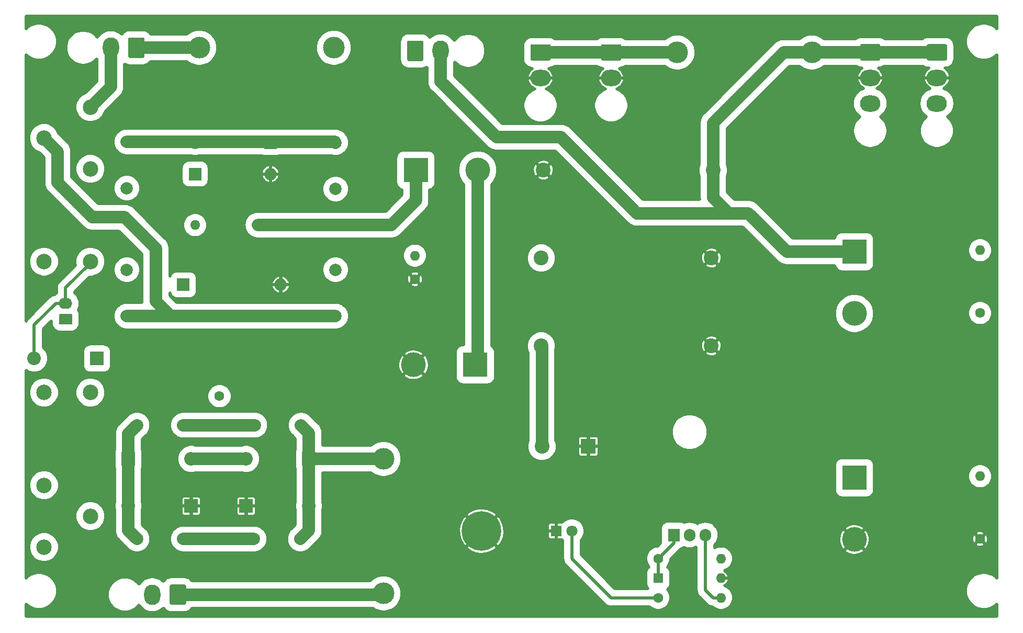
<source format=gbr>
G04 #@! TF.GenerationSoftware,KiCad,Pcbnew,(5.1.9)-1*
G04 #@! TF.CreationDate,2021-08-03T12:12:11+02:00*
G04 #@! TF.ProjectId,400VAnoden,34303056-416e-46f6-9465-6e2e6b696361,rev?*
G04 #@! TF.SameCoordinates,Original*
G04 #@! TF.FileFunction,Copper,L1,Top*
G04 #@! TF.FilePolarity,Positive*
%FSLAX46Y46*%
G04 Gerber Fmt 4.6, Leading zero omitted, Abs format (unit mm)*
G04 Created by KiCad (PCBNEW (5.1.9)-1) date 2021-08-03 12:12:11*
%MOMM*%
%LPD*%
G01*
G04 APERTURE LIST*
G04 #@! TA.AperFunction,ComponentPad*
%ADD10C,0.800000*%
G04 #@! TD*
G04 #@! TA.AperFunction,ComponentPad*
%ADD11C,6.400000*%
G04 #@! TD*
G04 #@! TA.AperFunction,ComponentPad*
%ADD12C,3.500120*%
G04 #@! TD*
G04 #@! TA.AperFunction,ComponentPad*
%ADD13O,1.905000X2.000000*%
G04 #@! TD*
G04 #@! TA.AperFunction,ComponentPad*
%ADD14R,1.905000X2.000000*%
G04 #@! TD*
G04 #@! TA.AperFunction,ComponentPad*
%ADD15C,4.000000*%
G04 #@! TD*
G04 #@! TA.AperFunction,ComponentPad*
%ADD16R,4.000000X4.000000*%
G04 #@! TD*
G04 #@! TA.AperFunction,ComponentPad*
%ADD17C,2.000000*%
G04 #@! TD*
G04 #@! TA.AperFunction,ComponentPad*
%ADD18C,2.400000*%
G04 #@! TD*
G04 #@! TA.AperFunction,ComponentPad*
%ADD19O,2.200000X1.740000*%
G04 #@! TD*
G04 #@! TA.AperFunction,ComponentPad*
%ADD20C,2.500000*%
G04 #@! TD*
G04 #@! TA.AperFunction,ComponentPad*
%ADD21O,2.200000X2.200000*%
G04 #@! TD*
G04 #@! TA.AperFunction,ComponentPad*
%ADD22R,2.200000X2.200000*%
G04 #@! TD*
G04 #@! TA.AperFunction,ComponentPad*
%ADD23O,3.300000X2.640000*%
G04 #@! TD*
G04 #@! TA.AperFunction,ComponentPad*
%ADD24O,2.640000X3.300000*%
G04 #@! TD*
G04 #@! TA.AperFunction,ComponentPad*
%ADD25O,2.000000X2.000000*%
G04 #@! TD*
G04 #@! TA.AperFunction,ComponentPad*
%ADD26R,2.000000X2.000000*%
G04 #@! TD*
G04 #@! TA.AperFunction,ComponentPad*
%ADD27O,1.600000X1.600000*%
G04 #@! TD*
G04 #@! TA.AperFunction,ComponentPad*
%ADD28C,1.600000*%
G04 #@! TD*
G04 #@! TA.AperFunction,ComponentPad*
%ADD29C,1.800000*%
G04 #@! TD*
G04 #@! TA.AperFunction,ComponentPad*
%ADD30R,1.800000X1.800000*%
G04 #@! TD*
G04 #@! TA.AperFunction,ComponentPad*
%ADD31R,1.600000X1.600000*%
G04 #@! TD*
G04 #@! TA.AperFunction,ComponentPad*
%ADD32R,2.400000X2.400000*%
G04 #@! TD*
G04 #@! TA.AperFunction,ViaPad*
%ADD33C,1.000000*%
G04 #@! TD*
G04 #@! TA.AperFunction,Conductor*
%ADD34C,2.000000*%
G04 #@! TD*
G04 #@! TA.AperFunction,Conductor*
%ADD35C,0.500000*%
G04 #@! TD*
G04 #@! TA.AperFunction,Conductor*
%ADD36C,0.100000*%
G04 #@! TD*
G04 APERTURE END LIST*
D10*
X113457056Y-110062944D03*
X111760000Y-109360000D03*
X110062944Y-110062944D03*
X109360000Y-111760000D03*
X110062944Y-113457056D03*
X111760000Y-114160000D03*
X113457056Y-113457056D03*
X114160000Y-111760000D03*
D11*
X111760000Y-111760000D03*
D12*
X143421100Y-34290000D03*
X165188900Y-34290000D03*
D13*
X147955000Y-112395000D03*
X145415000Y-112395000D03*
D14*
X142875000Y-112395000D03*
D15*
X111125000Y-53340000D03*
D16*
X101125000Y-53340000D03*
D17*
X56000000Y-94615000D03*
X63500000Y-94615000D03*
X56000000Y-113030000D03*
X63500000Y-113030000D03*
D18*
X148912000Y-81788000D03*
X121412000Y-81788000D03*
D17*
X75050000Y-94615000D03*
X82550000Y-94615000D03*
X74930000Y-113030000D03*
X82430000Y-113030000D03*
X54356000Y-76962000D03*
X54356000Y-69462000D03*
X88138000Y-76962000D03*
X88138000Y-69462000D03*
X54356000Y-56268000D03*
X54356000Y-48768000D03*
X88138000Y-56388000D03*
X88138000Y-48888000D03*
D18*
X121725000Y-53340000D03*
X149225000Y-53340000D03*
X148912000Y-67564000D03*
X121412000Y-67564000D03*
D19*
X44450000Y-74930000D03*
G04 #@! TA.AperFunction,ComponentPad*
G36*
G01*
X45300001Y-78340000D02*
X43599999Y-78340000D01*
G75*
G02*
X43350000Y-78090001I0J249999D01*
G01*
X43350000Y-76849999D01*
G75*
G02*
X43599999Y-76600000I249999J0D01*
G01*
X45300001Y-76600000D01*
G75*
G02*
X45550000Y-76849999I0J-249999D01*
G01*
X45550000Y-78090001D01*
G75*
G02*
X45300001Y-78340000I-249999J0D01*
G01*
G37*
G04 #@! TD.AperFunction*
D20*
X40954000Y-68142000D03*
X40954000Y-48142000D03*
X48454000Y-43142000D03*
X48454000Y-53142000D03*
X48454000Y-68142000D03*
X48454000Y-89338000D03*
X48454000Y-109338000D03*
X40954000Y-114338000D03*
X40954000Y-104338000D03*
X40954000Y-89338000D03*
D21*
X39370000Y-83820000D03*
D22*
X49530000Y-83820000D03*
D23*
X132715000Y-38430000D03*
G04 #@! TA.AperFunction,ComponentPad*
G36*
G01*
X131065000Y-35360000D02*
X131065000Y-33220000D01*
G75*
G02*
X131315000Y-32970000I250000J0D01*
G01*
X134115000Y-32970000D01*
G75*
G02*
X134365000Y-33220000I0J-250000D01*
G01*
X134365000Y-35360000D01*
G75*
G02*
X134115000Y-35610000I-250000J0D01*
G01*
X131315000Y-35610000D01*
G75*
G02*
X131065000Y-35360000I0J250000D01*
G01*
G37*
G04 #@! TD.AperFunction*
X121285000Y-38430000D03*
G04 #@! TA.AperFunction,ComponentPad*
G36*
G01*
X119635000Y-35360000D02*
X119635000Y-33220000D01*
G75*
G02*
X119885000Y-32970000I250000J0D01*
G01*
X122685000Y-32970000D01*
G75*
G02*
X122935000Y-33220000I0J-250000D01*
G01*
X122935000Y-35360000D01*
G75*
G02*
X122685000Y-35610000I-250000J0D01*
G01*
X119885000Y-35610000D01*
G75*
G02*
X119635000Y-35360000I0J250000D01*
G01*
G37*
G04 #@! TD.AperFunction*
X174625000Y-42545000D03*
X174625000Y-38405000D03*
G04 #@! TA.AperFunction,ComponentPad*
G36*
G01*
X172975000Y-35335000D02*
X172975000Y-33195000D01*
G75*
G02*
X173225000Y-32945000I250000J0D01*
G01*
X176025000Y-32945000D01*
G75*
G02*
X176275000Y-33195000I0J-250000D01*
G01*
X176275000Y-35335000D01*
G75*
G02*
X176025000Y-35585000I-250000J0D01*
G01*
X173225000Y-35585000D01*
G75*
G02*
X172975000Y-35335000I0J250000D01*
G01*
G37*
G04 #@! TD.AperFunction*
D24*
X58471000Y-122047000D03*
G04 #@! TA.AperFunction,ComponentPad*
G36*
G01*
X61541000Y-120397000D02*
X63681000Y-120397000D01*
G75*
G02*
X63931000Y-120647000I0J-250000D01*
G01*
X63931000Y-123447000D01*
G75*
G02*
X63681000Y-123697000I-250000J0D01*
G01*
X61541000Y-123697000D01*
G75*
G02*
X61291000Y-123447000I0J250000D01*
G01*
X61291000Y-120647000D01*
G75*
G02*
X61541000Y-120397000I250000J0D01*
G01*
G37*
G04 #@! TD.AperFunction*
D23*
X185420000Y-42545000D03*
X185420000Y-38405000D03*
G04 #@! TA.AperFunction,ComponentPad*
G36*
G01*
X183770000Y-35335000D02*
X183770000Y-33195000D01*
G75*
G02*
X184020000Y-32945000I250000J0D01*
G01*
X186820000Y-32945000D01*
G75*
G02*
X187070000Y-33195000I0J-250000D01*
G01*
X187070000Y-35335000D01*
G75*
G02*
X186820000Y-35585000I-250000J0D01*
G01*
X184020000Y-35585000D01*
G75*
G02*
X183770000Y-35335000I0J250000D01*
G01*
G37*
G04 #@! TD.AperFunction*
D24*
X51740000Y-33528000D03*
G04 #@! TA.AperFunction,ComponentPad*
G36*
G01*
X54810000Y-31878000D02*
X56950000Y-31878000D01*
G75*
G02*
X57200000Y-32128000I0J-250000D01*
G01*
X57200000Y-34928000D01*
G75*
G02*
X56950000Y-35178000I-250000J0D01*
G01*
X54810000Y-35178000D01*
G75*
G02*
X54560000Y-34928000I0J250000D01*
G01*
X54560000Y-32128000D01*
G75*
G02*
X54810000Y-31878000I250000J0D01*
G01*
G37*
G04 #@! TD.AperFunction*
X105156000Y-34036000D03*
G04 #@! TA.AperFunction,ComponentPad*
G36*
G01*
X102086000Y-35686000D02*
X99946000Y-35686000D01*
G75*
G02*
X99696000Y-35436000I0J250000D01*
G01*
X99696000Y-32636000D01*
G75*
G02*
X99946000Y-32386000I250000J0D01*
G01*
X102086000Y-32386000D01*
G75*
G02*
X102336000Y-32636000I0J-250000D01*
G01*
X102336000Y-35436000D01*
G75*
G02*
X102086000Y-35686000I-250000J0D01*
G01*
G37*
G04 #@! TD.AperFunction*
D25*
X63500000Y-76962000D03*
D26*
X63500000Y-71882000D03*
D25*
X79248000Y-71882000D03*
D26*
X79248000Y-76962000D03*
D25*
X65405000Y-48895000D03*
D26*
X65405000Y-53975000D03*
D25*
X77597000Y-53975000D03*
D26*
X77597000Y-48895000D03*
D27*
X69342000Y-100076000D03*
D28*
X69342000Y-89916000D03*
D27*
X150495000Y-122555000D03*
D28*
X140335000Y-122555000D03*
D27*
X192405000Y-102870000D03*
D28*
X192405000Y-113030000D03*
D27*
X111125000Y-70993000D03*
D28*
X100965000Y-70993000D03*
D27*
X150495000Y-116205000D03*
D28*
X140335000Y-116205000D03*
D27*
X192405000Y-66294000D03*
D28*
X192405000Y-76454000D03*
D27*
X100965000Y-67183000D03*
D28*
X111125000Y-67183000D03*
D27*
X65405000Y-62230000D03*
D28*
X75565000Y-62230000D03*
D21*
X64770000Y-100076000D03*
D22*
X54610000Y-100076000D03*
D21*
X54610000Y-107696000D03*
D22*
X64770000Y-107696000D03*
D21*
X73660000Y-100076000D03*
D22*
X83820000Y-100076000D03*
D21*
X83820000Y-107696000D03*
D22*
X73660000Y-107696000D03*
D29*
X126365000Y-111760000D03*
D30*
X123825000Y-111760000D03*
D27*
X150495000Y-119380000D03*
D31*
X140335000Y-119380000D03*
D18*
X121532000Y-98044000D03*
D32*
X129032000Y-98044000D03*
D15*
X172085000Y-113124000D03*
D16*
X172085000Y-103124000D03*
D15*
X100744000Y-84836000D03*
D16*
X110744000Y-84836000D03*
D15*
X172085000Y-76548000D03*
D16*
X172085000Y-66548000D03*
D12*
X66078100Y-33528000D03*
X87845900Y-33528000D03*
X95885000Y-121843800D03*
X95885000Y-100076000D03*
D33*
X62865000Y-103632000D03*
X75565000Y-103505000D03*
X69088000Y-103632000D03*
X71755000Y-72898000D03*
X59690000Y-43180000D03*
X41910000Y-80645000D03*
X57150000Y-83820000D03*
X44450000Y-98806000D03*
X83566000Y-43180000D03*
X82550000Y-83820000D03*
X95758000Y-109474000D03*
X155575000Y-122555000D03*
X191135000Y-60325000D03*
X187960000Y-122555000D03*
X179705000Y-60325000D03*
X114300000Y-34925000D03*
X191135000Y-40640000D03*
X130175000Y-67945000D03*
X130175000Y-74930000D03*
X162560000Y-97790000D03*
X162560000Y-89535000D03*
X116205000Y-74295000D03*
X92710000Y-43180000D03*
X76708000Y-33528000D03*
X142240000Y-82296000D03*
X142240000Y-89408000D03*
X71755000Y-43180000D03*
X46228000Y-121920000D03*
X71755000Y-59055000D03*
X59690000Y-59055000D03*
X83820000Y-59055000D03*
X41275000Y-63500000D03*
X41910000Y-44450000D03*
X133350000Y-113665000D03*
X86995000Y-117475000D03*
X133985000Y-50800000D03*
X165735000Y-59690000D03*
X160655000Y-53975000D03*
X144145000Y-55245000D03*
X111760000Y-98425000D03*
X71755000Y-83820000D03*
X136525000Y-103505000D03*
X144780000Y-103505000D03*
X180340000Y-97790000D03*
X142240000Y-67310000D03*
D34*
X88018000Y-48768000D02*
X88138000Y-48888000D01*
X54356000Y-48768000D02*
X88018000Y-48768000D01*
X101125000Y-58260000D02*
X101125000Y-53340000D01*
X97155000Y-62230000D02*
X101125000Y-58260000D01*
X75565000Y-62230000D02*
X97155000Y-62230000D01*
X111125000Y-53340000D02*
X111125000Y-83820000D01*
X61468000Y-76962000D02*
X88138000Y-76962000D01*
X54356000Y-76962000D02*
X61468000Y-76962000D01*
X59055000Y-74549000D02*
X61468000Y-76962000D01*
X59055000Y-66040000D02*
X59055000Y-74549000D01*
X53975000Y-60960000D02*
X59055000Y-66040000D01*
X48768000Y-60960000D02*
X53975000Y-60960000D01*
X43180000Y-55372000D02*
X48768000Y-60960000D01*
X43180000Y-50368000D02*
X43180000Y-55372000D01*
X40954000Y-48142000D02*
X43180000Y-50368000D01*
X83820000Y-107696000D02*
X83820000Y-100076000D01*
X83820000Y-100076000D02*
X95885000Y-100076000D01*
X83820000Y-111640000D02*
X82430000Y-113030000D01*
X83820000Y-107696000D02*
X83820000Y-111640000D01*
X82550000Y-94615000D02*
X83820000Y-95885000D01*
X83820000Y-95885000D02*
X83820000Y-100076000D01*
X63500000Y-113030000D02*
X74930000Y-113030000D01*
X63500000Y-94615000D02*
X75050000Y-94615000D01*
X54610000Y-107696000D02*
X54610000Y-100076000D01*
X54610000Y-111640000D02*
X56000000Y-113030000D01*
X54610000Y-107696000D02*
X54610000Y-111640000D01*
X54610000Y-96005000D02*
X56000000Y-94615000D01*
X54610000Y-100076000D02*
X54610000Y-96005000D01*
D35*
X142875000Y-113665000D02*
X140335000Y-116205000D01*
X142875000Y-112395000D02*
X142875000Y-113665000D01*
X140335000Y-116205000D02*
X140335000Y-119380000D01*
X140335000Y-122555000D02*
X132715000Y-122555000D01*
X126365000Y-116205000D02*
X126365000Y-111760000D01*
X132715000Y-122555000D02*
X126365000Y-116205000D01*
D34*
X64770000Y-100076000D02*
X73660000Y-100076000D01*
X55880000Y-33528000D02*
X66078100Y-33528000D01*
X95681800Y-122047000D02*
X95885000Y-121843800D01*
X62611000Y-122047000D02*
X95681800Y-122047000D01*
D35*
X150495000Y-122555000D02*
X149225000Y-122555000D01*
X147955000Y-121285000D02*
X147955000Y-112395000D01*
X149225000Y-122555000D02*
X147955000Y-121285000D01*
D34*
X121285000Y-34290000D02*
X143421100Y-34290000D01*
X121532000Y-81908000D02*
X121412000Y-81788000D01*
X121532000Y-98044000D02*
X121532000Y-81908000D01*
D35*
X39370000Y-78410000D02*
X39370000Y-83820000D01*
X42850000Y-74930000D02*
X39370000Y-78410000D01*
X44450000Y-74930000D02*
X42850000Y-74930000D01*
X44450000Y-72390000D02*
X44450000Y-74930000D01*
X48454000Y-68386000D02*
X44450000Y-72390000D01*
X48454000Y-68142000D02*
X48454000Y-68386000D01*
D34*
X51740000Y-39856000D02*
X48454000Y-43142000D01*
X51740000Y-33528000D02*
X51740000Y-39856000D01*
X161163000Y-66548000D02*
X154940000Y-60325000D01*
X172212000Y-66548000D02*
X161163000Y-66548000D01*
X149225000Y-57785000D02*
X151765000Y-60325000D01*
X149225000Y-53340000D02*
X149225000Y-57785000D01*
X154940000Y-60325000D02*
X151765000Y-60325000D01*
X185395000Y-34290000D02*
X185420000Y-34265000D01*
X165188900Y-34290000D02*
X185395000Y-34290000D01*
X149225000Y-45720000D02*
X149225000Y-53340000D01*
X160655000Y-34290000D02*
X149225000Y-45720000D01*
X165188900Y-34290000D02*
X160655000Y-34290000D01*
X136906000Y-60325000D02*
X151765000Y-60325000D01*
X124587000Y-48006000D02*
X136906000Y-60325000D01*
X114173000Y-48006000D02*
X124587000Y-48006000D01*
X105156000Y-38989000D02*
X114173000Y-48006000D01*
X105156000Y-34036000D02*
X105156000Y-38989000D01*
D35*
X195136001Y-30437360D02*
X194918389Y-30219748D01*
X194427033Y-29891434D01*
X193881068Y-29665288D01*
X193301474Y-29550000D01*
X192710526Y-29550000D01*
X192130932Y-29665288D01*
X191584967Y-29891434D01*
X191093611Y-30219748D01*
X190675748Y-30637611D01*
X190347434Y-31128967D01*
X190121288Y-31674932D01*
X190006000Y-32254526D01*
X190006000Y-32845474D01*
X190121288Y-33425068D01*
X190347434Y-33971033D01*
X190675748Y-34462389D01*
X191093611Y-34880252D01*
X191584967Y-35208566D01*
X192130932Y-35434712D01*
X192710526Y-35550000D01*
X193301474Y-35550000D01*
X193881068Y-35434712D01*
X194427033Y-35208566D01*
X194918389Y-34880252D01*
X195136001Y-34662640D01*
X195136000Y-119337359D01*
X194918389Y-119119748D01*
X194427033Y-118791434D01*
X193881068Y-118565288D01*
X193301474Y-118450000D01*
X192710526Y-118450000D01*
X192130932Y-118565288D01*
X191584967Y-118791434D01*
X191093611Y-119119748D01*
X190675748Y-119537611D01*
X190347434Y-120028967D01*
X190121288Y-120574932D01*
X190006000Y-121154526D01*
X190006000Y-121745474D01*
X190121288Y-122325068D01*
X190347434Y-122871033D01*
X190675748Y-123362389D01*
X191093611Y-123780252D01*
X191584967Y-124108566D01*
X192130932Y-124334712D01*
X192710526Y-124450000D01*
X193301474Y-124450000D01*
X193881068Y-124334712D01*
X194427033Y-124108566D01*
X194918389Y-123780252D01*
X195136000Y-123562641D01*
X195136000Y-125560000D01*
X38016000Y-125560000D01*
X38016000Y-123562641D01*
X38233611Y-123780252D01*
X38724967Y-124108566D01*
X39270932Y-124334712D01*
X39850526Y-124450000D01*
X40441474Y-124450000D01*
X41021068Y-124334712D01*
X41567033Y-124108566D01*
X42058389Y-123780252D01*
X42476252Y-123362389D01*
X42804566Y-122871033D01*
X43030712Y-122325068D01*
X43141661Y-121767284D01*
X51191000Y-121767284D01*
X51191000Y-122326716D01*
X51300139Y-122875398D01*
X51514224Y-123392245D01*
X51825028Y-123857395D01*
X52220605Y-124252972D01*
X52685755Y-124563776D01*
X53202602Y-124777861D01*
X53751284Y-124887000D01*
X54310716Y-124887000D01*
X54859398Y-124777861D01*
X55376245Y-124563776D01*
X55841395Y-124252972D01*
X56236972Y-123857395D01*
X56298765Y-123764916D01*
X56323784Y-123811723D01*
X56644943Y-124203057D01*
X57036276Y-124524216D01*
X57482745Y-124762859D01*
X57967192Y-124909814D01*
X58471000Y-124959435D01*
X58974807Y-124909814D01*
X59459254Y-124762859D01*
X59905723Y-124524216D01*
X60261327Y-124232379D01*
X60288767Y-124283715D01*
X60476063Y-124511937D01*
X60704285Y-124699233D01*
X60964660Y-124838407D01*
X61247185Y-124924110D01*
X61541000Y-124953048D01*
X63681000Y-124953048D01*
X63974815Y-124924110D01*
X64257340Y-124838407D01*
X64517715Y-124699233D01*
X64745937Y-124511937D01*
X64922330Y-124297000D01*
X94156507Y-124297000D01*
X94463939Y-124502419D01*
X95009915Y-124728569D01*
X95589520Y-124843860D01*
X96180480Y-124843860D01*
X96760085Y-124728569D01*
X97306061Y-124502419D01*
X97797427Y-124174099D01*
X98215299Y-123756227D01*
X98543619Y-123264861D01*
X98769769Y-122718885D01*
X98885060Y-122139280D01*
X98885060Y-121548320D01*
X98769769Y-120968715D01*
X98543619Y-120422739D01*
X98215299Y-119931373D01*
X97797427Y-119513501D01*
X97306061Y-119185181D01*
X96760085Y-118959031D01*
X96180480Y-118843740D01*
X95589520Y-118843740D01*
X95009915Y-118959031D01*
X94463939Y-119185181D01*
X93972573Y-119513501D01*
X93689074Y-119797000D01*
X64922330Y-119797000D01*
X64745937Y-119582063D01*
X64517715Y-119394767D01*
X64257340Y-119255593D01*
X63974815Y-119169890D01*
X63681000Y-119140952D01*
X61541000Y-119140952D01*
X61247185Y-119169890D01*
X60964660Y-119255593D01*
X60704285Y-119394767D01*
X60476063Y-119582063D01*
X60288767Y-119810285D01*
X60261327Y-119861621D01*
X59905724Y-119569784D01*
X59459255Y-119331141D01*
X58974808Y-119184186D01*
X58471000Y-119134565D01*
X57967193Y-119184186D01*
X57482746Y-119331141D01*
X57036277Y-119569784D01*
X56644944Y-119890943D01*
X56323784Y-120282276D01*
X56298765Y-120329084D01*
X56236972Y-120236605D01*
X55841395Y-119841028D01*
X55376245Y-119530224D01*
X54859398Y-119316139D01*
X54310716Y-119207000D01*
X53751284Y-119207000D01*
X53202602Y-119316139D01*
X52685755Y-119530224D01*
X52220605Y-119841028D01*
X51825028Y-120236605D01*
X51514224Y-120701755D01*
X51300139Y-121218602D01*
X51191000Y-121767284D01*
X43141661Y-121767284D01*
X43146000Y-121745474D01*
X43146000Y-121154526D01*
X43030712Y-120574932D01*
X42804566Y-120028967D01*
X42476252Y-119537611D01*
X42058389Y-119119748D01*
X41567033Y-118791434D01*
X41021068Y-118565288D01*
X40441474Y-118450000D01*
X39850526Y-118450000D01*
X39270932Y-118565288D01*
X38724967Y-118791434D01*
X38233611Y-119119748D01*
X38016000Y-119337359D01*
X38016000Y-114091772D01*
X38454000Y-114091772D01*
X38454000Y-114584228D01*
X38550074Y-115067223D01*
X38738529Y-115522194D01*
X39012124Y-115931657D01*
X39360343Y-116279876D01*
X39769806Y-116553471D01*
X40224777Y-116741926D01*
X40707772Y-116838000D01*
X41200228Y-116838000D01*
X41683223Y-116741926D01*
X42138194Y-116553471D01*
X42547657Y-116279876D01*
X42895876Y-115931657D01*
X43169471Y-115522194D01*
X43357926Y-115067223D01*
X43454000Y-114584228D01*
X43454000Y-114091772D01*
X43357926Y-113608777D01*
X43169471Y-113153806D01*
X42895876Y-112744343D01*
X42547657Y-112396124D01*
X42138194Y-112122529D01*
X41683223Y-111934074D01*
X41200228Y-111838000D01*
X40707772Y-111838000D01*
X40224777Y-111934074D01*
X39769806Y-112122529D01*
X39360343Y-112396124D01*
X39012124Y-112744343D01*
X38738529Y-113153806D01*
X38550074Y-113608777D01*
X38454000Y-114091772D01*
X38016000Y-114091772D01*
X38016000Y-109091772D01*
X45954000Y-109091772D01*
X45954000Y-109584228D01*
X46050074Y-110067223D01*
X46238529Y-110522194D01*
X46512124Y-110931657D01*
X46860343Y-111279876D01*
X47269806Y-111553471D01*
X47724777Y-111741926D01*
X48207772Y-111838000D01*
X48700228Y-111838000D01*
X49183223Y-111741926D01*
X49638194Y-111553471D01*
X50047657Y-111279876D01*
X50395876Y-110931657D01*
X50669471Y-110522194D01*
X50857926Y-110067223D01*
X50954000Y-109584228D01*
X50954000Y-109091772D01*
X50857926Y-108608777D01*
X50669471Y-108153806D01*
X50395876Y-107744343D01*
X50047657Y-107396124D01*
X49638194Y-107122529D01*
X49183223Y-106934074D01*
X48700228Y-106838000D01*
X48207772Y-106838000D01*
X47724777Y-106934074D01*
X47269806Y-107122529D01*
X46860343Y-107396124D01*
X46512124Y-107744343D01*
X46238529Y-108153806D01*
X46050074Y-108608777D01*
X45954000Y-109091772D01*
X38016000Y-109091772D01*
X38016000Y-104091772D01*
X38454000Y-104091772D01*
X38454000Y-104584228D01*
X38550074Y-105067223D01*
X38738529Y-105522194D01*
X39012124Y-105931657D01*
X39360343Y-106279876D01*
X39769806Y-106553471D01*
X40224777Y-106741926D01*
X40707772Y-106838000D01*
X41200228Y-106838000D01*
X41683223Y-106741926D01*
X42138194Y-106553471D01*
X42547657Y-106279876D01*
X42895876Y-105931657D01*
X43169471Y-105522194D01*
X43357926Y-105067223D01*
X43454000Y-104584228D01*
X43454000Y-104091772D01*
X43357926Y-103608777D01*
X43169471Y-103153806D01*
X42895876Y-102744343D01*
X42547657Y-102396124D01*
X42138194Y-102122529D01*
X41683223Y-101934074D01*
X41200228Y-101838000D01*
X40707772Y-101838000D01*
X40224777Y-101934074D01*
X39769806Y-102122529D01*
X39360343Y-102396124D01*
X39012124Y-102744343D01*
X38738529Y-103153806D01*
X38550074Y-103608777D01*
X38454000Y-104091772D01*
X38016000Y-104091772D01*
X38016000Y-98976000D01*
X52253952Y-98976000D01*
X52253952Y-101176000D01*
X52278087Y-101421043D01*
X52349563Y-101656669D01*
X52360001Y-101676197D01*
X52360000Y-106987134D01*
X52350309Y-107010530D01*
X52260000Y-107464545D01*
X52260000Y-107927455D01*
X52350309Y-108381470D01*
X52360000Y-108404867D01*
X52360001Y-111529465D01*
X52349114Y-111640000D01*
X52388734Y-112042261D01*
X52392557Y-112081077D01*
X52415841Y-112157834D01*
X52521214Y-112505203D01*
X52730142Y-112896081D01*
X52919512Y-113126828D01*
X53011313Y-113238688D01*
X53097164Y-113309144D01*
X54252309Y-114464289D01*
X54252311Y-114464292D01*
X54565708Y-114777689D01*
X54658066Y-114839400D01*
X54743918Y-114909858D01*
X54841869Y-114962214D01*
X54934225Y-115023924D01*
X55036848Y-115066432D01*
X55134796Y-115118786D01*
X55241071Y-115151024D01*
X55343699Y-115193534D01*
X55452651Y-115215206D01*
X55558923Y-115247443D01*
X55669444Y-115258329D01*
X55778394Y-115280000D01*
X55889474Y-115280000D01*
X56000000Y-115290886D01*
X56110526Y-115280000D01*
X56221606Y-115280000D01*
X56330556Y-115258329D01*
X56441077Y-115247443D01*
X56547349Y-115215206D01*
X56656301Y-115193534D01*
X56758931Y-115151023D01*
X56865203Y-115118786D01*
X56963147Y-115066434D01*
X57065775Y-115023924D01*
X57158135Y-114962211D01*
X57256081Y-114909858D01*
X57341929Y-114839404D01*
X57434292Y-114777689D01*
X57512844Y-114699137D01*
X57598687Y-114628687D01*
X57669137Y-114542844D01*
X57747689Y-114464292D01*
X57809404Y-114371929D01*
X57879858Y-114286081D01*
X57932211Y-114188135D01*
X57993924Y-114095775D01*
X58036434Y-113993147D01*
X58088786Y-113895203D01*
X58121023Y-113788931D01*
X58163534Y-113686301D01*
X58185206Y-113577349D01*
X58217443Y-113471077D01*
X58228329Y-113360556D01*
X58250000Y-113251606D01*
X58250000Y-113140526D01*
X58260886Y-113030000D01*
X61239114Y-113030000D01*
X61250000Y-113140528D01*
X61250000Y-113251606D01*
X61271670Y-113360549D01*
X61282556Y-113471077D01*
X61314796Y-113577356D01*
X61336466Y-113686301D01*
X61378975Y-113788926D01*
X61411214Y-113895204D01*
X61463567Y-113993150D01*
X61506076Y-114095775D01*
X61567788Y-114188134D01*
X61620142Y-114286081D01*
X61690598Y-114371932D01*
X61752311Y-114464292D01*
X61830856Y-114542837D01*
X61901312Y-114628688D01*
X61987163Y-114699144D01*
X62065708Y-114777689D01*
X62158068Y-114839402D01*
X62243919Y-114909858D01*
X62341866Y-114962212D01*
X62434225Y-115023924D01*
X62536850Y-115066433D01*
X62634796Y-115118786D01*
X62741074Y-115151025D01*
X62843699Y-115193534D01*
X62952644Y-115215204D01*
X63058923Y-115247444D01*
X63169451Y-115258330D01*
X63278394Y-115280000D01*
X75151606Y-115280000D01*
X75260549Y-115258330D01*
X75371077Y-115247444D01*
X75477356Y-115215204D01*
X75586301Y-115193534D01*
X75688926Y-115151025D01*
X75795204Y-115118786D01*
X75893150Y-115066433D01*
X75995775Y-115023924D01*
X76088134Y-114962212D01*
X76186081Y-114909858D01*
X76271932Y-114839402D01*
X76364292Y-114777689D01*
X76442837Y-114699144D01*
X76528688Y-114628688D01*
X76599144Y-114542837D01*
X76677689Y-114464292D01*
X76739402Y-114371932D01*
X76809858Y-114286081D01*
X76862212Y-114188134D01*
X76923924Y-114095775D01*
X76966433Y-113993150D01*
X77018786Y-113895204D01*
X77051025Y-113788926D01*
X77093534Y-113686301D01*
X77115204Y-113577356D01*
X77147444Y-113471077D01*
X77158330Y-113360549D01*
X77180000Y-113251606D01*
X77180000Y-113140528D01*
X77190886Y-113030000D01*
X80169114Y-113030000D01*
X80180000Y-113140525D01*
X80180000Y-113251606D01*
X80201672Y-113360557D01*
X80212557Y-113471076D01*
X80244794Y-113577346D01*
X80266466Y-113686301D01*
X80308977Y-113788931D01*
X80341214Y-113895203D01*
X80393566Y-113993147D01*
X80436076Y-114095775D01*
X80497789Y-114188135D01*
X80550142Y-114286081D01*
X80620596Y-114371929D01*
X80682311Y-114464292D01*
X80760863Y-114542844D01*
X80831313Y-114628687D01*
X80917156Y-114699137D01*
X80995708Y-114777689D01*
X81088071Y-114839404D01*
X81173919Y-114909858D01*
X81271865Y-114962211D01*
X81364225Y-115023924D01*
X81466853Y-115066434D01*
X81564797Y-115118786D01*
X81671069Y-115151023D01*
X81773699Y-115193534D01*
X81882654Y-115215206D01*
X81988924Y-115247443D01*
X82099443Y-115258328D01*
X82208394Y-115280000D01*
X82319475Y-115280000D01*
X82430000Y-115290886D01*
X82540525Y-115280000D01*
X82651606Y-115280000D01*
X82760557Y-115258328D01*
X82871076Y-115247443D01*
X82977346Y-115215206D01*
X83086301Y-115193534D01*
X83188931Y-115151023D01*
X83295203Y-115118786D01*
X83393147Y-115066434D01*
X83495775Y-115023924D01*
X83588135Y-114962211D01*
X83686081Y-114909858D01*
X83771931Y-114839403D01*
X83864292Y-114777689D01*
X84177689Y-114464292D01*
X84177691Y-114464289D01*
X84313313Y-114328667D01*
X109194161Y-114328667D01*
X109546759Y-114809668D01*
X110184246Y-115182851D01*
X110882289Y-115424497D01*
X111614062Y-115525317D01*
X112351443Y-115481439D01*
X113066096Y-115294547D01*
X113730555Y-114971825D01*
X113973241Y-114809668D01*
X114325839Y-114328667D01*
X111760000Y-111762828D01*
X109194161Y-114328667D01*
X84313313Y-114328667D01*
X85332831Y-113309149D01*
X85418688Y-113238688D01*
X85641622Y-112967042D01*
X85699858Y-112896082D01*
X85908786Y-112505204D01*
X85944603Y-112387132D01*
X86037444Y-112081077D01*
X86070000Y-111750528D01*
X86070000Y-111750526D01*
X86080886Y-111640000D01*
X86078332Y-111614062D01*
X107994683Y-111614062D01*
X108038561Y-112351443D01*
X108225453Y-113066096D01*
X108548175Y-113730555D01*
X108710332Y-113973241D01*
X109191333Y-114325839D01*
X111757172Y-111760000D01*
X111762828Y-111760000D01*
X114328667Y-114325839D01*
X114809668Y-113973241D01*
X115182851Y-113335754D01*
X115416781Y-112660000D01*
X122372339Y-112660000D01*
X122382958Y-112767819D01*
X122414408Y-112871494D01*
X122465479Y-112967042D01*
X122534210Y-113050790D01*
X122617958Y-113119521D01*
X122713506Y-113170592D01*
X122817181Y-113202042D01*
X122925000Y-113212661D01*
X123685500Y-113210000D01*
X123823000Y-113072500D01*
X123823000Y-111762000D01*
X122512500Y-111762000D01*
X122375000Y-111899500D01*
X122372339Y-112660000D01*
X115416781Y-112660000D01*
X115424497Y-112637711D01*
X115525317Y-111905938D01*
X115481439Y-111168557D01*
X115400747Y-110860000D01*
X122372339Y-110860000D01*
X122375000Y-111620500D01*
X122512500Y-111758000D01*
X123823000Y-111758000D01*
X123823000Y-110447500D01*
X123827000Y-110447500D01*
X123827000Y-111758000D01*
X123847000Y-111758000D01*
X123847000Y-111762000D01*
X123827000Y-111762000D01*
X123827000Y-113072500D01*
X123964500Y-113210000D01*
X124725000Y-113212661D01*
X124772431Y-113207990D01*
X124865001Y-113300560D01*
X124865000Y-116131319D01*
X124857743Y-116205000D01*
X124886705Y-116499050D01*
X124972476Y-116781801D01*
X125111762Y-117042386D01*
X125299208Y-117270792D01*
X125356450Y-117317769D01*
X131602235Y-123563555D01*
X131649208Y-123620792D01*
X131877613Y-123808238D01*
X132138198Y-123947524D01*
X132335177Y-124007277D01*
X132420948Y-124033295D01*
X132714999Y-124062257D01*
X132788679Y-124055000D01*
X138935862Y-124055000D01*
X139028201Y-124147339D01*
X139363961Y-124371686D01*
X139737037Y-124526220D01*
X140133093Y-124605000D01*
X140536907Y-124605000D01*
X140932963Y-124526220D01*
X141306039Y-124371686D01*
X141641799Y-124147339D01*
X141927339Y-123861799D01*
X142151686Y-123526039D01*
X142306220Y-123152963D01*
X142385000Y-122756907D01*
X142385000Y-122353093D01*
X142306220Y-121957037D01*
X142151686Y-121583961D01*
X141927339Y-121248201D01*
X141871644Y-121192506D01*
X142023160Y-121068160D01*
X142179366Y-120877823D01*
X142295437Y-120660669D01*
X142366913Y-120425043D01*
X142391048Y-120180000D01*
X142391048Y-118580000D01*
X142366913Y-118334957D01*
X142295437Y-118099331D01*
X142179366Y-117882177D01*
X142023160Y-117691840D01*
X141871644Y-117567494D01*
X141927339Y-117511799D01*
X142151686Y-117176039D01*
X142306220Y-116802963D01*
X142385000Y-116406907D01*
X142385000Y-116276319D01*
X143883555Y-114777765D01*
X143940792Y-114730792D01*
X144021954Y-114631896D01*
X144072543Y-114626913D01*
X144308169Y-114555437D01*
X144501957Y-114451855D01*
X144568063Y-114487190D01*
X144983236Y-114613131D01*
X145415000Y-114655656D01*
X145846765Y-114613131D01*
X146261938Y-114487190D01*
X146455001Y-114383996D01*
X146455000Y-121211320D01*
X146447743Y-121285000D01*
X146476705Y-121579051D01*
X146480253Y-121590746D01*
X146562476Y-121861801D01*
X146701762Y-122122386D01*
X146889208Y-122350792D01*
X146946450Y-122397769D01*
X148112235Y-123563555D01*
X148159208Y-123620792D01*
X148387613Y-123808238D01*
X148648198Y-123947524D01*
X148930949Y-124033295D01*
X149089803Y-124048941D01*
X149188201Y-124147339D01*
X149523961Y-124371686D01*
X149897037Y-124526220D01*
X150293093Y-124605000D01*
X150696907Y-124605000D01*
X151092963Y-124526220D01*
X151466039Y-124371686D01*
X151801799Y-124147339D01*
X152087339Y-123861799D01*
X152311686Y-123526039D01*
X152466220Y-123152963D01*
X152545000Y-122756907D01*
X152545000Y-122353093D01*
X152466220Y-121957037D01*
X152311686Y-121583961D01*
X152087339Y-121248201D01*
X151801799Y-120962661D01*
X151466039Y-120738314D01*
X151092963Y-120583780D01*
X151092033Y-120583595D01*
X151202078Y-120530018D01*
X151412849Y-120369977D01*
X151588348Y-120171891D01*
X151721830Y-119943373D01*
X151808165Y-119693205D01*
X151828065Y-119593162D01*
X151707498Y-119382000D01*
X150497000Y-119382000D01*
X150497000Y-119402000D01*
X150493000Y-119402000D01*
X150493000Y-119382000D01*
X150473000Y-119382000D01*
X150473000Y-119378000D01*
X150493000Y-119378000D01*
X150493000Y-119358000D01*
X150497000Y-119358000D01*
X150497000Y-119378000D01*
X151707498Y-119378000D01*
X151828065Y-119166838D01*
X151808165Y-119066795D01*
X151721830Y-118816627D01*
X151588348Y-118588109D01*
X151412849Y-118390023D01*
X151202078Y-118229982D01*
X151092033Y-118176405D01*
X151092963Y-118176220D01*
X151466039Y-118021686D01*
X151801799Y-117797339D01*
X152087339Y-117511799D01*
X152311686Y-117176039D01*
X152466220Y-116802963D01*
X152545000Y-116406907D01*
X152545000Y-116003093D01*
X152466220Y-115607037D01*
X152311686Y-115233961D01*
X152087339Y-114898201D01*
X152029171Y-114840033D01*
X170371796Y-114840033D01*
X170580514Y-115198150D01*
X171014068Y-115451807D01*
X171488779Y-115616007D01*
X171986401Y-115684441D01*
X172487813Y-115654478D01*
X172973745Y-115527271D01*
X173425522Y-115307708D01*
X173589486Y-115198150D01*
X173798204Y-114840033D01*
X172085000Y-113126828D01*
X170371796Y-114840033D01*
X152029171Y-114840033D01*
X151801799Y-114612661D01*
X151466039Y-114388314D01*
X151092963Y-114233780D01*
X150696907Y-114155000D01*
X150293093Y-114155000D01*
X149897037Y-114233780D01*
X149523961Y-114388314D01*
X149455000Y-114434392D01*
X149455000Y-114060731D01*
X149519938Y-114007438D01*
X149795172Y-113672064D01*
X149999690Y-113289437D01*
X150079784Y-113025401D01*
X169524559Y-113025401D01*
X169554522Y-113526813D01*
X169681729Y-114012745D01*
X169901292Y-114464522D01*
X170010850Y-114628486D01*
X170368967Y-114837204D01*
X172082172Y-113124000D01*
X172087828Y-113124000D01*
X173801033Y-114837204D01*
X174159150Y-114628486D01*
X174412807Y-114194932D01*
X174517105Y-113893399D01*
X191544430Y-113893399D01*
X191609269Y-114128633D01*
X191838892Y-114262761D01*
X192090270Y-114349516D01*
X192353742Y-114385563D01*
X192619184Y-114369516D01*
X192876395Y-114301992D01*
X193115490Y-114185587D01*
X193200731Y-114128633D01*
X193265570Y-113893399D01*
X192405000Y-113032828D01*
X191544430Y-113893399D01*
X174517105Y-113893399D01*
X174577007Y-113720221D01*
X174645441Y-113222599D01*
X174630869Y-112978742D01*
X191049437Y-112978742D01*
X191065484Y-113244184D01*
X191133008Y-113501395D01*
X191249413Y-113740490D01*
X191306367Y-113825731D01*
X191541601Y-113890570D01*
X192402172Y-113030000D01*
X192407828Y-113030000D01*
X193268399Y-113890570D01*
X193503633Y-113825731D01*
X193637761Y-113596108D01*
X193724516Y-113344730D01*
X193760563Y-113081258D01*
X193744516Y-112815816D01*
X193676992Y-112558605D01*
X193560587Y-112319510D01*
X193503633Y-112234269D01*
X193268399Y-112169430D01*
X192407828Y-113030000D01*
X192402172Y-113030000D01*
X191541601Y-112169430D01*
X191306367Y-112234269D01*
X191172239Y-112463892D01*
X191085484Y-112715270D01*
X191049437Y-112978742D01*
X174630869Y-112978742D01*
X174615478Y-112721187D01*
X174488271Y-112235255D01*
X174454906Y-112166601D01*
X191544430Y-112166601D01*
X192405000Y-113027172D01*
X193265570Y-112166601D01*
X193200731Y-111931367D01*
X192971108Y-111797239D01*
X192719730Y-111710484D01*
X192456258Y-111674437D01*
X192190816Y-111690484D01*
X191933605Y-111758008D01*
X191694510Y-111874413D01*
X191609269Y-111931367D01*
X191544430Y-112166601D01*
X174454906Y-112166601D01*
X174268708Y-111783478D01*
X174159150Y-111619514D01*
X173801033Y-111410796D01*
X172087828Y-113124000D01*
X172082172Y-113124000D01*
X170368967Y-111410796D01*
X170010850Y-111619514D01*
X169757193Y-112053068D01*
X169592993Y-112527779D01*
X169524559Y-113025401D01*
X150079784Y-113025401D01*
X150125631Y-112874264D01*
X150157500Y-112550692D01*
X150157500Y-112239307D01*
X150125631Y-111915735D01*
X149999690Y-111500562D01*
X149950197Y-111407967D01*
X170371796Y-111407967D01*
X172085000Y-113121172D01*
X173798204Y-111407967D01*
X173589486Y-111049850D01*
X173155932Y-110796193D01*
X172681221Y-110631993D01*
X172183599Y-110563559D01*
X171682187Y-110593522D01*
X171196255Y-110720729D01*
X170744478Y-110940292D01*
X170580514Y-111049850D01*
X170371796Y-111407967D01*
X149950197Y-111407967D01*
X149795172Y-111117936D01*
X149519938Y-110782562D01*
X149184564Y-110507328D01*
X148801937Y-110302810D01*
X148386764Y-110176869D01*
X147955000Y-110134344D01*
X147523235Y-110176869D01*
X147108062Y-110302810D01*
X146725436Y-110507328D01*
X146685000Y-110540513D01*
X146644564Y-110507328D01*
X146261937Y-110302810D01*
X145846764Y-110176869D01*
X145415000Y-110134344D01*
X144983235Y-110176869D01*
X144568062Y-110302810D01*
X144501956Y-110338144D01*
X144308169Y-110234563D01*
X144072543Y-110163087D01*
X143827500Y-110138952D01*
X141922500Y-110138952D01*
X141677457Y-110163087D01*
X141441831Y-110234563D01*
X141224677Y-110350634D01*
X141034340Y-110506840D01*
X140878134Y-110697177D01*
X140762063Y-110914331D01*
X140690587Y-111149957D01*
X140666452Y-111395000D01*
X140666452Y-113395000D01*
X140690587Y-113640043D01*
X140711080Y-113707600D01*
X140263681Y-114155000D01*
X140133093Y-114155000D01*
X139737037Y-114233780D01*
X139363961Y-114388314D01*
X139028201Y-114612661D01*
X138742661Y-114898201D01*
X138518314Y-115233961D01*
X138363780Y-115607037D01*
X138285000Y-116003093D01*
X138285000Y-116406907D01*
X138363780Y-116802963D01*
X138518314Y-117176039D01*
X138742661Y-117511799D01*
X138798356Y-117567494D01*
X138646840Y-117691840D01*
X138490634Y-117882177D01*
X138374563Y-118099331D01*
X138303087Y-118334957D01*
X138278952Y-118580000D01*
X138278952Y-120180000D01*
X138303087Y-120425043D01*
X138374563Y-120660669D01*
X138490634Y-120877823D01*
X138636040Y-121055000D01*
X133336320Y-121055000D01*
X127865000Y-115583681D01*
X127865000Y-113300559D01*
X128035014Y-113130545D01*
X128270305Y-112778407D01*
X128432377Y-112387132D01*
X128515000Y-111971757D01*
X128515000Y-111548243D01*
X128432377Y-111132868D01*
X128270305Y-110741593D01*
X128035014Y-110389455D01*
X127735545Y-110089986D01*
X127383407Y-109854695D01*
X126992132Y-109692623D01*
X126576757Y-109610000D01*
X126153243Y-109610000D01*
X125737868Y-109692623D01*
X125346593Y-109854695D01*
X124994455Y-110089986D01*
X124772431Y-110312010D01*
X124725000Y-110307339D01*
X123964500Y-110310000D01*
X123827000Y-110447500D01*
X123823000Y-110447500D01*
X123685500Y-110310000D01*
X122925000Y-110307339D01*
X122817181Y-110317958D01*
X122713506Y-110349408D01*
X122617958Y-110400479D01*
X122534210Y-110469210D01*
X122465479Y-110552958D01*
X122414408Y-110648506D01*
X122382958Y-110752181D01*
X122372339Y-110860000D01*
X115400747Y-110860000D01*
X115294547Y-110453904D01*
X114971825Y-109789445D01*
X114809668Y-109546759D01*
X114328667Y-109194161D01*
X111762828Y-111760000D01*
X111757172Y-111760000D01*
X109191333Y-109194161D01*
X108710332Y-109546759D01*
X108337149Y-110184246D01*
X108095503Y-110882289D01*
X107994683Y-111614062D01*
X86078332Y-111614062D01*
X86070000Y-111529474D01*
X86070000Y-109191333D01*
X109194161Y-109191333D01*
X111760000Y-111757172D01*
X114325839Y-109191333D01*
X113973241Y-108710332D01*
X113335754Y-108337149D01*
X112637711Y-108095503D01*
X111905938Y-107994683D01*
X111168557Y-108038561D01*
X110453904Y-108225453D01*
X109789445Y-108548175D01*
X109546759Y-108710332D01*
X109194161Y-109191333D01*
X86070000Y-109191333D01*
X86070000Y-108404866D01*
X86079691Y-108381470D01*
X86170000Y-107927455D01*
X86170000Y-107464545D01*
X86079691Y-107010530D01*
X86070000Y-106987134D01*
X86070000Y-102326000D01*
X93892274Y-102326000D01*
X93972573Y-102406299D01*
X94463939Y-102734619D01*
X95009915Y-102960769D01*
X95589520Y-103076060D01*
X96180480Y-103076060D01*
X96760085Y-102960769D01*
X97306061Y-102734619D01*
X97797427Y-102406299D01*
X98215299Y-101988427D01*
X98543619Y-101497061D01*
X98698145Y-101124000D01*
X168828952Y-101124000D01*
X168828952Y-105124000D01*
X168853087Y-105369043D01*
X168924563Y-105604669D01*
X169040634Y-105821823D01*
X169196840Y-106012160D01*
X169387177Y-106168366D01*
X169604331Y-106284437D01*
X169839957Y-106355913D01*
X170085000Y-106380048D01*
X174085000Y-106380048D01*
X174330043Y-106355913D01*
X174565669Y-106284437D01*
X174782823Y-106168366D01*
X174973160Y-106012160D01*
X175129366Y-105821823D01*
X175245437Y-105604669D01*
X175316913Y-105369043D01*
X175341048Y-105124000D01*
X175341048Y-102668093D01*
X190355000Y-102668093D01*
X190355000Y-103071907D01*
X190433780Y-103467963D01*
X190588314Y-103841039D01*
X190812661Y-104176799D01*
X191098201Y-104462339D01*
X191433961Y-104686686D01*
X191807037Y-104841220D01*
X192203093Y-104920000D01*
X192606907Y-104920000D01*
X193002963Y-104841220D01*
X193376039Y-104686686D01*
X193711799Y-104462339D01*
X193997339Y-104176799D01*
X194221686Y-103841039D01*
X194376220Y-103467963D01*
X194455000Y-103071907D01*
X194455000Y-102668093D01*
X194376220Y-102272037D01*
X194221686Y-101898961D01*
X193997339Y-101563201D01*
X193711799Y-101277661D01*
X193376039Y-101053314D01*
X193002963Y-100898780D01*
X192606907Y-100820000D01*
X192203093Y-100820000D01*
X191807037Y-100898780D01*
X191433961Y-101053314D01*
X191098201Y-101277661D01*
X190812661Y-101563201D01*
X190588314Y-101898961D01*
X190433780Y-102272037D01*
X190355000Y-102668093D01*
X175341048Y-102668093D01*
X175341048Y-101124000D01*
X175316913Y-100878957D01*
X175245437Y-100643331D01*
X175129366Y-100426177D01*
X174973160Y-100235840D01*
X174782823Y-100079634D01*
X174565669Y-99963563D01*
X174330043Y-99892087D01*
X174085000Y-99867952D01*
X170085000Y-99867952D01*
X169839957Y-99892087D01*
X169604331Y-99963563D01*
X169387177Y-100079634D01*
X169196840Y-100235840D01*
X169040634Y-100426177D01*
X168924563Y-100643331D01*
X168853087Y-100878957D01*
X168828952Y-101124000D01*
X98698145Y-101124000D01*
X98769769Y-100951085D01*
X98885060Y-100371480D01*
X98885060Y-99780520D01*
X98769769Y-99200915D01*
X98543619Y-98654939D01*
X98215299Y-98163573D01*
X97797427Y-97745701D01*
X97306061Y-97417381D01*
X96760085Y-97191231D01*
X96180480Y-97075940D01*
X95589520Y-97075940D01*
X95009915Y-97191231D01*
X94463939Y-97417381D01*
X93972573Y-97745701D01*
X93892274Y-97826000D01*
X86070000Y-97826000D01*
X86070000Y-95995525D01*
X86080886Y-95884999D01*
X86061498Y-95688152D01*
X86037444Y-95443923D01*
X85908786Y-95019796D01*
X85810869Y-94836606D01*
X85699858Y-94628918D01*
X85517169Y-94406312D01*
X85418688Y-94286312D01*
X85332831Y-94215851D01*
X84297691Y-93180711D01*
X84297689Y-93180708D01*
X83984292Y-92867311D01*
X83891931Y-92805597D01*
X83806081Y-92735142D01*
X83708135Y-92682789D01*
X83615775Y-92621076D01*
X83513147Y-92578566D01*
X83415203Y-92526214D01*
X83308931Y-92493977D01*
X83206301Y-92451466D01*
X83097346Y-92429794D01*
X82991076Y-92397557D01*
X82880557Y-92386672D01*
X82771606Y-92365000D01*
X82660525Y-92365000D01*
X82550000Y-92354114D01*
X82439475Y-92365000D01*
X82328394Y-92365000D01*
X82219443Y-92386672D01*
X82108924Y-92397557D01*
X82002654Y-92429794D01*
X81893699Y-92451466D01*
X81791069Y-92493977D01*
X81684797Y-92526214D01*
X81586853Y-92578566D01*
X81484225Y-92621076D01*
X81391865Y-92682789D01*
X81293919Y-92735142D01*
X81208071Y-92805596D01*
X81115708Y-92867311D01*
X81037156Y-92945863D01*
X80951313Y-93016313D01*
X80880863Y-93102156D01*
X80802311Y-93180708D01*
X80740596Y-93273071D01*
X80670142Y-93358919D01*
X80617789Y-93456865D01*
X80556076Y-93549225D01*
X80513566Y-93651853D01*
X80461214Y-93749797D01*
X80428977Y-93856069D01*
X80386466Y-93958699D01*
X80364794Y-94067654D01*
X80332557Y-94173924D01*
X80321672Y-94284443D01*
X80300000Y-94393394D01*
X80300000Y-94504475D01*
X80289114Y-94615000D01*
X80300000Y-94725525D01*
X80300000Y-94836606D01*
X80321672Y-94945557D01*
X80332557Y-95056076D01*
X80364794Y-95162346D01*
X80386466Y-95271301D01*
X80428977Y-95373931D01*
X80461214Y-95480203D01*
X80513566Y-95578147D01*
X80556076Y-95680775D01*
X80617789Y-95773135D01*
X80670142Y-95871081D01*
X80740597Y-95956931D01*
X80802311Y-96049292D01*
X81115708Y-96362689D01*
X81115711Y-96362691D01*
X81570000Y-96816980D01*
X81570001Y-98475804D01*
X81559563Y-98495331D01*
X81488087Y-98730957D01*
X81463952Y-98976000D01*
X81463952Y-101176000D01*
X81488087Y-101421043D01*
X81559563Y-101656669D01*
X81570001Y-101676197D01*
X81570000Y-106987134D01*
X81560309Y-107010530D01*
X81470000Y-107464545D01*
X81470000Y-107927455D01*
X81560309Y-108381470D01*
X81570000Y-108404867D01*
X81570001Y-110708019D01*
X80995711Y-111282309D01*
X80995708Y-111282311D01*
X80682311Y-111595708D01*
X80620597Y-111688069D01*
X80550142Y-111773919D01*
X80497789Y-111871865D01*
X80436076Y-111964225D01*
X80393566Y-112066853D01*
X80341214Y-112164797D01*
X80308977Y-112271069D01*
X80266466Y-112373699D01*
X80244794Y-112482654D01*
X80212557Y-112588924D01*
X80201672Y-112699443D01*
X80180000Y-112808394D01*
X80180000Y-112919475D01*
X80169114Y-113030000D01*
X77190886Y-113030000D01*
X77180000Y-112919472D01*
X77180000Y-112808394D01*
X77158330Y-112699451D01*
X77147444Y-112588923D01*
X77115204Y-112482644D01*
X77093534Y-112373699D01*
X77051025Y-112271074D01*
X77018786Y-112164796D01*
X76966433Y-112066850D01*
X76923924Y-111964225D01*
X76862212Y-111871866D01*
X76809858Y-111773919D01*
X76739402Y-111688068D01*
X76677689Y-111595708D01*
X76599144Y-111517163D01*
X76528688Y-111431312D01*
X76442837Y-111360856D01*
X76364292Y-111282311D01*
X76271932Y-111220598D01*
X76186081Y-111150142D01*
X76088134Y-111097788D01*
X75995775Y-111036076D01*
X75893150Y-110993567D01*
X75795204Y-110941214D01*
X75688926Y-110908975D01*
X75586301Y-110866466D01*
X75477356Y-110844796D01*
X75371077Y-110812556D01*
X75260549Y-110801670D01*
X75151606Y-110780000D01*
X63278394Y-110780000D01*
X63169451Y-110801670D01*
X63058923Y-110812556D01*
X62952644Y-110844796D01*
X62843699Y-110866466D01*
X62741074Y-110908975D01*
X62634796Y-110941214D01*
X62536850Y-110993567D01*
X62434225Y-111036076D01*
X62341866Y-111097788D01*
X62243919Y-111150142D01*
X62158068Y-111220598D01*
X62065708Y-111282311D01*
X61987163Y-111360856D01*
X61901312Y-111431312D01*
X61830856Y-111517163D01*
X61752311Y-111595708D01*
X61690598Y-111688068D01*
X61620142Y-111773919D01*
X61567788Y-111871866D01*
X61506076Y-111964225D01*
X61463567Y-112066850D01*
X61411214Y-112164796D01*
X61378975Y-112271074D01*
X61336466Y-112373699D01*
X61314796Y-112482644D01*
X61282556Y-112588923D01*
X61271670Y-112699451D01*
X61250000Y-112808394D01*
X61250000Y-112919472D01*
X61239114Y-113030000D01*
X58260886Y-113030000D01*
X58250000Y-112919474D01*
X58250000Y-112808394D01*
X58228329Y-112699444D01*
X58217443Y-112588923D01*
X58185206Y-112482651D01*
X58163534Y-112373699D01*
X58121024Y-112271071D01*
X58088786Y-112164796D01*
X58036432Y-112066848D01*
X57993924Y-111964225D01*
X57932214Y-111871869D01*
X57879858Y-111773918D01*
X57809400Y-111688066D01*
X57747689Y-111595708D01*
X57434292Y-111282311D01*
X57434289Y-111282309D01*
X56860000Y-110708020D01*
X56860000Y-108796000D01*
X63117339Y-108796000D01*
X63127958Y-108903819D01*
X63159408Y-109007494D01*
X63210479Y-109103042D01*
X63279210Y-109186790D01*
X63362958Y-109255521D01*
X63458506Y-109306592D01*
X63562181Y-109338042D01*
X63670000Y-109348661D01*
X64630500Y-109346000D01*
X64768000Y-109208500D01*
X64768000Y-107698000D01*
X64772000Y-107698000D01*
X64772000Y-109208500D01*
X64909500Y-109346000D01*
X65870000Y-109348661D01*
X65977819Y-109338042D01*
X66081494Y-109306592D01*
X66177042Y-109255521D01*
X66260790Y-109186790D01*
X66329521Y-109103042D01*
X66380592Y-109007494D01*
X66412042Y-108903819D01*
X66422661Y-108796000D01*
X72007339Y-108796000D01*
X72017958Y-108903819D01*
X72049408Y-109007494D01*
X72100479Y-109103042D01*
X72169210Y-109186790D01*
X72252958Y-109255521D01*
X72348506Y-109306592D01*
X72452181Y-109338042D01*
X72560000Y-109348661D01*
X73520500Y-109346000D01*
X73658000Y-109208500D01*
X73658000Y-107698000D01*
X73662000Y-107698000D01*
X73662000Y-109208500D01*
X73799500Y-109346000D01*
X74760000Y-109348661D01*
X74867819Y-109338042D01*
X74971494Y-109306592D01*
X75067042Y-109255521D01*
X75150790Y-109186790D01*
X75219521Y-109103042D01*
X75270592Y-109007494D01*
X75302042Y-108903819D01*
X75312661Y-108796000D01*
X75310000Y-107835500D01*
X75172500Y-107698000D01*
X73662000Y-107698000D01*
X73658000Y-107698000D01*
X72147500Y-107698000D01*
X72010000Y-107835500D01*
X72007339Y-108796000D01*
X66422661Y-108796000D01*
X66420000Y-107835500D01*
X66282500Y-107698000D01*
X64772000Y-107698000D01*
X64768000Y-107698000D01*
X63257500Y-107698000D01*
X63120000Y-107835500D01*
X63117339Y-108796000D01*
X56860000Y-108796000D01*
X56860000Y-108404866D01*
X56869691Y-108381470D01*
X56960000Y-107927455D01*
X56960000Y-107464545D01*
X56869691Y-107010530D01*
X56860000Y-106987134D01*
X56860000Y-106596000D01*
X63117339Y-106596000D01*
X63120000Y-107556500D01*
X63257500Y-107694000D01*
X64768000Y-107694000D01*
X64768000Y-106183500D01*
X64772000Y-106183500D01*
X64772000Y-107694000D01*
X66282500Y-107694000D01*
X66420000Y-107556500D01*
X66422661Y-106596000D01*
X72007339Y-106596000D01*
X72010000Y-107556500D01*
X72147500Y-107694000D01*
X73658000Y-107694000D01*
X73658000Y-106183500D01*
X73662000Y-106183500D01*
X73662000Y-107694000D01*
X75172500Y-107694000D01*
X75310000Y-107556500D01*
X75312661Y-106596000D01*
X75302042Y-106488181D01*
X75270592Y-106384506D01*
X75219521Y-106288958D01*
X75150790Y-106205210D01*
X75067042Y-106136479D01*
X74971494Y-106085408D01*
X74867819Y-106053958D01*
X74760000Y-106043339D01*
X73799500Y-106046000D01*
X73662000Y-106183500D01*
X73658000Y-106183500D01*
X73520500Y-106046000D01*
X72560000Y-106043339D01*
X72452181Y-106053958D01*
X72348506Y-106085408D01*
X72252958Y-106136479D01*
X72169210Y-106205210D01*
X72100479Y-106288958D01*
X72049408Y-106384506D01*
X72017958Y-106488181D01*
X72007339Y-106596000D01*
X66422661Y-106596000D01*
X66412042Y-106488181D01*
X66380592Y-106384506D01*
X66329521Y-106288958D01*
X66260790Y-106205210D01*
X66177042Y-106136479D01*
X66081494Y-106085408D01*
X65977819Y-106053958D01*
X65870000Y-106043339D01*
X64909500Y-106046000D01*
X64772000Y-106183500D01*
X64768000Y-106183500D01*
X64630500Y-106046000D01*
X63670000Y-106043339D01*
X63562181Y-106053958D01*
X63458506Y-106085408D01*
X63362958Y-106136479D01*
X63279210Y-106205210D01*
X63210479Y-106288958D01*
X63159408Y-106384506D01*
X63127958Y-106488181D01*
X63117339Y-106596000D01*
X56860000Y-106596000D01*
X56860000Y-101676195D01*
X56870437Y-101656669D01*
X56941913Y-101421043D01*
X56966048Y-101176000D01*
X56966048Y-99844545D01*
X62420000Y-99844545D01*
X62420000Y-100307455D01*
X62510309Y-100761470D01*
X62687457Y-101189143D01*
X62944636Y-101574038D01*
X63271962Y-101901364D01*
X63656857Y-102158543D01*
X64084530Y-102335691D01*
X64538545Y-102426000D01*
X65001455Y-102426000D01*
X65455470Y-102335691D01*
X65478866Y-102326000D01*
X72951134Y-102326000D01*
X72974530Y-102335691D01*
X73428545Y-102426000D01*
X73891455Y-102426000D01*
X74345470Y-102335691D01*
X74773143Y-102158543D01*
X75158038Y-101901364D01*
X75485364Y-101574038D01*
X75742543Y-101189143D01*
X75919691Y-100761470D01*
X76010000Y-100307455D01*
X76010000Y-99844545D01*
X75919691Y-99390530D01*
X75742543Y-98962857D01*
X75485364Y-98577962D01*
X75158038Y-98250636D01*
X74773143Y-97993457D01*
X74345470Y-97816309D01*
X73891455Y-97726000D01*
X73428545Y-97726000D01*
X72974530Y-97816309D01*
X72951134Y-97826000D01*
X65478866Y-97826000D01*
X65455470Y-97816309D01*
X65001455Y-97726000D01*
X64538545Y-97726000D01*
X64084530Y-97816309D01*
X63656857Y-97993457D01*
X63271962Y-98250636D01*
X62944636Y-98577962D01*
X62687457Y-98962857D01*
X62510309Y-99390530D01*
X62420000Y-99844545D01*
X56966048Y-99844545D01*
X56966048Y-98976000D01*
X56941913Y-98730957D01*
X56870437Y-98495331D01*
X56860000Y-98475805D01*
X56860000Y-96936980D01*
X57434289Y-96362691D01*
X57434292Y-96362689D01*
X57747689Y-96049292D01*
X57809400Y-95956934D01*
X57879858Y-95871082D01*
X57932214Y-95773131D01*
X57993924Y-95680775D01*
X58036432Y-95578152D01*
X58088786Y-95480204D01*
X58121024Y-95373929D01*
X58163534Y-95271301D01*
X58185206Y-95162349D01*
X58217443Y-95056077D01*
X58228329Y-94945556D01*
X58250000Y-94836606D01*
X58250000Y-94725526D01*
X58260886Y-94615000D01*
X61239114Y-94615000D01*
X61250000Y-94725528D01*
X61250000Y-94836606D01*
X61271670Y-94945549D01*
X61282556Y-95056077D01*
X61314796Y-95162356D01*
X61336466Y-95271301D01*
X61378975Y-95373926D01*
X61411214Y-95480204D01*
X61463567Y-95578150D01*
X61506076Y-95680775D01*
X61567788Y-95773134D01*
X61620142Y-95871081D01*
X61690598Y-95956932D01*
X61752311Y-96049292D01*
X61830854Y-96127835D01*
X61901312Y-96213688D01*
X61987163Y-96284144D01*
X62065708Y-96362689D01*
X62158068Y-96424402D01*
X62243919Y-96494858D01*
X62341866Y-96547212D01*
X62434225Y-96608924D01*
X62536850Y-96651433D01*
X62634796Y-96703786D01*
X62741074Y-96736025D01*
X62843699Y-96778534D01*
X62952644Y-96800204D01*
X63058923Y-96832444D01*
X63169451Y-96843330D01*
X63278394Y-96865000D01*
X75271606Y-96865000D01*
X75380549Y-96843330D01*
X75491077Y-96832444D01*
X75597356Y-96800204D01*
X75706301Y-96778534D01*
X75808926Y-96736025D01*
X75915204Y-96703786D01*
X76013150Y-96651433D01*
X76115775Y-96608924D01*
X76208134Y-96547212D01*
X76306081Y-96494858D01*
X76391932Y-96424402D01*
X76484292Y-96362689D01*
X76562837Y-96284144D01*
X76648688Y-96213688D01*
X76719146Y-96127835D01*
X76797689Y-96049292D01*
X76859402Y-95956932D01*
X76929858Y-95871081D01*
X76982212Y-95773134D01*
X77043924Y-95680775D01*
X77086433Y-95578150D01*
X77138786Y-95480204D01*
X77171025Y-95373926D01*
X77213534Y-95271301D01*
X77235204Y-95162356D01*
X77267444Y-95056077D01*
X77278330Y-94945549D01*
X77300000Y-94836606D01*
X77300000Y-94725528D01*
X77310886Y-94615000D01*
X77300000Y-94504472D01*
X77300000Y-94393394D01*
X77278330Y-94284451D01*
X77267444Y-94173923D01*
X77235204Y-94067644D01*
X77213534Y-93958699D01*
X77171025Y-93856074D01*
X77138786Y-93749796D01*
X77086433Y-93651850D01*
X77043924Y-93549225D01*
X76982212Y-93456866D01*
X76929858Y-93358919D01*
X76859402Y-93273068D01*
X76797689Y-93180708D01*
X76719144Y-93102163D01*
X76648688Y-93016312D01*
X76562836Y-92945855D01*
X76484292Y-92867311D01*
X76391932Y-92805598D01*
X76306081Y-92735142D01*
X76208134Y-92682788D01*
X76115775Y-92621076D01*
X76013150Y-92578567D01*
X75915204Y-92526214D01*
X75808926Y-92493975D01*
X75706301Y-92451466D01*
X75597356Y-92429796D01*
X75491077Y-92397556D01*
X75380549Y-92386670D01*
X75271606Y-92365000D01*
X63278394Y-92365000D01*
X63169451Y-92386670D01*
X63058923Y-92397556D01*
X62952644Y-92429796D01*
X62843699Y-92451466D01*
X62741074Y-92493975D01*
X62634796Y-92526214D01*
X62536850Y-92578567D01*
X62434225Y-92621076D01*
X62341866Y-92682788D01*
X62243919Y-92735142D01*
X62158068Y-92805598D01*
X62065708Y-92867311D01*
X61987164Y-92945855D01*
X61901312Y-93016312D01*
X61830856Y-93102163D01*
X61752311Y-93180708D01*
X61690598Y-93273068D01*
X61620142Y-93358919D01*
X61567788Y-93456866D01*
X61506076Y-93549225D01*
X61463567Y-93651850D01*
X61411214Y-93749796D01*
X61378975Y-93856074D01*
X61336466Y-93958699D01*
X61314796Y-94067644D01*
X61282556Y-94173923D01*
X61271670Y-94284451D01*
X61250000Y-94393394D01*
X61250000Y-94504472D01*
X61239114Y-94615000D01*
X58260886Y-94615000D01*
X58250000Y-94504474D01*
X58250000Y-94393394D01*
X58228329Y-94284444D01*
X58217443Y-94173923D01*
X58185206Y-94067651D01*
X58163534Y-93958699D01*
X58121023Y-93856069D01*
X58088786Y-93749797D01*
X58036434Y-93651853D01*
X57993924Y-93549225D01*
X57932211Y-93456865D01*
X57879858Y-93358919D01*
X57809404Y-93273071D01*
X57747689Y-93180708D01*
X57669137Y-93102156D01*
X57598687Y-93016313D01*
X57512844Y-92945863D01*
X57434292Y-92867311D01*
X57341929Y-92805596D01*
X57256081Y-92735142D01*
X57158135Y-92682789D01*
X57065775Y-92621076D01*
X56963147Y-92578566D01*
X56865203Y-92526214D01*
X56758931Y-92493977D01*
X56656301Y-92451466D01*
X56547349Y-92429794D01*
X56441077Y-92397557D01*
X56330556Y-92386671D01*
X56221606Y-92365000D01*
X56110526Y-92365000D01*
X56000000Y-92354114D01*
X55889474Y-92365000D01*
X55778394Y-92365000D01*
X55669444Y-92386671D01*
X55558923Y-92397557D01*
X55452651Y-92429794D01*
X55343699Y-92451466D01*
X55241071Y-92493976D01*
X55134796Y-92526214D01*
X55036848Y-92578568D01*
X54934225Y-92621076D01*
X54841869Y-92682786D01*
X54743918Y-92735142D01*
X54658066Y-92805600D01*
X54565708Y-92867311D01*
X54252311Y-93180708D01*
X54252309Y-93180711D01*
X53097164Y-94335856D01*
X53011313Y-94406312D01*
X52940857Y-94492163D01*
X52940855Y-94492165D01*
X52730142Y-94748919D01*
X52521214Y-95139797D01*
X52392557Y-95563924D01*
X52349114Y-96005000D01*
X52360001Y-96115535D01*
X52360000Y-98475804D01*
X52349563Y-98495331D01*
X52278087Y-98730957D01*
X52253952Y-98976000D01*
X38016000Y-98976000D01*
X38016000Y-89091772D01*
X38454000Y-89091772D01*
X38454000Y-89584228D01*
X38550074Y-90067223D01*
X38738529Y-90522194D01*
X39012124Y-90931657D01*
X39360343Y-91279876D01*
X39769806Y-91553471D01*
X40224777Y-91741926D01*
X40707772Y-91838000D01*
X41200228Y-91838000D01*
X41683223Y-91741926D01*
X42138194Y-91553471D01*
X42547657Y-91279876D01*
X42895876Y-90931657D01*
X43169471Y-90522194D01*
X43357926Y-90067223D01*
X43454000Y-89584228D01*
X43454000Y-89091772D01*
X45954000Y-89091772D01*
X45954000Y-89584228D01*
X46050074Y-90067223D01*
X46238529Y-90522194D01*
X46512124Y-90931657D01*
X46860343Y-91279876D01*
X47269806Y-91553471D01*
X47724777Y-91741926D01*
X48207772Y-91838000D01*
X48700228Y-91838000D01*
X49183223Y-91741926D01*
X49638194Y-91553471D01*
X50047657Y-91279876D01*
X50395876Y-90931657D01*
X50669471Y-90522194D01*
X50857926Y-90067223D01*
X50928168Y-89714093D01*
X67292000Y-89714093D01*
X67292000Y-90117907D01*
X67370780Y-90513963D01*
X67525314Y-90887039D01*
X67749661Y-91222799D01*
X68035201Y-91508339D01*
X68370961Y-91732686D01*
X68744037Y-91887220D01*
X69140093Y-91966000D01*
X69543907Y-91966000D01*
X69939963Y-91887220D01*
X70313039Y-91732686D01*
X70648799Y-91508339D01*
X70934339Y-91222799D01*
X71158686Y-90887039D01*
X71313220Y-90513963D01*
X71392000Y-90117907D01*
X71392000Y-89714093D01*
X71313220Y-89318037D01*
X71158686Y-88944961D01*
X70934339Y-88609201D01*
X70648799Y-88323661D01*
X70313039Y-88099314D01*
X69939963Y-87944780D01*
X69543907Y-87866000D01*
X69140093Y-87866000D01*
X68744037Y-87944780D01*
X68370961Y-88099314D01*
X68035201Y-88323661D01*
X67749661Y-88609201D01*
X67525314Y-88944961D01*
X67370780Y-89318037D01*
X67292000Y-89714093D01*
X50928168Y-89714093D01*
X50954000Y-89584228D01*
X50954000Y-89091772D01*
X50857926Y-88608777D01*
X50669471Y-88153806D01*
X50395876Y-87744343D01*
X50047657Y-87396124D01*
X49638194Y-87122529D01*
X49183223Y-86934074D01*
X48700228Y-86838000D01*
X48207772Y-86838000D01*
X47724777Y-86934074D01*
X47269806Y-87122529D01*
X46860343Y-87396124D01*
X46512124Y-87744343D01*
X46238529Y-88153806D01*
X46050074Y-88608777D01*
X45954000Y-89091772D01*
X43454000Y-89091772D01*
X43357926Y-88608777D01*
X43169471Y-88153806D01*
X42895876Y-87744343D01*
X42547657Y-87396124D01*
X42138194Y-87122529D01*
X41683223Y-86934074D01*
X41200228Y-86838000D01*
X40707772Y-86838000D01*
X40224777Y-86934074D01*
X39769806Y-87122529D01*
X39360343Y-87396124D01*
X39012124Y-87744343D01*
X38738529Y-88153806D01*
X38550074Y-88608777D01*
X38454000Y-89091772D01*
X38016000Y-89091772D01*
X38016000Y-86552033D01*
X99030796Y-86552033D01*
X99239514Y-86910150D01*
X99673068Y-87163807D01*
X100147779Y-87328007D01*
X100645401Y-87396441D01*
X101146813Y-87366478D01*
X101632745Y-87239271D01*
X102084522Y-87019708D01*
X102248486Y-86910150D01*
X102457204Y-86552033D01*
X100744000Y-84838828D01*
X99030796Y-86552033D01*
X38016000Y-86552033D01*
X38016000Y-85741607D01*
X38256857Y-85902543D01*
X38684530Y-86079691D01*
X39138545Y-86170000D01*
X39601455Y-86170000D01*
X40055470Y-86079691D01*
X40483143Y-85902543D01*
X40868038Y-85645364D01*
X41195364Y-85318038D01*
X41452543Y-84933143D01*
X41629691Y-84505470D01*
X41720000Y-84051455D01*
X41720000Y-83588545D01*
X41629691Y-83134530D01*
X41457988Y-82720000D01*
X47173952Y-82720000D01*
X47173952Y-84920000D01*
X47198087Y-85165043D01*
X47269563Y-85400669D01*
X47385634Y-85617823D01*
X47541840Y-85808160D01*
X47732177Y-85964366D01*
X47949331Y-86080437D01*
X48184957Y-86151913D01*
X48430000Y-86176048D01*
X50630000Y-86176048D01*
X50875043Y-86151913D01*
X51110669Y-86080437D01*
X51327823Y-85964366D01*
X51518160Y-85808160D01*
X51674366Y-85617823D01*
X51790437Y-85400669D01*
X51861913Y-85165043D01*
X51886048Y-84920000D01*
X51886048Y-84737401D01*
X98183559Y-84737401D01*
X98213522Y-85238813D01*
X98340729Y-85724745D01*
X98560292Y-86176522D01*
X98669850Y-86340486D01*
X99027967Y-86549204D01*
X100741172Y-84836000D01*
X100746828Y-84836000D01*
X102460033Y-86549204D01*
X102818150Y-86340486D01*
X103071807Y-85906932D01*
X103236007Y-85432221D01*
X103304441Y-84934599D01*
X103274478Y-84433187D01*
X103147271Y-83947255D01*
X102927708Y-83495478D01*
X102818150Y-83331514D01*
X102460033Y-83122796D01*
X100746828Y-84836000D01*
X100741172Y-84836000D01*
X99027967Y-83122796D01*
X98669850Y-83331514D01*
X98416193Y-83765068D01*
X98251993Y-84239779D01*
X98183559Y-84737401D01*
X51886048Y-84737401D01*
X51886048Y-83119967D01*
X99030796Y-83119967D01*
X100744000Y-84833172D01*
X102457204Y-83119967D01*
X102291703Y-82836000D01*
X107487952Y-82836000D01*
X107487952Y-86836000D01*
X107512087Y-87081043D01*
X107583563Y-87316669D01*
X107699634Y-87533823D01*
X107855840Y-87724160D01*
X108046177Y-87880366D01*
X108263331Y-87996437D01*
X108498957Y-88067913D01*
X108744000Y-88092048D01*
X112744000Y-88092048D01*
X112989043Y-88067913D01*
X113224669Y-87996437D01*
X113441823Y-87880366D01*
X113632160Y-87724160D01*
X113788366Y-87533823D01*
X113904437Y-87316669D01*
X113975913Y-87081043D01*
X114000048Y-86836000D01*
X114000048Y-82836000D01*
X113975913Y-82590957D01*
X113904437Y-82355331D01*
X113788366Y-82138177D01*
X113632160Y-81947840D01*
X113441823Y-81791634D01*
X113375000Y-81755916D01*
X113375000Y-81546696D01*
X118962000Y-81546696D01*
X118962000Y-82029304D01*
X119056152Y-82502639D01*
X119240838Y-82948510D01*
X119282001Y-83010115D01*
X119282000Y-97073821D01*
X119176152Y-97329361D01*
X119082000Y-97802696D01*
X119082000Y-98285304D01*
X119176152Y-98758639D01*
X119360838Y-99204510D01*
X119628960Y-99605784D01*
X119970216Y-99947040D01*
X120371490Y-100215162D01*
X120817361Y-100399848D01*
X121290696Y-100494000D01*
X121773304Y-100494000D01*
X122246639Y-100399848D01*
X122692510Y-100215162D01*
X123093784Y-99947040D01*
X123435040Y-99605784D01*
X123676775Y-99244000D01*
X127279339Y-99244000D01*
X127289958Y-99351819D01*
X127321408Y-99455494D01*
X127372479Y-99551042D01*
X127441210Y-99634790D01*
X127524958Y-99703521D01*
X127620506Y-99754592D01*
X127724181Y-99786042D01*
X127832000Y-99796661D01*
X128892500Y-99794000D01*
X129030000Y-99656500D01*
X129030000Y-98046000D01*
X129034000Y-98046000D01*
X129034000Y-99656500D01*
X129171500Y-99794000D01*
X130232000Y-99796661D01*
X130339819Y-99786042D01*
X130443494Y-99754592D01*
X130539042Y-99703521D01*
X130622790Y-99634790D01*
X130691521Y-99551042D01*
X130742592Y-99455494D01*
X130774042Y-99351819D01*
X130784661Y-99244000D01*
X130782000Y-98183500D01*
X130644500Y-98046000D01*
X129034000Y-98046000D01*
X129030000Y-98046000D01*
X127419500Y-98046000D01*
X127282000Y-98183500D01*
X127279339Y-99244000D01*
X123676775Y-99244000D01*
X123703162Y-99204510D01*
X123887848Y-98758639D01*
X123982000Y-98285304D01*
X123982000Y-97802696D01*
X123887848Y-97329361D01*
X123782000Y-97073822D01*
X123782000Y-96844000D01*
X127279339Y-96844000D01*
X127282000Y-97904500D01*
X127419500Y-98042000D01*
X129030000Y-98042000D01*
X129030000Y-96431500D01*
X129034000Y-96431500D01*
X129034000Y-98042000D01*
X130644500Y-98042000D01*
X130782000Y-97904500D01*
X130784661Y-96844000D01*
X130774042Y-96736181D01*
X130742592Y-96632506D01*
X130691521Y-96536958D01*
X130622790Y-96453210D01*
X130539042Y-96384479D01*
X130443494Y-96333408D01*
X130339819Y-96301958D01*
X130232000Y-96291339D01*
X129171500Y-96294000D01*
X129034000Y-96431500D01*
X129030000Y-96431500D01*
X128892500Y-96294000D01*
X127832000Y-96291339D01*
X127724181Y-96301958D01*
X127620506Y-96333408D01*
X127524958Y-96384479D01*
X127441210Y-96453210D01*
X127372479Y-96536958D01*
X127321408Y-96632506D01*
X127289958Y-96736181D01*
X127279339Y-96844000D01*
X123782000Y-96844000D01*
X123782000Y-95439526D01*
X142415000Y-95439526D01*
X142415000Y-96030474D01*
X142530288Y-96610068D01*
X142756434Y-97156033D01*
X143084748Y-97647389D01*
X143502611Y-98065252D01*
X143993967Y-98393566D01*
X144539932Y-98619712D01*
X145119526Y-98735000D01*
X145710474Y-98735000D01*
X146290068Y-98619712D01*
X146836033Y-98393566D01*
X147327389Y-98065252D01*
X147745252Y-97647389D01*
X148073566Y-97156033D01*
X148299712Y-96610068D01*
X148415000Y-96030474D01*
X148415000Y-95439526D01*
X148299712Y-94859932D01*
X148073566Y-94313967D01*
X147745252Y-93822611D01*
X147327389Y-93404748D01*
X146836033Y-93076434D01*
X146290068Y-92850288D01*
X145710474Y-92735000D01*
X145119526Y-92735000D01*
X144539932Y-92850288D01*
X143993967Y-93076434D01*
X143502611Y-93404748D01*
X143084748Y-93822611D01*
X142756434Y-94313967D01*
X142530288Y-94859932D01*
X142415000Y-95439526D01*
X123782000Y-95439526D01*
X123782000Y-82935611D01*
X147767217Y-82935611D01*
X147880017Y-83211805D01*
X148177617Y-83385776D01*
X148503439Y-83498346D01*
X148844961Y-83545189D01*
X149189059Y-83524504D01*
X149522511Y-83437085D01*
X149832501Y-83286294D01*
X149943983Y-83211805D01*
X150056783Y-82935611D01*
X148912000Y-81790828D01*
X147767217Y-82935611D01*
X123782000Y-82935611D01*
X123782000Y-82431492D01*
X123862000Y-82029304D01*
X123862000Y-81720961D01*
X147154811Y-81720961D01*
X147175496Y-82065059D01*
X147262915Y-82398511D01*
X147413706Y-82708501D01*
X147488195Y-82819983D01*
X147764389Y-82932783D01*
X148909172Y-81788000D01*
X148914828Y-81788000D01*
X150059611Y-82932783D01*
X150335805Y-82819983D01*
X150509776Y-82522383D01*
X150622346Y-82196561D01*
X150669189Y-81855039D01*
X150648504Y-81510941D01*
X150561085Y-81177489D01*
X150410294Y-80867499D01*
X150335805Y-80756017D01*
X150059611Y-80643217D01*
X148914828Y-81788000D01*
X148909172Y-81788000D01*
X147764389Y-80643217D01*
X147488195Y-80756017D01*
X147314224Y-81053617D01*
X147201654Y-81379439D01*
X147154811Y-81720961D01*
X123862000Y-81720961D01*
X123862000Y-81546696D01*
X123767848Y-81073361D01*
X123588505Y-80640389D01*
X147767217Y-80640389D01*
X148912000Y-81785172D01*
X150056783Y-80640389D01*
X149943983Y-80364195D01*
X149646383Y-80190224D01*
X149320561Y-80077654D01*
X148979039Y-80030811D01*
X148634941Y-80051496D01*
X148301489Y-80138915D01*
X147991499Y-80289706D01*
X147880017Y-80364195D01*
X147767217Y-80640389D01*
X123588505Y-80640389D01*
X123583162Y-80627490D01*
X123315040Y-80226216D01*
X122973784Y-79884960D01*
X122572510Y-79616838D01*
X122126639Y-79432152D01*
X121653304Y-79338000D01*
X121170696Y-79338000D01*
X120697361Y-79432152D01*
X120251490Y-79616838D01*
X119850216Y-79884960D01*
X119508960Y-80226216D01*
X119240838Y-80627490D01*
X119056152Y-81073361D01*
X118962000Y-81546696D01*
X113375000Y-81546696D01*
X113375000Y-76227903D01*
X168835000Y-76227903D01*
X168835000Y-76868097D01*
X168959896Y-77495990D01*
X169204888Y-78087452D01*
X169560560Y-78619754D01*
X170013246Y-79072440D01*
X170545548Y-79428112D01*
X171137010Y-79673104D01*
X171764903Y-79798000D01*
X172405097Y-79798000D01*
X173032990Y-79673104D01*
X173624452Y-79428112D01*
X174156754Y-79072440D01*
X174609440Y-78619754D01*
X174965112Y-78087452D01*
X175210104Y-77495990D01*
X175335000Y-76868097D01*
X175335000Y-76252093D01*
X190355000Y-76252093D01*
X190355000Y-76655907D01*
X190433780Y-77051963D01*
X190588314Y-77425039D01*
X190812661Y-77760799D01*
X191098201Y-78046339D01*
X191433961Y-78270686D01*
X191807037Y-78425220D01*
X192203093Y-78504000D01*
X192606907Y-78504000D01*
X193002963Y-78425220D01*
X193376039Y-78270686D01*
X193711799Y-78046339D01*
X193997339Y-77760799D01*
X194221686Y-77425039D01*
X194376220Y-77051963D01*
X194455000Y-76655907D01*
X194455000Y-76252093D01*
X194376220Y-75856037D01*
X194221686Y-75482961D01*
X193997339Y-75147201D01*
X193711799Y-74861661D01*
X193376039Y-74637314D01*
X193002963Y-74482780D01*
X192606907Y-74404000D01*
X192203093Y-74404000D01*
X191807037Y-74482780D01*
X191433961Y-74637314D01*
X191098201Y-74861661D01*
X190812661Y-75147201D01*
X190588314Y-75482961D01*
X190433780Y-75856037D01*
X190355000Y-76252093D01*
X175335000Y-76252093D01*
X175335000Y-76227903D01*
X175210104Y-75600010D01*
X174965112Y-75008548D01*
X174609440Y-74476246D01*
X174156754Y-74023560D01*
X173624452Y-73667888D01*
X173032990Y-73422896D01*
X172405097Y-73298000D01*
X171764903Y-73298000D01*
X171137010Y-73422896D01*
X170545548Y-73667888D01*
X170013246Y-74023560D01*
X169560560Y-74476246D01*
X169204888Y-75008548D01*
X168959896Y-75600010D01*
X168835000Y-76227903D01*
X113375000Y-76227903D01*
X113375000Y-67322696D01*
X118962000Y-67322696D01*
X118962000Y-67805304D01*
X119056152Y-68278639D01*
X119240838Y-68724510D01*
X119508960Y-69125784D01*
X119850216Y-69467040D01*
X120251490Y-69735162D01*
X120697361Y-69919848D01*
X121170696Y-70014000D01*
X121653304Y-70014000D01*
X122126639Y-69919848D01*
X122572510Y-69735162D01*
X122973784Y-69467040D01*
X123315040Y-69125784D01*
X123583162Y-68724510D01*
X123588504Y-68711611D01*
X147767217Y-68711611D01*
X147880017Y-68987805D01*
X148177617Y-69161776D01*
X148503439Y-69274346D01*
X148844961Y-69321189D01*
X149189059Y-69300504D01*
X149522511Y-69213085D01*
X149832501Y-69062294D01*
X149943983Y-68987805D01*
X150056783Y-68711611D01*
X148912000Y-67566828D01*
X147767217Y-68711611D01*
X123588504Y-68711611D01*
X123767848Y-68278639D01*
X123862000Y-67805304D01*
X123862000Y-67496961D01*
X147154811Y-67496961D01*
X147175496Y-67841059D01*
X147262915Y-68174511D01*
X147413706Y-68484501D01*
X147488195Y-68595983D01*
X147764389Y-68708783D01*
X148909172Y-67564000D01*
X148914828Y-67564000D01*
X150059611Y-68708783D01*
X150335805Y-68595983D01*
X150509776Y-68298383D01*
X150622346Y-67972561D01*
X150669189Y-67631039D01*
X150648504Y-67286941D01*
X150561085Y-66953489D01*
X150410294Y-66643499D01*
X150335805Y-66532017D01*
X150059611Y-66419217D01*
X148914828Y-67564000D01*
X148909172Y-67564000D01*
X147764389Y-66419217D01*
X147488195Y-66532017D01*
X147314224Y-66829617D01*
X147201654Y-67155439D01*
X147154811Y-67496961D01*
X123862000Y-67496961D01*
X123862000Y-67322696D01*
X123767848Y-66849361D01*
X123588505Y-66416389D01*
X147767217Y-66416389D01*
X148912000Y-67561172D01*
X150056783Y-66416389D01*
X149943983Y-66140195D01*
X149646383Y-65966224D01*
X149320561Y-65853654D01*
X148979039Y-65806811D01*
X148634941Y-65827496D01*
X148301489Y-65914915D01*
X147991499Y-66065706D01*
X147880017Y-66140195D01*
X147767217Y-66416389D01*
X123588505Y-66416389D01*
X123583162Y-66403490D01*
X123315040Y-66002216D01*
X122973784Y-65660960D01*
X122572510Y-65392838D01*
X122126639Y-65208152D01*
X121653304Y-65114000D01*
X121170696Y-65114000D01*
X120697361Y-65208152D01*
X120251490Y-65392838D01*
X119850216Y-65660960D01*
X119508960Y-66002216D01*
X119240838Y-66403490D01*
X119056152Y-66849361D01*
X118962000Y-67322696D01*
X113375000Y-67322696D01*
X113375000Y-55686194D01*
X113649440Y-55411754D01*
X114005112Y-54879452D01*
X114167418Y-54487611D01*
X120580217Y-54487611D01*
X120693017Y-54763805D01*
X120990617Y-54937776D01*
X121316439Y-55050346D01*
X121657961Y-55097189D01*
X122002059Y-55076504D01*
X122335511Y-54989085D01*
X122645501Y-54838294D01*
X122756983Y-54763805D01*
X122869783Y-54487611D01*
X121725000Y-53342828D01*
X120580217Y-54487611D01*
X114167418Y-54487611D01*
X114250104Y-54287990D01*
X114375000Y-53660097D01*
X114375000Y-53272961D01*
X119967811Y-53272961D01*
X119988496Y-53617059D01*
X120075915Y-53950511D01*
X120226706Y-54260501D01*
X120301195Y-54371983D01*
X120577389Y-54484783D01*
X121722172Y-53340000D01*
X121727828Y-53340000D01*
X122872611Y-54484783D01*
X123148805Y-54371983D01*
X123322776Y-54074383D01*
X123435346Y-53748561D01*
X123482189Y-53407039D01*
X123461504Y-53062941D01*
X123374085Y-52729489D01*
X123223294Y-52419499D01*
X123148805Y-52308017D01*
X122872611Y-52195217D01*
X121727828Y-53340000D01*
X121722172Y-53340000D01*
X120577389Y-52195217D01*
X120301195Y-52308017D01*
X120127224Y-52605617D01*
X120014654Y-52931439D01*
X119967811Y-53272961D01*
X114375000Y-53272961D01*
X114375000Y-53019903D01*
X114250104Y-52392010D01*
X114167419Y-52192389D01*
X120580217Y-52192389D01*
X121725000Y-53337172D01*
X122869783Y-52192389D01*
X122756983Y-51916195D01*
X122459383Y-51742224D01*
X122133561Y-51629654D01*
X121792039Y-51582811D01*
X121447941Y-51603496D01*
X121114489Y-51690915D01*
X120804499Y-51841706D01*
X120693017Y-51916195D01*
X120580217Y-52192389D01*
X114167419Y-52192389D01*
X114005112Y-51800548D01*
X113649440Y-51268246D01*
X113196754Y-50815560D01*
X112664452Y-50459888D01*
X112072990Y-50214896D01*
X111445097Y-50090000D01*
X110804903Y-50090000D01*
X110177010Y-50214896D01*
X109585548Y-50459888D01*
X109053246Y-50815560D01*
X108600560Y-51268246D01*
X108244888Y-51800548D01*
X107999896Y-52392010D01*
X107875000Y-53019903D01*
X107875000Y-53660097D01*
X107999896Y-54287990D01*
X108244888Y-54879452D01*
X108600560Y-55411754D01*
X108875000Y-55686194D01*
X108875001Y-81579952D01*
X108744000Y-81579952D01*
X108498957Y-81604087D01*
X108263331Y-81675563D01*
X108046177Y-81791634D01*
X107855840Y-81947840D01*
X107699634Y-82138177D01*
X107583563Y-82355331D01*
X107512087Y-82590957D01*
X107487952Y-82836000D01*
X102291703Y-82836000D01*
X102248486Y-82761850D01*
X101814932Y-82508193D01*
X101340221Y-82343993D01*
X100842599Y-82275559D01*
X100341187Y-82305522D01*
X99855255Y-82432729D01*
X99403478Y-82652292D01*
X99239514Y-82761850D01*
X99030796Y-83119967D01*
X51886048Y-83119967D01*
X51886048Y-82720000D01*
X51861913Y-82474957D01*
X51790437Y-82239331D01*
X51674366Y-82022177D01*
X51518160Y-81831840D01*
X51327823Y-81675634D01*
X51110669Y-81559563D01*
X50875043Y-81488087D01*
X50630000Y-81463952D01*
X48430000Y-81463952D01*
X48184957Y-81488087D01*
X47949331Y-81559563D01*
X47732177Y-81675634D01*
X47541840Y-81831840D01*
X47385634Y-82022177D01*
X47269563Y-82239331D01*
X47198087Y-82474957D01*
X47173952Y-82720000D01*
X41457988Y-82720000D01*
X41452543Y-82706857D01*
X41195364Y-82321962D01*
X40870000Y-81996598D01*
X40870000Y-79031319D01*
X42093952Y-77807367D01*
X42093952Y-78090001D01*
X42122890Y-78383816D01*
X42208593Y-78666340D01*
X42347767Y-78926716D01*
X42535063Y-79154937D01*
X42763284Y-79342233D01*
X43023660Y-79481407D01*
X43306184Y-79567110D01*
X43599999Y-79596048D01*
X45300001Y-79596048D01*
X45593816Y-79567110D01*
X45876340Y-79481407D01*
X46136716Y-79342233D01*
X46364937Y-79154937D01*
X46552233Y-78926716D01*
X46691407Y-78666340D01*
X46777110Y-78383816D01*
X46806048Y-78090001D01*
X46806048Y-76849999D01*
X46777110Y-76556184D01*
X46691407Y-76273660D01*
X46552233Y-76013284D01*
X46523517Y-75978294D01*
X46648101Y-75745214D01*
X46769325Y-75345593D01*
X46810257Y-74930000D01*
X46769325Y-74514407D01*
X46648101Y-74114786D01*
X46451244Y-73746493D01*
X46186319Y-73423681D01*
X45950000Y-73229739D01*
X45950000Y-73011319D01*
X48319320Y-70642000D01*
X48700228Y-70642000D01*
X49183223Y-70545926D01*
X49638194Y-70357471D01*
X50047657Y-70083876D01*
X50395876Y-69735657D01*
X50669471Y-69326194D01*
X50705010Y-69240394D01*
X52106000Y-69240394D01*
X52106000Y-69683606D01*
X52192466Y-70118301D01*
X52362076Y-70527775D01*
X52608311Y-70896292D01*
X52921708Y-71209689D01*
X53290225Y-71455924D01*
X53699699Y-71625534D01*
X54134394Y-71712000D01*
X54577606Y-71712000D01*
X55012301Y-71625534D01*
X55421775Y-71455924D01*
X55790292Y-71209689D01*
X56103689Y-70896292D01*
X56349924Y-70527775D01*
X56519534Y-70118301D01*
X56606000Y-69683606D01*
X56606000Y-69240394D01*
X56519534Y-68805699D01*
X56349924Y-68396225D01*
X56103689Y-68027708D01*
X55790292Y-67714311D01*
X55421775Y-67468076D01*
X55012301Y-67298466D01*
X54577606Y-67212000D01*
X54134394Y-67212000D01*
X53699699Y-67298466D01*
X53290225Y-67468076D01*
X52921708Y-67714311D01*
X52608311Y-68027708D01*
X52362076Y-68396225D01*
X52192466Y-68805699D01*
X52106000Y-69240394D01*
X50705010Y-69240394D01*
X50857926Y-68871223D01*
X50954000Y-68388228D01*
X50954000Y-67895772D01*
X50857926Y-67412777D01*
X50669471Y-66957806D01*
X50395876Y-66548343D01*
X50047657Y-66200124D01*
X49638194Y-65926529D01*
X49183223Y-65738074D01*
X48700228Y-65642000D01*
X48207772Y-65642000D01*
X47724777Y-65738074D01*
X47269806Y-65926529D01*
X46860343Y-66200124D01*
X46512124Y-66548343D01*
X46238529Y-66957806D01*
X46050074Y-67412777D01*
X45954000Y-67895772D01*
X45954000Y-68388228D01*
X46016458Y-68702223D01*
X43441450Y-71277231D01*
X43384208Y-71324208D01*
X43196762Y-71552614D01*
X43057476Y-71813199D01*
X42997723Y-72010178D01*
X42971705Y-72095949D01*
X42942743Y-72390000D01*
X42950000Y-72463681D01*
X42950000Y-73229739D01*
X42713681Y-73423681D01*
X42702531Y-73437268D01*
X42555949Y-73451705D01*
X42273198Y-73537476D01*
X42012613Y-73676762D01*
X41784208Y-73864208D01*
X41737235Y-73921445D01*
X38361450Y-77297231D01*
X38304208Y-77344208D01*
X38116762Y-77572614D01*
X38016000Y-77761126D01*
X38016000Y-67895772D01*
X38454000Y-67895772D01*
X38454000Y-68388228D01*
X38550074Y-68871223D01*
X38738529Y-69326194D01*
X39012124Y-69735657D01*
X39360343Y-70083876D01*
X39769806Y-70357471D01*
X40224777Y-70545926D01*
X40707772Y-70642000D01*
X41200228Y-70642000D01*
X41683223Y-70545926D01*
X42138194Y-70357471D01*
X42547657Y-70083876D01*
X42895876Y-69735657D01*
X43169471Y-69326194D01*
X43357926Y-68871223D01*
X43454000Y-68388228D01*
X43454000Y-67895772D01*
X43357926Y-67412777D01*
X43169471Y-66957806D01*
X42895876Y-66548343D01*
X42547657Y-66200124D01*
X42138194Y-65926529D01*
X41683223Y-65738074D01*
X41200228Y-65642000D01*
X40707772Y-65642000D01*
X40224777Y-65738074D01*
X39769806Y-65926529D01*
X39360343Y-66200124D01*
X39012124Y-66548343D01*
X38738529Y-66957806D01*
X38550074Y-67412777D01*
X38454000Y-67895772D01*
X38016000Y-67895772D01*
X38016000Y-47895772D01*
X38454000Y-47895772D01*
X38454000Y-48388228D01*
X38550074Y-48871223D01*
X38738529Y-49326194D01*
X39012124Y-49735657D01*
X39360343Y-50083876D01*
X39769806Y-50357471D01*
X40141417Y-50511397D01*
X40930000Y-51299981D01*
X40930001Y-55261465D01*
X40919114Y-55372000D01*
X40962557Y-55813076D01*
X41091214Y-56237203D01*
X41300142Y-56628081D01*
X41510855Y-56884835D01*
X41581313Y-56970688D01*
X41667164Y-57041144D01*
X47098854Y-62472835D01*
X47169312Y-62558688D01*
X47255163Y-62629144D01*
X47255164Y-62629145D01*
X47375929Y-62728254D01*
X47511919Y-62839858D01*
X47902796Y-63048786D01*
X48326923Y-63177444D01*
X48657472Y-63210000D01*
X48657481Y-63210000D01*
X48767999Y-63220885D01*
X48878517Y-63210000D01*
X53043020Y-63210000D01*
X56805000Y-66971981D01*
X56805001Y-74438465D01*
X56794114Y-74549000D01*
X56810168Y-74712000D01*
X54134394Y-74712000D01*
X54025451Y-74733670D01*
X53914923Y-74744556D01*
X53808644Y-74776796D01*
X53699699Y-74798466D01*
X53597074Y-74840975D01*
X53490796Y-74873214D01*
X53392850Y-74925567D01*
X53290225Y-74968076D01*
X53197866Y-75029788D01*
X53099919Y-75082142D01*
X53014068Y-75152598D01*
X52921708Y-75214311D01*
X52843163Y-75292856D01*
X52757312Y-75363312D01*
X52686856Y-75449163D01*
X52608311Y-75527708D01*
X52546598Y-75620068D01*
X52476142Y-75705919D01*
X52423788Y-75803866D01*
X52362076Y-75896225D01*
X52319567Y-75998850D01*
X52267214Y-76096796D01*
X52234975Y-76203074D01*
X52192466Y-76305699D01*
X52170796Y-76414644D01*
X52138556Y-76520923D01*
X52127670Y-76631451D01*
X52106000Y-76740394D01*
X52106000Y-76851472D01*
X52095114Y-76962000D01*
X52106000Y-77072528D01*
X52106000Y-77183606D01*
X52127670Y-77292549D01*
X52138556Y-77403077D01*
X52170796Y-77509356D01*
X52192466Y-77618301D01*
X52234975Y-77720926D01*
X52267214Y-77827204D01*
X52319567Y-77925150D01*
X52362076Y-78027775D01*
X52423788Y-78120134D01*
X52476142Y-78218081D01*
X52546598Y-78303932D01*
X52608311Y-78396292D01*
X52686856Y-78474837D01*
X52757312Y-78560688D01*
X52843163Y-78631144D01*
X52921708Y-78709689D01*
X53014068Y-78771402D01*
X53099919Y-78841858D01*
X53197866Y-78894212D01*
X53290225Y-78955924D01*
X53392850Y-78998433D01*
X53490796Y-79050786D01*
X53597074Y-79083025D01*
X53699699Y-79125534D01*
X53808644Y-79147204D01*
X53914923Y-79179444D01*
X54025451Y-79190330D01*
X54134394Y-79212000D01*
X61357473Y-79212000D01*
X61467999Y-79222886D01*
X61578525Y-79212000D01*
X78186595Y-79212000D01*
X78248000Y-79218048D01*
X80248000Y-79218048D01*
X80309405Y-79212000D01*
X88359606Y-79212000D01*
X88468549Y-79190330D01*
X88579077Y-79179444D01*
X88685356Y-79147204D01*
X88794301Y-79125534D01*
X88896926Y-79083025D01*
X89003204Y-79050786D01*
X89101150Y-78998433D01*
X89203775Y-78955924D01*
X89296134Y-78894212D01*
X89394081Y-78841858D01*
X89479932Y-78771402D01*
X89572292Y-78709689D01*
X89650837Y-78631144D01*
X89736688Y-78560688D01*
X89807144Y-78474837D01*
X89885689Y-78396292D01*
X89947402Y-78303932D01*
X90017858Y-78218081D01*
X90070212Y-78120134D01*
X90131924Y-78027775D01*
X90174433Y-77925150D01*
X90226786Y-77827204D01*
X90259025Y-77720926D01*
X90301534Y-77618301D01*
X90323204Y-77509356D01*
X90355444Y-77403077D01*
X90366330Y-77292549D01*
X90388000Y-77183606D01*
X90388000Y-77072528D01*
X90398886Y-76962000D01*
X90388000Y-76851472D01*
X90388000Y-76740394D01*
X90366330Y-76631451D01*
X90355444Y-76520923D01*
X90323204Y-76414644D01*
X90301534Y-76305699D01*
X90259025Y-76203074D01*
X90226786Y-76096796D01*
X90174433Y-75998850D01*
X90131924Y-75896225D01*
X90070212Y-75803866D01*
X90017858Y-75705919D01*
X89947402Y-75620068D01*
X89885689Y-75527708D01*
X89807144Y-75449163D01*
X89736688Y-75363312D01*
X89650837Y-75292856D01*
X89572292Y-75214311D01*
X89479932Y-75152598D01*
X89394081Y-75082142D01*
X89296134Y-75029788D01*
X89203775Y-74968076D01*
X89101150Y-74925567D01*
X89003204Y-74873214D01*
X88896926Y-74840975D01*
X88794301Y-74798466D01*
X88685356Y-74776796D01*
X88579077Y-74744556D01*
X88468549Y-74733670D01*
X88359606Y-74712000D01*
X80309405Y-74712000D01*
X80248000Y-74705952D01*
X78248000Y-74705952D01*
X78186595Y-74712000D01*
X62399981Y-74712000D01*
X61305000Y-73617020D01*
X61305000Y-73248729D01*
X61339563Y-73362669D01*
X61455634Y-73579823D01*
X61611840Y-73770160D01*
X61802177Y-73926366D01*
X62019331Y-74042437D01*
X62254957Y-74113913D01*
X62500000Y-74138048D01*
X64500000Y-74138048D01*
X64745043Y-74113913D01*
X64980669Y-74042437D01*
X65197823Y-73926366D01*
X65388160Y-73770160D01*
X65544366Y-73579823D01*
X65660437Y-73362669D01*
X65731913Y-73127043D01*
X65756048Y-72882000D01*
X65756048Y-72126449D01*
X77717397Y-72126449D01*
X77794497Y-72420358D01*
X77927454Y-72693578D01*
X78111159Y-72935610D01*
X78338552Y-73137152D01*
X78600895Y-73290459D01*
X78888106Y-73389640D01*
X79003551Y-73412603D01*
X79246000Y-73294499D01*
X79246000Y-71884000D01*
X79250000Y-71884000D01*
X79250000Y-73294499D01*
X79492449Y-73412603D01*
X79607894Y-73389640D01*
X79895105Y-73290459D01*
X80157448Y-73137152D01*
X80384841Y-72935610D01*
X80568546Y-72693578D01*
X80701503Y-72420358D01*
X80778603Y-72126449D01*
X80660499Y-71884000D01*
X79250000Y-71884000D01*
X79246000Y-71884000D01*
X77835501Y-71884000D01*
X77717397Y-72126449D01*
X65756048Y-72126449D01*
X65756048Y-71637551D01*
X77717397Y-71637551D01*
X77835501Y-71880000D01*
X79246000Y-71880000D01*
X79246000Y-70469501D01*
X79250000Y-70469501D01*
X79250000Y-71880000D01*
X80660499Y-71880000D01*
X80671995Y-71856399D01*
X100104430Y-71856399D01*
X100169269Y-72091633D01*
X100398892Y-72225761D01*
X100650270Y-72312516D01*
X100913742Y-72348563D01*
X101179184Y-72332516D01*
X101436395Y-72264992D01*
X101675490Y-72148587D01*
X101760731Y-72091633D01*
X101825570Y-71856399D01*
X100965000Y-70995828D01*
X100104430Y-71856399D01*
X80671995Y-71856399D01*
X80778603Y-71637551D01*
X80701503Y-71343642D01*
X80568546Y-71070422D01*
X80384841Y-70828390D01*
X80157448Y-70626848D01*
X79895105Y-70473541D01*
X79607894Y-70374360D01*
X79492449Y-70351397D01*
X79250000Y-70469501D01*
X79246000Y-70469501D01*
X79003551Y-70351397D01*
X78888106Y-70374360D01*
X78600895Y-70473541D01*
X78338552Y-70626848D01*
X78111159Y-70828390D01*
X77927454Y-71070422D01*
X77794497Y-71343642D01*
X77717397Y-71637551D01*
X65756048Y-71637551D01*
X65756048Y-70882000D01*
X65731913Y-70636957D01*
X65660437Y-70401331D01*
X65544366Y-70184177D01*
X65388160Y-69993840D01*
X65197823Y-69837634D01*
X64980669Y-69721563D01*
X64745043Y-69650087D01*
X64500000Y-69625952D01*
X62500000Y-69625952D01*
X62254957Y-69650087D01*
X62019331Y-69721563D01*
X61802177Y-69837634D01*
X61611840Y-69993840D01*
X61455634Y-70184177D01*
X61339563Y-70401331D01*
X61305000Y-70515271D01*
X61305000Y-69240394D01*
X85888000Y-69240394D01*
X85888000Y-69683606D01*
X85974466Y-70118301D01*
X86144076Y-70527775D01*
X86390311Y-70896292D01*
X86703708Y-71209689D01*
X87072225Y-71455924D01*
X87481699Y-71625534D01*
X87916394Y-71712000D01*
X88359606Y-71712000D01*
X88794301Y-71625534D01*
X89203775Y-71455924D01*
X89572292Y-71209689D01*
X89840239Y-70941742D01*
X99609437Y-70941742D01*
X99625484Y-71207184D01*
X99693008Y-71464395D01*
X99809413Y-71703490D01*
X99866367Y-71788731D01*
X100101601Y-71853570D01*
X100962172Y-70993000D01*
X100967828Y-70993000D01*
X101828399Y-71853570D01*
X102063633Y-71788731D01*
X102197761Y-71559108D01*
X102284516Y-71307730D01*
X102320563Y-71044258D01*
X102304516Y-70778816D01*
X102236992Y-70521605D01*
X102120587Y-70282510D01*
X102063633Y-70197269D01*
X101828399Y-70132430D01*
X100967828Y-70993000D01*
X100962172Y-70993000D01*
X100101601Y-70132430D01*
X99866367Y-70197269D01*
X99732239Y-70426892D01*
X99645484Y-70678270D01*
X99609437Y-70941742D01*
X89840239Y-70941742D01*
X89885689Y-70896292D01*
X90131924Y-70527775D01*
X90296853Y-70129601D01*
X100104430Y-70129601D01*
X100965000Y-70990172D01*
X101825570Y-70129601D01*
X101760731Y-69894367D01*
X101531108Y-69760239D01*
X101279730Y-69673484D01*
X101016258Y-69637437D01*
X100750816Y-69653484D01*
X100493605Y-69721008D01*
X100254510Y-69837413D01*
X100169269Y-69894367D01*
X100104430Y-70129601D01*
X90296853Y-70129601D01*
X90301534Y-70118301D01*
X90388000Y-69683606D01*
X90388000Y-69240394D01*
X90301534Y-68805699D01*
X90131924Y-68396225D01*
X89885689Y-68027708D01*
X89572292Y-67714311D01*
X89203775Y-67468076D01*
X88794301Y-67298466D01*
X88359606Y-67212000D01*
X87916394Y-67212000D01*
X87481699Y-67298466D01*
X87072225Y-67468076D01*
X86703708Y-67714311D01*
X86390311Y-68027708D01*
X86144076Y-68396225D01*
X85974466Y-68805699D01*
X85888000Y-69240394D01*
X61305000Y-69240394D01*
X61305000Y-66981093D01*
X98915000Y-66981093D01*
X98915000Y-67384907D01*
X98993780Y-67780963D01*
X99148314Y-68154039D01*
X99372661Y-68489799D01*
X99658201Y-68775339D01*
X99993961Y-68999686D01*
X100367037Y-69154220D01*
X100763093Y-69233000D01*
X101166907Y-69233000D01*
X101562963Y-69154220D01*
X101936039Y-68999686D01*
X102271799Y-68775339D01*
X102557339Y-68489799D01*
X102781686Y-68154039D01*
X102936220Y-67780963D01*
X103015000Y-67384907D01*
X103015000Y-66981093D01*
X102936220Y-66585037D01*
X102781686Y-66211961D01*
X102557339Y-65876201D01*
X102271799Y-65590661D01*
X101936039Y-65366314D01*
X101562963Y-65211780D01*
X101166907Y-65133000D01*
X100763093Y-65133000D01*
X100367037Y-65211780D01*
X99993961Y-65366314D01*
X99658201Y-65590661D01*
X99372661Y-65876201D01*
X99148314Y-66211961D01*
X98993780Y-66585037D01*
X98915000Y-66981093D01*
X61305000Y-66981093D01*
X61305000Y-66150526D01*
X61315886Y-66040000D01*
X61299753Y-65876201D01*
X61272444Y-65598923D01*
X61143786Y-65174796D01*
X61069151Y-65035164D01*
X60934858Y-64783918D01*
X60724145Y-64527164D01*
X60724144Y-64527163D01*
X60653688Y-64441312D01*
X60567837Y-64370856D01*
X58225074Y-62028093D01*
X63355000Y-62028093D01*
X63355000Y-62431907D01*
X63433780Y-62827963D01*
X63588314Y-63201039D01*
X63812661Y-63536799D01*
X64098201Y-63822339D01*
X64433961Y-64046686D01*
X64807037Y-64201220D01*
X65203093Y-64280000D01*
X65606907Y-64280000D01*
X66002963Y-64201220D01*
X66376039Y-64046686D01*
X66711799Y-63822339D01*
X66997339Y-63536799D01*
X67221686Y-63201039D01*
X67376220Y-62827963D01*
X67455000Y-62431907D01*
X67455000Y-62230000D01*
X73304114Y-62230000D01*
X73347556Y-62671077D01*
X73476214Y-63095204D01*
X73685142Y-63486081D01*
X73966312Y-63828688D01*
X74308919Y-64109858D01*
X74699796Y-64318786D01*
X75123923Y-64447444D01*
X75454472Y-64480000D01*
X97044475Y-64480000D01*
X97155000Y-64490886D01*
X97265525Y-64480000D01*
X97265528Y-64480000D01*
X97596077Y-64447444D01*
X98020204Y-64318786D01*
X98411081Y-64109858D01*
X98753688Y-63828688D01*
X98824149Y-63742832D01*
X102637837Y-59929144D01*
X102723688Y-59858688D01*
X102850704Y-59703919D01*
X103004858Y-59516082D01*
X103213786Y-59125204D01*
X103230860Y-59068918D01*
X103342444Y-58701077D01*
X103375000Y-58370528D01*
X103375000Y-58370526D01*
X103385886Y-58260000D01*
X103375000Y-58149474D01*
X103375000Y-56570409D01*
X103605669Y-56500437D01*
X103822823Y-56384366D01*
X104013160Y-56228160D01*
X104169366Y-56037823D01*
X104285437Y-55820669D01*
X104356913Y-55585043D01*
X104381048Y-55340000D01*
X104381048Y-51340000D01*
X104356913Y-51094957D01*
X104285437Y-50859331D01*
X104169366Y-50642177D01*
X104013160Y-50451840D01*
X103822823Y-50295634D01*
X103605669Y-50179563D01*
X103370043Y-50108087D01*
X103125000Y-50083952D01*
X99125000Y-50083952D01*
X98879957Y-50108087D01*
X98644331Y-50179563D01*
X98427177Y-50295634D01*
X98236840Y-50451840D01*
X98080634Y-50642177D01*
X97964563Y-50859331D01*
X97893087Y-51094957D01*
X97868952Y-51340000D01*
X97868952Y-55340000D01*
X97893087Y-55585043D01*
X97964563Y-55820669D01*
X98080634Y-56037823D01*
X98236840Y-56228160D01*
X98427177Y-56384366D01*
X98644331Y-56500437D01*
X98875000Y-56570409D01*
X98875000Y-57328019D01*
X96223020Y-59980000D01*
X75454472Y-59980000D01*
X75123923Y-60012556D01*
X74699796Y-60141214D01*
X74308919Y-60350142D01*
X73966312Y-60631312D01*
X73685142Y-60973919D01*
X73476214Y-61364796D01*
X73347556Y-61788923D01*
X73304114Y-62230000D01*
X67455000Y-62230000D01*
X67455000Y-62028093D01*
X67376220Y-61632037D01*
X67221686Y-61258961D01*
X66997339Y-60923201D01*
X66711799Y-60637661D01*
X66376039Y-60413314D01*
X66002963Y-60258780D01*
X65606907Y-60180000D01*
X65203093Y-60180000D01*
X64807037Y-60258780D01*
X64433961Y-60413314D01*
X64098201Y-60637661D01*
X63812661Y-60923201D01*
X63588314Y-61258961D01*
X63433780Y-61632037D01*
X63355000Y-62028093D01*
X58225074Y-62028093D01*
X55644149Y-59447169D01*
X55573688Y-59361312D01*
X55231081Y-59080142D01*
X54840204Y-58871214D01*
X54416077Y-58742556D01*
X54085528Y-58710000D01*
X54085525Y-58710000D01*
X53975000Y-58699114D01*
X53864475Y-58710000D01*
X49699981Y-58710000D01*
X47036375Y-56046394D01*
X52106000Y-56046394D01*
X52106000Y-56489606D01*
X52192466Y-56924301D01*
X52362076Y-57333775D01*
X52608311Y-57702292D01*
X52921708Y-58015689D01*
X53290225Y-58261924D01*
X53699699Y-58431534D01*
X54134394Y-58518000D01*
X54577606Y-58518000D01*
X55012301Y-58431534D01*
X55421775Y-58261924D01*
X55790292Y-58015689D01*
X56103689Y-57702292D01*
X56349924Y-57333775D01*
X56519534Y-56924301D01*
X56606000Y-56489606D01*
X56606000Y-56046394D01*
X56519534Y-55611699D01*
X56349924Y-55202225D01*
X56103689Y-54833708D01*
X55790292Y-54520311D01*
X55421775Y-54274076D01*
X55012301Y-54104466D01*
X54577606Y-54018000D01*
X54134394Y-54018000D01*
X53699699Y-54104466D01*
X53290225Y-54274076D01*
X52921708Y-54520311D01*
X52608311Y-54833708D01*
X52362076Y-55202225D01*
X52192466Y-55611699D01*
X52106000Y-56046394D01*
X47036375Y-56046394D01*
X45430000Y-54440020D01*
X45430000Y-52895772D01*
X45954000Y-52895772D01*
X45954000Y-53388228D01*
X46050074Y-53871223D01*
X46238529Y-54326194D01*
X46512124Y-54735657D01*
X46860343Y-55083876D01*
X47269806Y-55357471D01*
X47724777Y-55545926D01*
X48207772Y-55642000D01*
X48700228Y-55642000D01*
X49183223Y-55545926D01*
X49638194Y-55357471D01*
X50047657Y-55083876D01*
X50395876Y-54735657D01*
X50669471Y-54326194D01*
X50857926Y-53871223D01*
X50954000Y-53388228D01*
X50954000Y-52975000D01*
X63148952Y-52975000D01*
X63148952Y-54975000D01*
X63173087Y-55220043D01*
X63244563Y-55455669D01*
X63360634Y-55672823D01*
X63516840Y-55863160D01*
X63707177Y-56019366D01*
X63924331Y-56135437D01*
X64159957Y-56206913D01*
X64405000Y-56231048D01*
X66405000Y-56231048D01*
X66650043Y-56206913D01*
X66783616Y-56166394D01*
X85888000Y-56166394D01*
X85888000Y-56609606D01*
X85974466Y-57044301D01*
X86144076Y-57453775D01*
X86390311Y-57822292D01*
X86703708Y-58135689D01*
X87072225Y-58381924D01*
X87481699Y-58551534D01*
X87916394Y-58638000D01*
X88359606Y-58638000D01*
X88794301Y-58551534D01*
X89203775Y-58381924D01*
X89572292Y-58135689D01*
X89885689Y-57822292D01*
X90131924Y-57453775D01*
X90301534Y-57044301D01*
X90388000Y-56609606D01*
X90388000Y-56166394D01*
X90301534Y-55731699D01*
X90131924Y-55322225D01*
X89885689Y-54953708D01*
X89572292Y-54640311D01*
X89203775Y-54394076D01*
X88794301Y-54224466D01*
X88359606Y-54138000D01*
X87916394Y-54138000D01*
X87481699Y-54224466D01*
X87072225Y-54394076D01*
X86703708Y-54640311D01*
X86390311Y-54953708D01*
X86144076Y-55322225D01*
X85974466Y-55731699D01*
X85888000Y-56166394D01*
X66783616Y-56166394D01*
X66885669Y-56135437D01*
X67102823Y-56019366D01*
X67293160Y-55863160D01*
X67449366Y-55672823D01*
X67565437Y-55455669D01*
X67636913Y-55220043D01*
X67661048Y-54975000D01*
X67661048Y-54219449D01*
X76066397Y-54219449D01*
X76143497Y-54513358D01*
X76276454Y-54786578D01*
X76460159Y-55028610D01*
X76687552Y-55230152D01*
X76949895Y-55383459D01*
X77237106Y-55482640D01*
X77352551Y-55505603D01*
X77595000Y-55387499D01*
X77595000Y-53977000D01*
X77599000Y-53977000D01*
X77599000Y-55387499D01*
X77841449Y-55505603D01*
X77956894Y-55482640D01*
X78244105Y-55383459D01*
X78506448Y-55230152D01*
X78733841Y-55028610D01*
X78917546Y-54786578D01*
X79050503Y-54513358D01*
X79127603Y-54219449D01*
X79009499Y-53977000D01*
X77599000Y-53977000D01*
X77595000Y-53977000D01*
X76184501Y-53977000D01*
X76066397Y-54219449D01*
X67661048Y-54219449D01*
X67661048Y-53730551D01*
X76066397Y-53730551D01*
X76184501Y-53973000D01*
X77595000Y-53973000D01*
X77595000Y-52562501D01*
X77599000Y-52562501D01*
X77599000Y-53973000D01*
X79009499Y-53973000D01*
X79127603Y-53730551D01*
X79050503Y-53436642D01*
X78917546Y-53163422D01*
X78733841Y-52921390D01*
X78506448Y-52719848D01*
X78244105Y-52566541D01*
X77956894Y-52467360D01*
X77841449Y-52444397D01*
X77599000Y-52562501D01*
X77595000Y-52562501D01*
X77352551Y-52444397D01*
X77237106Y-52467360D01*
X76949895Y-52566541D01*
X76687552Y-52719848D01*
X76460159Y-52921390D01*
X76276454Y-53163422D01*
X76143497Y-53436642D01*
X76066397Y-53730551D01*
X67661048Y-53730551D01*
X67661048Y-52975000D01*
X67636913Y-52729957D01*
X67565437Y-52494331D01*
X67449366Y-52277177D01*
X67293160Y-52086840D01*
X67102823Y-51930634D01*
X66885669Y-51814563D01*
X66650043Y-51743087D01*
X66405000Y-51718952D01*
X64405000Y-51718952D01*
X64159957Y-51743087D01*
X63924331Y-51814563D01*
X63707177Y-51930634D01*
X63516840Y-52086840D01*
X63360634Y-52277177D01*
X63244563Y-52494331D01*
X63173087Y-52729957D01*
X63148952Y-52975000D01*
X50954000Y-52975000D01*
X50954000Y-52895772D01*
X50857926Y-52412777D01*
X50669471Y-51957806D01*
X50395876Y-51548343D01*
X50047657Y-51200124D01*
X49638194Y-50926529D01*
X49183223Y-50738074D01*
X48700228Y-50642000D01*
X48207772Y-50642000D01*
X47724777Y-50738074D01*
X47269806Y-50926529D01*
X46860343Y-51200124D01*
X46512124Y-51548343D01*
X46238529Y-51957806D01*
X46050074Y-52412777D01*
X45954000Y-52895772D01*
X45430000Y-52895772D01*
X45430000Y-50478517D01*
X45440885Y-50367999D01*
X45430000Y-50257481D01*
X45430000Y-50257472D01*
X45397444Y-49926923D01*
X45268786Y-49502796D01*
X45059858Y-49111919D01*
X44778688Y-48769312D01*
X44777090Y-48768000D01*
X52095114Y-48768000D01*
X52106000Y-48878528D01*
X52106000Y-48989606D01*
X52127670Y-49098549D01*
X52138556Y-49209077D01*
X52170796Y-49315356D01*
X52192466Y-49424301D01*
X52234975Y-49526926D01*
X52267214Y-49633204D01*
X52319567Y-49731150D01*
X52362076Y-49833775D01*
X52423788Y-49926134D01*
X52476142Y-50024081D01*
X52546598Y-50109932D01*
X52608311Y-50202292D01*
X52686854Y-50280835D01*
X52757312Y-50366688D01*
X52843163Y-50437144D01*
X52921708Y-50515689D01*
X53014068Y-50577402D01*
X53099919Y-50647858D01*
X53197866Y-50700212D01*
X53290225Y-50761924D01*
X53392850Y-50804433D01*
X53490796Y-50856786D01*
X53597074Y-50889025D01*
X53699699Y-50931534D01*
X53808644Y-50953204D01*
X53914923Y-50985444D01*
X54025451Y-50996330D01*
X54134394Y-51018000D01*
X64650841Y-51018000D01*
X64748699Y-51058534D01*
X65183394Y-51145000D01*
X65626606Y-51145000D01*
X66061301Y-51058534D01*
X66159159Y-51018000D01*
X76046291Y-51018000D01*
X76116331Y-51055437D01*
X76351957Y-51126913D01*
X76597000Y-51151048D01*
X78597000Y-51151048D01*
X78842043Y-51126913D01*
X79077669Y-51055437D01*
X79147709Y-51018000D01*
X87400741Y-51018000D01*
X87481699Y-51051534D01*
X87590654Y-51073207D01*
X87696924Y-51105443D01*
X87807443Y-51116328D01*
X87916394Y-51138000D01*
X88027475Y-51138000D01*
X88138000Y-51148886D01*
X88248526Y-51138000D01*
X88359606Y-51138000D01*
X88468556Y-51116329D01*
X88579077Y-51105443D01*
X88685349Y-51073206D01*
X88794301Y-51051534D01*
X88896931Y-51009023D01*
X89003203Y-50976786D01*
X89101147Y-50924434D01*
X89203775Y-50881924D01*
X89296135Y-50820211D01*
X89394081Y-50767858D01*
X89479932Y-50697402D01*
X89572292Y-50635689D01*
X89650837Y-50557144D01*
X89736688Y-50486688D01*
X89807144Y-50400837D01*
X89885689Y-50322292D01*
X89947402Y-50229932D01*
X90017858Y-50144081D01*
X90070211Y-50046135D01*
X90131924Y-49953775D01*
X90174434Y-49851147D01*
X90226786Y-49753203D01*
X90259023Y-49646931D01*
X90301534Y-49544301D01*
X90323206Y-49435349D01*
X90355443Y-49329077D01*
X90366329Y-49218556D01*
X90388000Y-49109606D01*
X90388000Y-48998526D01*
X90398886Y-48888000D01*
X90388000Y-48777475D01*
X90388000Y-48666394D01*
X90366328Y-48557443D01*
X90355443Y-48446924D01*
X90323207Y-48340654D01*
X90301534Y-48231699D01*
X90259022Y-48129066D01*
X90226786Y-48022798D01*
X90174436Y-47924857D01*
X90131924Y-47822225D01*
X90070208Y-47729861D01*
X90017858Y-47631920D01*
X89947406Y-47546075D01*
X89885689Y-47453708D01*
X89687144Y-47255163D01*
X89616688Y-47169312D01*
X89274081Y-46888142D01*
X88883204Y-46679214D01*
X88459077Y-46550556D01*
X88128528Y-46518000D01*
X88128525Y-46518000D01*
X88018000Y-46507114D01*
X87907475Y-46518000D01*
X54134394Y-46518000D01*
X54025451Y-46539670D01*
X53914923Y-46550556D01*
X53808644Y-46582796D01*
X53699699Y-46604466D01*
X53597074Y-46646975D01*
X53490796Y-46679214D01*
X53392850Y-46731567D01*
X53290225Y-46774076D01*
X53197866Y-46835788D01*
X53099919Y-46888142D01*
X53014068Y-46958598D01*
X52921708Y-47020311D01*
X52843164Y-47098855D01*
X52757312Y-47169312D01*
X52686856Y-47255163D01*
X52608311Y-47333708D01*
X52546598Y-47426068D01*
X52476142Y-47511919D01*
X52423788Y-47609866D01*
X52362076Y-47702225D01*
X52319567Y-47804850D01*
X52267214Y-47902796D01*
X52234975Y-48009074D01*
X52192466Y-48111699D01*
X52170796Y-48220644D01*
X52138556Y-48326923D01*
X52127670Y-48437451D01*
X52106000Y-48546394D01*
X52106000Y-48657472D01*
X52095114Y-48768000D01*
X44777090Y-48768000D01*
X44692837Y-48698856D01*
X43323397Y-47329417D01*
X43169471Y-46957806D01*
X42895876Y-46548343D01*
X42547657Y-46200124D01*
X42138194Y-45926529D01*
X41683223Y-45738074D01*
X41200228Y-45642000D01*
X40707772Y-45642000D01*
X40224777Y-45738074D01*
X39769806Y-45926529D01*
X39360343Y-46200124D01*
X39012124Y-46548343D01*
X38738529Y-46957806D01*
X38550074Y-47412777D01*
X38454000Y-47895772D01*
X38016000Y-47895772D01*
X38016000Y-34662641D01*
X38233611Y-34880252D01*
X38724967Y-35208566D01*
X39270932Y-35434712D01*
X39850526Y-35550000D01*
X40441474Y-35550000D01*
X41021068Y-35434712D01*
X41567033Y-35208566D01*
X42058389Y-34880252D01*
X42476252Y-34462389D01*
X42804566Y-33971033D01*
X43030712Y-33425068D01*
X43065876Y-33248284D01*
X44460000Y-33248284D01*
X44460000Y-33807716D01*
X44569139Y-34356398D01*
X44783224Y-34873245D01*
X45094028Y-35338395D01*
X45489605Y-35733972D01*
X45954755Y-36044776D01*
X46471602Y-36258861D01*
X47020284Y-36368000D01*
X47579716Y-36368000D01*
X48128398Y-36258861D01*
X48645245Y-36044776D01*
X49110395Y-35733972D01*
X49490000Y-35354367D01*
X49490001Y-38924019D01*
X47641417Y-40772603D01*
X47269806Y-40926529D01*
X46860343Y-41200124D01*
X46512124Y-41548343D01*
X46238529Y-41957806D01*
X46050074Y-42412777D01*
X45954000Y-42895772D01*
X45954000Y-43388228D01*
X46050074Y-43871223D01*
X46238529Y-44326194D01*
X46512124Y-44735657D01*
X46860343Y-45083876D01*
X47269806Y-45357471D01*
X47724777Y-45545926D01*
X48207772Y-45642000D01*
X48700228Y-45642000D01*
X49183223Y-45545926D01*
X49638194Y-45357471D01*
X50047657Y-45083876D01*
X50395876Y-44735657D01*
X50669471Y-44326194D01*
X50823397Y-43954583D01*
X53252831Y-41525149D01*
X53338688Y-41454688D01*
X53619858Y-41112081D01*
X53828786Y-40721204D01*
X53957444Y-40297077D01*
X53990000Y-39966528D01*
X53990000Y-39966526D01*
X54000886Y-39856000D01*
X53990000Y-39745474D01*
X53990000Y-36189167D01*
X54233660Y-36319407D01*
X54516185Y-36405110D01*
X54810000Y-36434048D01*
X56950000Y-36434048D01*
X57243815Y-36405110D01*
X57526340Y-36319407D01*
X57786715Y-36180233D01*
X58014937Y-35992937D01*
X58191330Y-35778000D01*
X64085374Y-35778000D01*
X64165673Y-35858299D01*
X64657039Y-36186619D01*
X65203015Y-36412769D01*
X65782620Y-36528060D01*
X66373580Y-36528060D01*
X66953185Y-36412769D01*
X67499161Y-36186619D01*
X67990527Y-35858299D01*
X68408399Y-35440427D01*
X68736719Y-34949061D01*
X68962869Y-34403085D01*
X69078160Y-33823480D01*
X69078160Y-33232520D01*
X84845840Y-33232520D01*
X84845840Y-33823480D01*
X84961131Y-34403085D01*
X85187281Y-34949061D01*
X85515601Y-35440427D01*
X85933473Y-35858299D01*
X86424839Y-36186619D01*
X86970815Y-36412769D01*
X87550420Y-36528060D01*
X88141380Y-36528060D01*
X88720985Y-36412769D01*
X89266961Y-36186619D01*
X89758327Y-35858299D01*
X90176199Y-35440427D01*
X90504519Y-34949061D01*
X90730669Y-34403085D01*
X90845960Y-33823480D01*
X90845960Y-33232520D01*
X90730669Y-32652915D01*
X90723663Y-32636000D01*
X98439952Y-32636000D01*
X98439952Y-35436000D01*
X98468890Y-35729815D01*
X98554593Y-36012340D01*
X98693767Y-36272715D01*
X98881063Y-36500937D01*
X99109285Y-36688233D01*
X99369660Y-36827407D01*
X99652185Y-36913110D01*
X99946000Y-36942048D01*
X102086000Y-36942048D01*
X102379815Y-36913110D01*
X102662340Y-36827407D01*
X102906001Y-36697167D01*
X102906001Y-38878465D01*
X102895114Y-38989000D01*
X102934734Y-39391261D01*
X102937065Y-39414923D01*
X102938557Y-39430076D01*
X103067214Y-39854203D01*
X103276142Y-40245081D01*
X103486855Y-40501835D01*
X103557313Y-40587688D01*
X103643164Y-40658144D01*
X112503851Y-49518831D01*
X112574312Y-49604688D01*
X112916919Y-49885858D01*
X113307796Y-50094786D01*
X113731923Y-50223444D01*
X114062472Y-50256000D01*
X114062474Y-50256000D01*
X114173000Y-50266886D01*
X114283526Y-50256000D01*
X123655020Y-50256000D01*
X135236854Y-61837835D01*
X135307312Y-61923688D01*
X135393163Y-61994144D01*
X135393164Y-61994145D01*
X135649918Y-62204858D01*
X135696956Y-62230000D01*
X136040796Y-62413786D01*
X136464923Y-62542444D01*
X136795472Y-62575000D01*
X136795474Y-62575000D01*
X136906000Y-62585886D01*
X137016526Y-62575000D01*
X151654481Y-62575000D01*
X151764999Y-62585885D01*
X151875517Y-62575000D01*
X154008020Y-62575000D01*
X159493856Y-68060837D01*
X159564312Y-68146688D01*
X159650163Y-68217144D01*
X159650164Y-68217145D01*
X159906918Y-68427858D01*
X160131689Y-68548000D01*
X160297796Y-68636786D01*
X160721923Y-68765444D01*
X161052472Y-68798000D01*
X161052474Y-68798000D01*
X161163000Y-68808886D01*
X161273525Y-68798000D01*
X168854591Y-68798000D01*
X168924563Y-69028669D01*
X169040634Y-69245823D01*
X169196840Y-69436160D01*
X169387177Y-69592366D01*
X169604331Y-69708437D01*
X169839957Y-69779913D01*
X170085000Y-69804048D01*
X174085000Y-69804048D01*
X174330043Y-69779913D01*
X174565669Y-69708437D01*
X174782823Y-69592366D01*
X174973160Y-69436160D01*
X175129366Y-69245823D01*
X175245437Y-69028669D01*
X175316913Y-68793043D01*
X175341048Y-68548000D01*
X175341048Y-66092093D01*
X190355000Y-66092093D01*
X190355000Y-66495907D01*
X190433780Y-66891963D01*
X190588314Y-67265039D01*
X190812661Y-67600799D01*
X191098201Y-67886339D01*
X191433961Y-68110686D01*
X191807037Y-68265220D01*
X192203093Y-68344000D01*
X192606907Y-68344000D01*
X193002963Y-68265220D01*
X193376039Y-68110686D01*
X193711799Y-67886339D01*
X193997339Y-67600799D01*
X194221686Y-67265039D01*
X194376220Y-66891963D01*
X194455000Y-66495907D01*
X194455000Y-66092093D01*
X194376220Y-65696037D01*
X194221686Y-65322961D01*
X193997339Y-64987201D01*
X193711799Y-64701661D01*
X193376039Y-64477314D01*
X193002963Y-64322780D01*
X192606907Y-64244000D01*
X192203093Y-64244000D01*
X191807037Y-64322780D01*
X191433961Y-64477314D01*
X191098201Y-64701661D01*
X190812661Y-64987201D01*
X190588314Y-65322961D01*
X190433780Y-65696037D01*
X190355000Y-66092093D01*
X175341048Y-66092093D01*
X175341048Y-64548000D01*
X175316913Y-64302957D01*
X175245437Y-64067331D01*
X175129366Y-63850177D01*
X174973160Y-63659840D01*
X174782823Y-63503634D01*
X174565669Y-63387563D01*
X174330043Y-63316087D01*
X174085000Y-63291952D01*
X170085000Y-63291952D01*
X169839957Y-63316087D01*
X169604331Y-63387563D01*
X169387177Y-63503634D01*
X169196840Y-63659840D01*
X169040634Y-63850177D01*
X168924563Y-64067331D01*
X168854591Y-64298000D01*
X162094981Y-64298000D01*
X156609149Y-58812169D01*
X156538688Y-58726312D01*
X156196081Y-58445142D01*
X155805204Y-58236214D01*
X155381077Y-58107556D01*
X155050528Y-58075000D01*
X155050525Y-58075000D01*
X154940000Y-58064114D01*
X154829475Y-58075000D01*
X152696981Y-58075000D01*
X151475000Y-56853020D01*
X151475000Y-54310178D01*
X151580848Y-54054639D01*
X151675000Y-53581304D01*
X151675000Y-53098696D01*
X151580848Y-52625361D01*
X151475000Y-52369822D01*
X151475000Y-46651980D01*
X155581980Y-42545000D01*
X171712565Y-42545000D01*
X171762186Y-43048808D01*
X171909141Y-43533255D01*
X172147784Y-43979724D01*
X172468943Y-44371057D01*
X172860276Y-44692216D01*
X172907084Y-44717235D01*
X172814605Y-44779028D01*
X172419028Y-45174605D01*
X172108224Y-45639755D01*
X171894139Y-46156602D01*
X171785000Y-46705284D01*
X171785000Y-47264716D01*
X171894139Y-47813398D01*
X172108224Y-48330245D01*
X172419028Y-48795395D01*
X172814605Y-49190972D01*
X173279755Y-49501776D01*
X173796602Y-49715861D01*
X174345284Y-49825000D01*
X174904716Y-49825000D01*
X175453398Y-49715861D01*
X175970245Y-49501776D01*
X176435395Y-49190972D01*
X176830972Y-48795395D01*
X177141776Y-48330245D01*
X177355861Y-47813398D01*
X177465000Y-47264716D01*
X177465000Y-46705284D01*
X177355861Y-46156602D01*
X177141776Y-45639755D01*
X176830972Y-45174605D01*
X176435395Y-44779028D01*
X176342916Y-44717235D01*
X176389724Y-44692216D01*
X176781057Y-44371057D01*
X177102216Y-43979724D01*
X177340859Y-43533255D01*
X177487814Y-43048808D01*
X177537435Y-42545000D01*
X182507565Y-42545000D01*
X182557186Y-43048808D01*
X182704141Y-43533255D01*
X182942784Y-43979724D01*
X183263943Y-44371057D01*
X183655276Y-44692216D01*
X183702084Y-44717235D01*
X183609605Y-44779028D01*
X183214028Y-45174605D01*
X182903224Y-45639755D01*
X182689139Y-46156602D01*
X182580000Y-46705284D01*
X182580000Y-47264716D01*
X182689139Y-47813398D01*
X182903224Y-48330245D01*
X183214028Y-48795395D01*
X183609605Y-49190972D01*
X184074755Y-49501776D01*
X184591602Y-49715861D01*
X185140284Y-49825000D01*
X185699716Y-49825000D01*
X186248398Y-49715861D01*
X186765245Y-49501776D01*
X187230395Y-49190972D01*
X187625972Y-48795395D01*
X187936776Y-48330245D01*
X188150861Y-47813398D01*
X188260000Y-47264716D01*
X188260000Y-46705284D01*
X188150861Y-46156602D01*
X187936776Y-45639755D01*
X187625972Y-45174605D01*
X187230395Y-44779028D01*
X187137916Y-44717235D01*
X187184724Y-44692216D01*
X187576057Y-44371057D01*
X187897216Y-43979724D01*
X188135859Y-43533255D01*
X188282814Y-43048808D01*
X188332435Y-42545000D01*
X188282814Y-42041192D01*
X188135859Y-41556745D01*
X187897216Y-41110276D01*
X187576057Y-40718943D01*
X187184724Y-40397784D01*
X186738255Y-40159141D01*
X186532871Y-40096839D01*
X186790578Y-39958737D01*
X187073703Y-39725876D01*
X187305959Y-39442254D01*
X187478420Y-39118771D01*
X187584459Y-38767858D01*
X187596663Y-38699508D01*
X187482499Y-38407000D01*
X185422000Y-38407000D01*
X185422000Y-38427000D01*
X185418000Y-38427000D01*
X185418000Y-38407000D01*
X183357501Y-38407000D01*
X183243337Y-38699508D01*
X183255541Y-38767858D01*
X183361580Y-39118771D01*
X183534041Y-39442254D01*
X183766297Y-39725876D01*
X184049422Y-39958737D01*
X184307129Y-40096839D01*
X184101745Y-40159141D01*
X183655276Y-40397784D01*
X183263943Y-40718943D01*
X182942784Y-41110276D01*
X182704141Y-41556745D01*
X182557186Y-42041192D01*
X182507565Y-42545000D01*
X177537435Y-42545000D01*
X177487814Y-42041192D01*
X177340859Y-41556745D01*
X177102216Y-41110276D01*
X176781057Y-40718943D01*
X176389724Y-40397784D01*
X175943255Y-40159141D01*
X175737871Y-40096839D01*
X175995578Y-39958737D01*
X176278703Y-39725876D01*
X176510959Y-39442254D01*
X176683420Y-39118771D01*
X176789459Y-38767858D01*
X176801663Y-38699508D01*
X176687499Y-38407000D01*
X174627000Y-38407000D01*
X174627000Y-38427000D01*
X174623000Y-38427000D01*
X174623000Y-38407000D01*
X172562501Y-38407000D01*
X172448337Y-38699508D01*
X172460541Y-38767858D01*
X172566580Y-39118771D01*
X172739041Y-39442254D01*
X172971297Y-39725876D01*
X173254422Y-39958737D01*
X173512129Y-40096839D01*
X173306745Y-40159141D01*
X172860276Y-40397784D01*
X172468943Y-40718943D01*
X172147784Y-41110276D01*
X171909141Y-41556745D01*
X171762186Y-42041192D01*
X171712565Y-42545000D01*
X155581980Y-42545000D01*
X161586981Y-36540000D01*
X163196174Y-36540000D01*
X163276473Y-36620299D01*
X163767839Y-36948619D01*
X164313815Y-37174769D01*
X164893420Y-37290060D01*
X165484380Y-37290060D01*
X166063985Y-37174769D01*
X166609961Y-36948619D01*
X167101327Y-36620299D01*
X167181626Y-36540000D01*
X172330731Y-36540000D01*
X172388285Y-36587233D01*
X172648660Y-36726407D01*
X172931185Y-36812110D01*
X173225000Y-36841048D01*
X173273484Y-36841048D01*
X173254422Y-36851263D01*
X172971297Y-37084124D01*
X172739041Y-37367746D01*
X172566580Y-37691229D01*
X172460541Y-38042142D01*
X172448337Y-38110492D01*
X172562501Y-38403000D01*
X174623000Y-38403000D01*
X174623000Y-38383000D01*
X174627000Y-38383000D01*
X174627000Y-38403000D01*
X176687499Y-38403000D01*
X176801663Y-38110492D01*
X176789459Y-38042142D01*
X176683420Y-37691229D01*
X176510959Y-37367746D01*
X176278703Y-37084124D01*
X175995578Y-36851263D01*
X175976516Y-36841048D01*
X176025000Y-36841048D01*
X176318815Y-36812110D01*
X176601340Y-36726407D01*
X176861715Y-36587233D01*
X176919269Y-36540000D01*
X183125731Y-36540000D01*
X183183285Y-36587233D01*
X183443660Y-36726407D01*
X183726185Y-36812110D01*
X184020000Y-36841048D01*
X184068484Y-36841048D01*
X184049422Y-36851263D01*
X183766297Y-37084124D01*
X183534041Y-37367746D01*
X183361580Y-37691229D01*
X183255541Y-38042142D01*
X183243337Y-38110492D01*
X183357501Y-38403000D01*
X185418000Y-38403000D01*
X185418000Y-38383000D01*
X185422000Y-38383000D01*
X185422000Y-38403000D01*
X187482499Y-38403000D01*
X187596663Y-38110492D01*
X187584459Y-38042142D01*
X187478420Y-37691229D01*
X187305959Y-37367746D01*
X187073703Y-37084124D01*
X186790578Y-36851263D01*
X186771516Y-36841048D01*
X186820000Y-36841048D01*
X187113815Y-36812110D01*
X187396340Y-36726407D01*
X187656715Y-36587233D01*
X187884937Y-36399937D01*
X188072233Y-36171715D01*
X188211407Y-35911340D01*
X188297110Y-35628815D01*
X188326048Y-35335000D01*
X188326048Y-33195000D01*
X188297110Y-32901185D01*
X188211407Y-32618660D01*
X188072233Y-32358285D01*
X187884937Y-32130063D01*
X187656715Y-31942767D01*
X187396340Y-31803593D01*
X187113815Y-31717890D01*
X186820000Y-31688952D01*
X184020000Y-31688952D01*
X183726185Y-31717890D01*
X183443660Y-31803593D01*
X183183285Y-31942767D01*
X183064806Y-32040000D01*
X176980194Y-32040000D01*
X176861715Y-31942767D01*
X176601340Y-31803593D01*
X176318815Y-31717890D01*
X176025000Y-31688952D01*
X173225000Y-31688952D01*
X172931185Y-31717890D01*
X172648660Y-31803593D01*
X172388285Y-31942767D01*
X172269806Y-32040000D01*
X167181626Y-32040000D01*
X167101327Y-31959701D01*
X166609961Y-31631381D01*
X166063985Y-31405231D01*
X165484380Y-31289940D01*
X164893420Y-31289940D01*
X164313815Y-31405231D01*
X163767839Y-31631381D01*
X163276473Y-31959701D01*
X163196174Y-32040000D01*
X160765525Y-32040000D01*
X160654999Y-32029114D01*
X160544474Y-32040000D01*
X160544472Y-32040000D01*
X160213923Y-32072556D01*
X159872210Y-32176214D01*
X159789796Y-32201214D01*
X159398918Y-32410142D01*
X159172627Y-32595855D01*
X159056312Y-32691312D01*
X158985856Y-32777163D01*
X147712169Y-44050851D01*
X147626312Y-44121312D01*
X147345142Y-44463919D01*
X147136214Y-44854797D01*
X147007556Y-45278924D01*
X146981259Y-45545926D01*
X146964114Y-45720000D01*
X146975000Y-45830526D01*
X146975001Y-52369819D01*
X146869152Y-52625361D01*
X146775000Y-53098696D01*
X146775000Y-53581304D01*
X146869152Y-54054639D01*
X146975000Y-54310179D01*
X146975001Y-57674465D01*
X146964114Y-57785000D01*
X146992677Y-58075000D01*
X137837981Y-58075000D01*
X126256149Y-46493169D01*
X126185688Y-46407312D01*
X125843081Y-46126142D01*
X125452204Y-45917214D01*
X125028077Y-45788556D01*
X124697528Y-45756000D01*
X124697525Y-45756000D01*
X124587000Y-45745114D01*
X124476475Y-45756000D01*
X115104980Y-45756000D01*
X111939264Y-42590284D01*
X118445000Y-42590284D01*
X118445000Y-43149716D01*
X118554139Y-43698398D01*
X118768224Y-44215245D01*
X119079028Y-44680395D01*
X119474605Y-45075972D01*
X119939755Y-45386776D01*
X120456602Y-45600861D01*
X121005284Y-45710000D01*
X121564716Y-45710000D01*
X122113398Y-45600861D01*
X122630245Y-45386776D01*
X123095395Y-45075972D01*
X123490972Y-44680395D01*
X123801776Y-44215245D01*
X124015861Y-43698398D01*
X124125000Y-43149716D01*
X124125000Y-42590284D01*
X129875000Y-42590284D01*
X129875000Y-43149716D01*
X129984139Y-43698398D01*
X130198224Y-44215245D01*
X130509028Y-44680395D01*
X130904605Y-45075972D01*
X131369755Y-45386776D01*
X131886602Y-45600861D01*
X132435284Y-45710000D01*
X132994716Y-45710000D01*
X133543398Y-45600861D01*
X134060245Y-45386776D01*
X134525395Y-45075972D01*
X134920972Y-44680395D01*
X135231776Y-44215245D01*
X135445861Y-43698398D01*
X135555000Y-43149716D01*
X135555000Y-42590284D01*
X135445861Y-42041602D01*
X135231776Y-41524755D01*
X134920972Y-41059605D01*
X134525395Y-40664028D01*
X134060245Y-40353224D01*
X133660910Y-40187814D01*
X133762465Y-40156889D01*
X134085578Y-39983737D01*
X134368703Y-39750876D01*
X134600959Y-39467254D01*
X134773420Y-39143771D01*
X134879459Y-38792858D01*
X134891663Y-38724508D01*
X134777499Y-38432000D01*
X132717000Y-38432000D01*
X132717000Y-38452000D01*
X132713000Y-38452000D01*
X132713000Y-38432000D01*
X130652501Y-38432000D01*
X130538337Y-38724508D01*
X130550541Y-38792858D01*
X130656580Y-39143771D01*
X130829041Y-39467254D01*
X131061297Y-39750876D01*
X131344422Y-39983737D01*
X131667535Y-40156889D01*
X131769090Y-40187814D01*
X131369755Y-40353224D01*
X130904605Y-40664028D01*
X130509028Y-41059605D01*
X130198224Y-41524755D01*
X129984139Y-42041602D01*
X129875000Y-42590284D01*
X124125000Y-42590284D01*
X124015861Y-42041602D01*
X123801776Y-41524755D01*
X123490972Y-41059605D01*
X123095395Y-40664028D01*
X122630245Y-40353224D01*
X122230910Y-40187814D01*
X122332465Y-40156889D01*
X122655578Y-39983737D01*
X122938703Y-39750876D01*
X123170959Y-39467254D01*
X123343420Y-39143771D01*
X123449459Y-38792858D01*
X123461663Y-38724508D01*
X123347499Y-38432000D01*
X121287000Y-38432000D01*
X121287000Y-38452000D01*
X121283000Y-38452000D01*
X121283000Y-38432000D01*
X119222501Y-38432000D01*
X119108337Y-38724508D01*
X119120541Y-38792858D01*
X119226580Y-39143771D01*
X119399041Y-39467254D01*
X119631297Y-39750876D01*
X119914422Y-39983737D01*
X120237535Y-40156889D01*
X120339090Y-40187814D01*
X119939755Y-40353224D01*
X119474605Y-40664028D01*
X119079028Y-41059605D01*
X118768224Y-41524755D01*
X118554139Y-42041602D01*
X118445000Y-42590284D01*
X111939264Y-42590284D01*
X107406000Y-38057020D01*
X107406000Y-35862367D01*
X107785605Y-36241972D01*
X108250755Y-36552776D01*
X108767602Y-36766861D01*
X109316284Y-36876000D01*
X109875716Y-36876000D01*
X110424398Y-36766861D01*
X110941245Y-36552776D01*
X111406395Y-36241972D01*
X111801972Y-35846395D01*
X112112776Y-35381245D01*
X112326861Y-34864398D01*
X112436000Y-34315716D01*
X112436000Y-33756284D01*
X112329328Y-33220000D01*
X118378952Y-33220000D01*
X118378952Y-35360000D01*
X118407890Y-35653815D01*
X118493593Y-35936340D01*
X118632767Y-36196715D01*
X118820063Y-36424937D01*
X119048285Y-36612233D01*
X119308660Y-36751407D01*
X119591185Y-36837110D01*
X119885000Y-36866048D01*
X119933484Y-36866048D01*
X119914422Y-36876263D01*
X119631297Y-37109124D01*
X119399041Y-37392746D01*
X119226580Y-37716229D01*
X119120541Y-38067142D01*
X119108337Y-38135492D01*
X119222501Y-38428000D01*
X121283000Y-38428000D01*
X121283000Y-38408000D01*
X121287000Y-38408000D01*
X121287000Y-38428000D01*
X123347499Y-38428000D01*
X123461663Y-38135492D01*
X123449459Y-38067142D01*
X123343420Y-37716229D01*
X123170959Y-37392746D01*
X122938703Y-37109124D01*
X122655578Y-36876263D01*
X122636516Y-36866048D01*
X122685000Y-36866048D01*
X122978815Y-36837110D01*
X123261340Y-36751407D01*
X123521715Y-36612233D01*
X123609732Y-36540000D01*
X130390268Y-36540000D01*
X130478285Y-36612233D01*
X130738660Y-36751407D01*
X131021185Y-36837110D01*
X131315000Y-36866048D01*
X131363484Y-36866048D01*
X131344422Y-36876263D01*
X131061297Y-37109124D01*
X130829041Y-37392746D01*
X130656580Y-37716229D01*
X130550541Y-38067142D01*
X130538337Y-38135492D01*
X130652501Y-38428000D01*
X132713000Y-38428000D01*
X132713000Y-38408000D01*
X132717000Y-38408000D01*
X132717000Y-38428000D01*
X134777499Y-38428000D01*
X134891663Y-38135492D01*
X134879459Y-38067142D01*
X134773420Y-37716229D01*
X134600959Y-37392746D01*
X134368703Y-37109124D01*
X134085578Y-36876263D01*
X134066516Y-36866048D01*
X134115000Y-36866048D01*
X134408815Y-36837110D01*
X134691340Y-36751407D01*
X134951715Y-36612233D01*
X135039732Y-36540000D01*
X141428374Y-36540000D01*
X141508673Y-36620299D01*
X142000039Y-36948619D01*
X142546015Y-37174769D01*
X143125620Y-37290060D01*
X143716580Y-37290060D01*
X144296185Y-37174769D01*
X144842161Y-36948619D01*
X145333527Y-36620299D01*
X145751399Y-36202427D01*
X146079719Y-35711061D01*
X146305869Y-35165085D01*
X146421160Y-34585480D01*
X146421160Y-33994520D01*
X146305869Y-33414915D01*
X146079719Y-32868939D01*
X145751399Y-32377573D01*
X145333527Y-31959701D01*
X144842161Y-31631381D01*
X144296185Y-31405231D01*
X143716580Y-31289940D01*
X143125620Y-31289940D01*
X142546015Y-31405231D01*
X142000039Y-31631381D01*
X141508673Y-31959701D01*
X141428374Y-32040000D01*
X135039732Y-32040000D01*
X134951715Y-31967767D01*
X134691340Y-31828593D01*
X134408815Y-31742890D01*
X134115000Y-31713952D01*
X131315000Y-31713952D01*
X131021185Y-31742890D01*
X130738660Y-31828593D01*
X130478285Y-31967767D01*
X130390268Y-32040000D01*
X123609732Y-32040000D01*
X123521715Y-31967767D01*
X123261340Y-31828593D01*
X122978815Y-31742890D01*
X122685000Y-31713952D01*
X119885000Y-31713952D01*
X119591185Y-31742890D01*
X119308660Y-31828593D01*
X119048285Y-31967767D01*
X118820063Y-32155063D01*
X118632767Y-32383285D01*
X118493593Y-32643660D01*
X118407890Y-32926185D01*
X118378952Y-33220000D01*
X112329328Y-33220000D01*
X112326861Y-33207602D01*
X112112776Y-32690755D01*
X111801972Y-32225605D01*
X111406395Y-31830028D01*
X110941245Y-31519224D01*
X110424398Y-31305139D01*
X109875716Y-31196000D01*
X109316284Y-31196000D01*
X108767602Y-31305139D01*
X108250755Y-31519224D01*
X107785605Y-31830028D01*
X107390028Y-32225605D01*
X107328235Y-32318084D01*
X107303216Y-32271276D01*
X106982057Y-31879943D01*
X106590723Y-31558784D01*
X106144254Y-31320141D01*
X105659807Y-31173186D01*
X105156000Y-31123565D01*
X104652192Y-31173186D01*
X104167745Y-31320141D01*
X103721276Y-31558784D01*
X103365673Y-31850621D01*
X103338233Y-31799285D01*
X103150937Y-31571063D01*
X102922715Y-31383767D01*
X102662340Y-31244593D01*
X102379815Y-31158890D01*
X102086000Y-31129952D01*
X99946000Y-31129952D01*
X99652185Y-31158890D01*
X99369660Y-31244593D01*
X99109285Y-31383767D01*
X98881063Y-31571063D01*
X98693767Y-31799285D01*
X98554593Y-32059660D01*
X98468890Y-32342185D01*
X98439952Y-32636000D01*
X90723663Y-32636000D01*
X90504519Y-32106939D01*
X90176199Y-31615573D01*
X89758327Y-31197701D01*
X89266961Y-30869381D01*
X88720985Y-30643231D01*
X88141380Y-30527940D01*
X87550420Y-30527940D01*
X86970815Y-30643231D01*
X86424839Y-30869381D01*
X85933473Y-31197701D01*
X85515601Y-31615573D01*
X85187281Y-32106939D01*
X84961131Y-32652915D01*
X84845840Y-33232520D01*
X69078160Y-33232520D01*
X68962869Y-32652915D01*
X68736719Y-32106939D01*
X68408399Y-31615573D01*
X67990527Y-31197701D01*
X67499161Y-30869381D01*
X66953185Y-30643231D01*
X66373580Y-30527940D01*
X65782620Y-30527940D01*
X65203015Y-30643231D01*
X64657039Y-30869381D01*
X64165673Y-31197701D01*
X64085374Y-31278000D01*
X58191330Y-31278000D01*
X58014937Y-31063063D01*
X57786715Y-30875767D01*
X57526340Y-30736593D01*
X57243815Y-30650890D01*
X56950000Y-30621952D01*
X54810000Y-30621952D01*
X54516185Y-30650890D01*
X54233660Y-30736593D01*
X53973285Y-30875767D01*
X53745063Y-31063063D01*
X53557767Y-31291285D01*
X53530327Y-31342621D01*
X53174724Y-31050784D01*
X52728255Y-30812141D01*
X52243808Y-30665186D01*
X51740000Y-30615565D01*
X51236193Y-30665186D01*
X50751746Y-30812141D01*
X50305277Y-31050784D01*
X49913944Y-31371943D01*
X49592784Y-31763276D01*
X49567765Y-31810084D01*
X49505972Y-31717605D01*
X49110395Y-31322028D01*
X48645245Y-31011224D01*
X48128398Y-30797139D01*
X47579716Y-30688000D01*
X47020284Y-30688000D01*
X46471602Y-30797139D01*
X45954755Y-31011224D01*
X45489605Y-31322028D01*
X45094028Y-31717605D01*
X44783224Y-32182755D01*
X44569139Y-32699602D01*
X44460000Y-33248284D01*
X43065876Y-33248284D01*
X43146000Y-32845474D01*
X43146000Y-32254526D01*
X43030712Y-31674932D01*
X42804566Y-31128967D01*
X42476252Y-30637611D01*
X42058389Y-30219748D01*
X41567033Y-29891434D01*
X41021068Y-29665288D01*
X40441474Y-29550000D01*
X39850526Y-29550000D01*
X39270932Y-29665288D01*
X38724967Y-29891434D01*
X38233611Y-30219748D01*
X38016000Y-30437359D01*
X38016000Y-28440000D01*
X195136001Y-28440000D01*
X195136001Y-30437360D01*
G04 #@! TA.AperFunction,Conductor*
D36*
G36*
X195136001Y-30437360D02*
G01*
X194918389Y-30219748D01*
X194427033Y-29891434D01*
X193881068Y-29665288D01*
X193301474Y-29550000D01*
X192710526Y-29550000D01*
X192130932Y-29665288D01*
X191584967Y-29891434D01*
X191093611Y-30219748D01*
X190675748Y-30637611D01*
X190347434Y-31128967D01*
X190121288Y-31674932D01*
X190006000Y-32254526D01*
X190006000Y-32845474D01*
X190121288Y-33425068D01*
X190347434Y-33971033D01*
X190675748Y-34462389D01*
X191093611Y-34880252D01*
X191584967Y-35208566D01*
X192130932Y-35434712D01*
X192710526Y-35550000D01*
X193301474Y-35550000D01*
X193881068Y-35434712D01*
X194427033Y-35208566D01*
X194918389Y-34880252D01*
X195136001Y-34662640D01*
X195136000Y-119337359D01*
X194918389Y-119119748D01*
X194427033Y-118791434D01*
X193881068Y-118565288D01*
X193301474Y-118450000D01*
X192710526Y-118450000D01*
X192130932Y-118565288D01*
X191584967Y-118791434D01*
X191093611Y-119119748D01*
X190675748Y-119537611D01*
X190347434Y-120028967D01*
X190121288Y-120574932D01*
X190006000Y-121154526D01*
X190006000Y-121745474D01*
X190121288Y-122325068D01*
X190347434Y-122871033D01*
X190675748Y-123362389D01*
X191093611Y-123780252D01*
X191584967Y-124108566D01*
X192130932Y-124334712D01*
X192710526Y-124450000D01*
X193301474Y-124450000D01*
X193881068Y-124334712D01*
X194427033Y-124108566D01*
X194918389Y-123780252D01*
X195136000Y-123562641D01*
X195136000Y-125560000D01*
X38016000Y-125560000D01*
X38016000Y-123562641D01*
X38233611Y-123780252D01*
X38724967Y-124108566D01*
X39270932Y-124334712D01*
X39850526Y-124450000D01*
X40441474Y-124450000D01*
X41021068Y-124334712D01*
X41567033Y-124108566D01*
X42058389Y-123780252D01*
X42476252Y-123362389D01*
X42804566Y-122871033D01*
X43030712Y-122325068D01*
X43141661Y-121767284D01*
X51191000Y-121767284D01*
X51191000Y-122326716D01*
X51300139Y-122875398D01*
X51514224Y-123392245D01*
X51825028Y-123857395D01*
X52220605Y-124252972D01*
X52685755Y-124563776D01*
X53202602Y-124777861D01*
X53751284Y-124887000D01*
X54310716Y-124887000D01*
X54859398Y-124777861D01*
X55376245Y-124563776D01*
X55841395Y-124252972D01*
X56236972Y-123857395D01*
X56298765Y-123764916D01*
X56323784Y-123811723D01*
X56644943Y-124203057D01*
X57036276Y-124524216D01*
X57482745Y-124762859D01*
X57967192Y-124909814D01*
X58471000Y-124959435D01*
X58974807Y-124909814D01*
X59459254Y-124762859D01*
X59905723Y-124524216D01*
X60261327Y-124232379D01*
X60288767Y-124283715D01*
X60476063Y-124511937D01*
X60704285Y-124699233D01*
X60964660Y-124838407D01*
X61247185Y-124924110D01*
X61541000Y-124953048D01*
X63681000Y-124953048D01*
X63974815Y-124924110D01*
X64257340Y-124838407D01*
X64517715Y-124699233D01*
X64745937Y-124511937D01*
X64922330Y-124297000D01*
X94156507Y-124297000D01*
X94463939Y-124502419D01*
X95009915Y-124728569D01*
X95589520Y-124843860D01*
X96180480Y-124843860D01*
X96760085Y-124728569D01*
X97306061Y-124502419D01*
X97797427Y-124174099D01*
X98215299Y-123756227D01*
X98543619Y-123264861D01*
X98769769Y-122718885D01*
X98885060Y-122139280D01*
X98885060Y-121548320D01*
X98769769Y-120968715D01*
X98543619Y-120422739D01*
X98215299Y-119931373D01*
X97797427Y-119513501D01*
X97306061Y-119185181D01*
X96760085Y-118959031D01*
X96180480Y-118843740D01*
X95589520Y-118843740D01*
X95009915Y-118959031D01*
X94463939Y-119185181D01*
X93972573Y-119513501D01*
X93689074Y-119797000D01*
X64922330Y-119797000D01*
X64745937Y-119582063D01*
X64517715Y-119394767D01*
X64257340Y-119255593D01*
X63974815Y-119169890D01*
X63681000Y-119140952D01*
X61541000Y-119140952D01*
X61247185Y-119169890D01*
X60964660Y-119255593D01*
X60704285Y-119394767D01*
X60476063Y-119582063D01*
X60288767Y-119810285D01*
X60261327Y-119861621D01*
X59905724Y-119569784D01*
X59459255Y-119331141D01*
X58974808Y-119184186D01*
X58471000Y-119134565D01*
X57967193Y-119184186D01*
X57482746Y-119331141D01*
X57036277Y-119569784D01*
X56644944Y-119890943D01*
X56323784Y-120282276D01*
X56298765Y-120329084D01*
X56236972Y-120236605D01*
X55841395Y-119841028D01*
X55376245Y-119530224D01*
X54859398Y-119316139D01*
X54310716Y-119207000D01*
X53751284Y-119207000D01*
X53202602Y-119316139D01*
X52685755Y-119530224D01*
X52220605Y-119841028D01*
X51825028Y-120236605D01*
X51514224Y-120701755D01*
X51300139Y-121218602D01*
X51191000Y-121767284D01*
X43141661Y-121767284D01*
X43146000Y-121745474D01*
X43146000Y-121154526D01*
X43030712Y-120574932D01*
X42804566Y-120028967D01*
X42476252Y-119537611D01*
X42058389Y-119119748D01*
X41567033Y-118791434D01*
X41021068Y-118565288D01*
X40441474Y-118450000D01*
X39850526Y-118450000D01*
X39270932Y-118565288D01*
X38724967Y-118791434D01*
X38233611Y-119119748D01*
X38016000Y-119337359D01*
X38016000Y-114091772D01*
X38454000Y-114091772D01*
X38454000Y-114584228D01*
X38550074Y-115067223D01*
X38738529Y-115522194D01*
X39012124Y-115931657D01*
X39360343Y-116279876D01*
X39769806Y-116553471D01*
X40224777Y-116741926D01*
X40707772Y-116838000D01*
X41200228Y-116838000D01*
X41683223Y-116741926D01*
X42138194Y-116553471D01*
X42547657Y-116279876D01*
X42895876Y-115931657D01*
X43169471Y-115522194D01*
X43357926Y-115067223D01*
X43454000Y-114584228D01*
X43454000Y-114091772D01*
X43357926Y-113608777D01*
X43169471Y-113153806D01*
X42895876Y-112744343D01*
X42547657Y-112396124D01*
X42138194Y-112122529D01*
X41683223Y-111934074D01*
X41200228Y-111838000D01*
X40707772Y-111838000D01*
X40224777Y-111934074D01*
X39769806Y-112122529D01*
X39360343Y-112396124D01*
X39012124Y-112744343D01*
X38738529Y-113153806D01*
X38550074Y-113608777D01*
X38454000Y-114091772D01*
X38016000Y-114091772D01*
X38016000Y-109091772D01*
X45954000Y-109091772D01*
X45954000Y-109584228D01*
X46050074Y-110067223D01*
X46238529Y-110522194D01*
X46512124Y-110931657D01*
X46860343Y-111279876D01*
X47269806Y-111553471D01*
X47724777Y-111741926D01*
X48207772Y-111838000D01*
X48700228Y-111838000D01*
X49183223Y-111741926D01*
X49638194Y-111553471D01*
X50047657Y-111279876D01*
X50395876Y-110931657D01*
X50669471Y-110522194D01*
X50857926Y-110067223D01*
X50954000Y-109584228D01*
X50954000Y-109091772D01*
X50857926Y-108608777D01*
X50669471Y-108153806D01*
X50395876Y-107744343D01*
X50047657Y-107396124D01*
X49638194Y-107122529D01*
X49183223Y-106934074D01*
X48700228Y-106838000D01*
X48207772Y-106838000D01*
X47724777Y-106934074D01*
X47269806Y-107122529D01*
X46860343Y-107396124D01*
X46512124Y-107744343D01*
X46238529Y-108153806D01*
X46050074Y-108608777D01*
X45954000Y-109091772D01*
X38016000Y-109091772D01*
X38016000Y-104091772D01*
X38454000Y-104091772D01*
X38454000Y-104584228D01*
X38550074Y-105067223D01*
X38738529Y-105522194D01*
X39012124Y-105931657D01*
X39360343Y-106279876D01*
X39769806Y-106553471D01*
X40224777Y-106741926D01*
X40707772Y-106838000D01*
X41200228Y-106838000D01*
X41683223Y-106741926D01*
X42138194Y-106553471D01*
X42547657Y-106279876D01*
X42895876Y-105931657D01*
X43169471Y-105522194D01*
X43357926Y-105067223D01*
X43454000Y-104584228D01*
X43454000Y-104091772D01*
X43357926Y-103608777D01*
X43169471Y-103153806D01*
X42895876Y-102744343D01*
X42547657Y-102396124D01*
X42138194Y-102122529D01*
X41683223Y-101934074D01*
X41200228Y-101838000D01*
X40707772Y-101838000D01*
X40224777Y-101934074D01*
X39769806Y-102122529D01*
X39360343Y-102396124D01*
X39012124Y-102744343D01*
X38738529Y-103153806D01*
X38550074Y-103608777D01*
X38454000Y-104091772D01*
X38016000Y-104091772D01*
X38016000Y-98976000D01*
X52253952Y-98976000D01*
X52253952Y-101176000D01*
X52278087Y-101421043D01*
X52349563Y-101656669D01*
X52360001Y-101676197D01*
X52360000Y-106987134D01*
X52350309Y-107010530D01*
X52260000Y-107464545D01*
X52260000Y-107927455D01*
X52350309Y-108381470D01*
X52360000Y-108404867D01*
X52360001Y-111529465D01*
X52349114Y-111640000D01*
X52388734Y-112042261D01*
X52392557Y-112081077D01*
X52415841Y-112157834D01*
X52521214Y-112505203D01*
X52730142Y-112896081D01*
X52919512Y-113126828D01*
X53011313Y-113238688D01*
X53097164Y-113309144D01*
X54252309Y-114464289D01*
X54252311Y-114464292D01*
X54565708Y-114777689D01*
X54658066Y-114839400D01*
X54743918Y-114909858D01*
X54841869Y-114962214D01*
X54934225Y-115023924D01*
X55036848Y-115066432D01*
X55134796Y-115118786D01*
X55241071Y-115151024D01*
X55343699Y-115193534D01*
X55452651Y-115215206D01*
X55558923Y-115247443D01*
X55669444Y-115258329D01*
X55778394Y-115280000D01*
X55889474Y-115280000D01*
X56000000Y-115290886D01*
X56110526Y-115280000D01*
X56221606Y-115280000D01*
X56330556Y-115258329D01*
X56441077Y-115247443D01*
X56547349Y-115215206D01*
X56656301Y-115193534D01*
X56758931Y-115151023D01*
X56865203Y-115118786D01*
X56963147Y-115066434D01*
X57065775Y-115023924D01*
X57158135Y-114962211D01*
X57256081Y-114909858D01*
X57341929Y-114839404D01*
X57434292Y-114777689D01*
X57512844Y-114699137D01*
X57598687Y-114628687D01*
X57669137Y-114542844D01*
X57747689Y-114464292D01*
X57809404Y-114371929D01*
X57879858Y-114286081D01*
X57932211Y-114188135D01*
X57993924Y-114095775D01*
X58036434Y-113993147D01*
X58088786Y-113895203D01*
X58121023Y-113788931D01*
X58163534Y-113686301D01*
X58185206Y-113577349D01*
X58217443Y-113471077D01*
X58228329Y-113360556D01*
X58250000Y-113251606D01*
X58250000Y-113140526D01*
X58260886Y-113030000D01*
X61239114Y-113030000D01*
X61250000Y-113140528D01*
X61250000Y-113251606D01*
X61271670Y-113360549D01*
X61282556Y-113471077D01*
X61314796Y-113577356D01*
X61336466Y-113686301D01*
X61378975Y-113788926D01*
X61411214Y-113895204D01*
X61463567Y-113993150D01*
X61506076Y-114095775D01*
X61567788Y-114188134D01*
X61620142Y-114286081D01*
X61690598Y-114371932D01*
X61752311Y-114464292D01*
X61830856Y-114542837D01*
X61901312Y-114628688D01*
X61987163Y-114699144D01*
X62065708Y-114777689D01*
X62158068Y-114839402D01*
X62243919Y-114909858D01*
X62341866Y-114962212D01*
X62434225Y-115023924D01*
X62536850Y-115066433D01*
X62634796Y-115118786D01*
X62741074Y-115151025D01*
X62843699Y-115193534D01*
X62952644Y-115215204D01*
X63058923Y-115247444D01*
X63169451Y-115258330D01*
X63278394Y-115280000D01*
X75151606Y-115280000D01*
X75260549Y-115258330D01*
X75371077Y-115247444D01*
X75477356Y-115215204D01*
X75586301Y-115193534D01*
X75688926Y-115151025D01*
X75795204Y-115118786D01*
X75893150Y-115066433D01*
X75995775Y-115023924D01*
X76088134Y-114962212D01*
X76186081Y-114909858D01*
X76271932Y-114839402D01*
X76364292Y-114777689D01*
X76442837Y-114699144D01*
X76528688Y-114628688D01*
X76599144Y-114542837D01*
X76677689Y-114464292D01*
X76739402Y-114371932D01*
X76809858Y-114286081D01*
X76862212Y-114188134D01*
X76923924Y-114095775D01*
X76966433Y-113993150D01*
X77018786Y-113895204D01*
X77051025Y-113788926D01*
X77093534Y-113686301D01*
X77115204Y-113577356D01*
X77147444Y-113471077D01*
X77158330Y-113360549D01*
X77180000Y-113251606D01*
X77180000Y-113140528D01*
X77190886Y-113030000D01*
X80169114Y-113030000D01*
X80180000Y-113140525D01*
X80180000Y-113251606D01*
X80201672Y-113360557D01*
X80212557Y-113471076D01*
X80244794Y-113577346D01*
X80266466Y-113686301D01*
X80308977Y-113788931D01*
X80341214Y-113895203D01*
X80393566Y-113993147D01*
X80436076Y-114095775D01*
X80497789Y-114188135D01*
X80550142Y-114286081D01*
X80620596Y-114371929D01*
X80682311Y-114464292D01*
X80760863Y-114542844D01*
X80831313Y-114628687D01*
X80917156Y-114699137D01*
X80995708Y-114777689D01*
X81088071Y-114839404D01*
X81173919Y-114909858D01*
X81271865Y-114962211D01*
X81364225Y-115023924D01*
X81466853Y-115066434D01*
X81564797Y-115118786D01*
X81671069Y-115151023D01*
X81773699Y-115193534D01*
X81882654Y-115215206D01*
X81988924Y-115247443D01*
X82099443Y-115258328D01*
X82208394Y-115280000D01*
X82319475Y-115280000D01*
X82430000Y-115290886D01*
X82540525Y-115280000D01*
X82651606Y-115280000D01*
X82760557Y-115258328D01*
X82871076Y-115247443D01*
X82977346Y-115215206D01*
X83086301Y-115193534D01*
X83188931Y-115151023D01*
X83295203Y-115118786D01*
X83393147Y-115066434D01*
X83495775Y-115023924D01*
X83588135Y-114962211D01*
X83686081Y-114909858D01*
X83771931Y-114839403D01*
X83864292Y-114777689D01*
X84177689Y-114464292D01*
X84177691Y-114464289D01*
X84313313Y-114328667D01*
X109194161Y-114328667D01*
X109546759Y-114809668D01*
X110184246Y-115182851D01*
X110882289Y-115424497D01*
X111614062Y-115525317D01*
X112351443Y-115481439D01*
X113066096Y-115294547D01*
X113730555Y-114971825D01*
X113973241Y-114809668D01*
X114325839Y-114328667D01*
X111760000Y-111762828D01*
X109194161Y-114328667D01*
X84313313Y-114328667D01*
X85332831Y-113309149D01*
X85418688Y-113238688D01*
X85641622Y-112967042D01*
X85699858Y-112896082D01*
X85908786Y-112505204D01*
X85944603Y-112387132D01*
X86037444Y-112081077D01*
X86070000Y-111750528D01*
X86070000Y-111750526D01*
X86080886Y-111640000D01*
X86078332Y-111614062D01*
X107994683Y-111614062D01*
X108038561Y-112351443D01*
X108225453Y-113066096D01*
X108548175Y-113730555D01*
X108710332Y-113973241D01*
X109191333Y-114325839D01*
X111757172Y-111760000D01*
X111762828Y-111760000D01*
X114328667Y-114325839D01*
X114809668Y-113973241D01*
X115182851Y-113335754D01*
X115416781Y-112660000D01*
X122372339Y-112660000D01*
X122382958Y-112767819D01*
X122414408Y-112871494D01*
X122465479Y-112967042D01*
X122534210Y-113050790D01*
X122617958Y-113119521D01*
X122713506Y-113170592D01*
X122817181Y-113202042D01*
X122925000Y-113212661D01*
X123685500Y-113210000D01*
X123823000Y-113072500D01*
X123823000Y-111762000D01*
X122512500Y-111762000D01*
X122375000Y-111899500D01*
X122372339Y-112660000D01*
X115416781Y-112660000D01*
X115424497Y-112637711D01*
X115525317Y-111905938D01*
X115481439Y-111168557D01*
X115400747Y-110860000D01*
X122372339Y-110860000D01*
X122375000Y-111620500D01*
X122512500Y-111758000D01*
X123823000Y-111758000D01*
X123823000Y-110447500D01*
X123827000Y-110447500D01*
X123827000Y-111758000D01*
X123847000Y-111758000D01*
X123847000Y-111762000D01*
X123827000Y-111762000D01*
X123827000Y-113072500D01*
X123964500Y-113210000D01*
X124725000Y-113212661D01*
X124772431Y-113207990D01*
X124865001Y-113300560D01*
X124865000Y-116131319D01*
X124857743Y-116205000D01*
X124886705Y-116499050D01*
X124972476Y-116781801D01*
X125111762Y-117042386D01*
X125299208Y-117270792D01*
X125356450Y-117317769D01*
X131602235Y-123563555D01*
X131649208Y-123620792D01*
X131877613Y-123808238D01*
X132138198Y-123947524D01*
X132335177Y-124007277D01*
X132420948Y-124033295D01*
X132714999Y-124062257D01*
X132788679Y-124055000D01*
X138935862Y-124055000D01*
X139028201Y-124147339D01*
X139363961Y-124371686D01*
X139737037Y-124526220D01*
X140133093Y-124605000D01*
X140536907Y-124605000D01*
X140932963Y-124526220D01*
X141306039Y-124371686D01*
X141641799Y-124147339D01*
X141927339Y-123861799D01*
X142151686Y-123526039D01*
X142306220Y-123152963D01*
X142385000Y-122756907D01*
X142385000Y-122353093D01*
X142306220Y-121957037D01*
X142151686Y-121583961D01*
X141927339Y-121248201D01*
X141871644Y-121192506D01*
X142023160Y-121068160D01*
X142179366Y-120877823D01*
X142295437Y-120660669D01*
X142366913Y-120425043D01*
X142391048Y-120180000D01*
X142391048Y-118580000D01*
X142366913Y-118334957D01*
X142295437Y-118099331D01*
X142179366Y-117882177D01*
X142023160Y-117691840D01*
X141871644Y-117567494D01*
X141927339Y-117511799D01*
X142151686Y-117176039D01*
X142306220Y-116802963D01*
X142385000Y-116406907D01*
X142385000Y-116276319D01*
X143883555Y-114777765D01*
X143940792Y-114730792D01*
X144021954Y-114631896D01*
X144072543Y-114626913D01*
X144308169Y-114555437D01*
X144501957Y-114451855D01*
X144568063Y-114487190D01*
X144983236Y-114613131D01*
X145415000Y-114655656D01*
X145846765Y-114613131D01*
X146261938Y-114487190D01*
X146455001Y-114383996D01*
X146455000Y-121211320D01*
X146447743Y-121285000D01*
X146476705Y-121579051D01*
X146480253Y-121590746D01*
X146562476Y-121861801D01*
X146701762Y-122122386D01*
X146889208Y-122350792D01*
X146946450Y-122397769D01*
X148112235Y-123563555D01*
X148159208Y-123620792D01*
X148387613Y-123808238D01*
X148648198Y-123947524D01*
X148930949Y-124033295D01*
X149089803Y-124048941D01*
X149188201Y-124147339D01*
X149523961Y-124371686D01*
X149897037Y-124526220D01*
X150293093Y-124605000D01*
X150696907Y-124605000D01*
X151092963Y-124526220D01*
X151466039Y-124371686D01*
X151801799Y-124147339D01*
X152087339Y-123861799D01*
X152311686Y-123526039D01*
X152466220Y-123152963D01*
X152545000Y-122756907D01*
X152545000Y-122353093D01*
X152466220Y-121957037D01*
X152311686Y-121583961D01*
X152087339Y-121248201D01*
X151801799Y-120962661D01*
X151466039Y-120738314D01*
X151092963Y-120583780D01*
X151092033Y-120583595D01*
X151202078Y-120530018D01*
X151412849Y-120369977D01*
X151588348Y-120171891D01*
X151721830Y-119943373D01*
X151808165Y-119693205D01*
X151828065Y-119593162D01*
X151707498Y-119382000D01*
X150497000Y-119382000D01*
X150497000Y-119402000D01*
X150493000Y-119402000D01*
X150493000Y-119382000D01*
X150473000Y-119382000D01*
X150473000Y-119378000D01*
X150493000Y-119378000D01*
X150493000Y-119358000D01*
X150497000Y-119358000D01*
X150497000Y-119378000D01*
X151707498Y-119378000D01*
X151828065Y-119166838D01*
X151808165Y-119066795D01*
X151721830Y-118816627D01*
X151588348Y-118588109D01*
X151412849Y-118390023D01*
X151202078Y-118229982D01*
X151092033Y-118176405D01*
X151092963Y-118176220D01*
X151466039Y-118021686D01*
X151801799Y-117797339D01*
X152087339Y-117511799D01*
X152311686Y-117176039D01*
X152466220Y-116802963D01*
X152545000Y-116406907D01*
X152545000Y-116003093D01*
X152466220Y-115607037D01*
X152311686Y-115233961D01*
X152087339Y-114898201D01*
X152029171Y-114840033D01*
X170371796Y-114840033D01*
X170580514Y-115198150D01*
X171014068Y-115451807D01*
X171488779Y-115616007D01*
X171986401Y-115684441D01*
X172487813Y-115654478D01*
X172973745Y-115527271D01*
X173425522Y-115307708D01*
X173589486Y-115198150D01*
X173798204Y-114840033D01*
X172085000Y-113126828D01*
X170371796Y-114840033D01*
X152029171Y-114840033D01*
X151801799Y-114612661D01*
X151466039Y-114388314D01*
X151092963Y-114233780D01*
X150696907Y-114155000D01*
X150293093Y-114155000D01*
X149897037Y-114233780D01*
X149523961Y-114388314D01*
X149455000Y-114434392D01*
X149455000Y-114060731D01*
X149519938Y-114007438D01*
X149795172Y-113672064D01*
X149999690Y-113289437D01*
X150079784Y-113025401D01*
X169524559Y-113025401D01*
X169554522Y-113526813D01*
X169681729Y-114012745D01*
X169901292Y-114464522D01*
X170010850Y-114628486D01*
X170368967Y-114837204D01*
X172082172Y-113124000D01*
X172087828Y-113124000D01*
X173801033Y-114837204D01*
X174159150Y-114628486D01*
X174412807Y-114194932D01*
X174517105Y-113893399D01*
X191544430Y-113893399D01*
X191609269Y-114128633D01*
X191838892Y-114262761D01*
X192090270Y-114349516D01*
X192353742Y-114385563D01*
X192619184Y-114369516D01*
X192876395Y-114301992D01*
X193115490Y-114185587D01*
X193200731Y-114128633D01*
X193265570Y-113893399D01*
X192405000Y-113032828D01*
X191544430Y-113893399D01*
X174517105Y-113893399D01*
X174577007Y-113720221D01*
X174645441Y-113222599D01*
X174630869Y-112978742D01*
X191049437Y-112978742D01*
X191065484Y-113244184D01*
X191133008Y-113501395D01*
X191249413Y-113740490D01*
X191306367Y-113825731D01*
X191541601Y-113890570D01*
X192402172Y-113030000D01*
X192407828Y-113030000D01*
X193268399Y-113890570D01*
X193503633Y-113825731D01*
X193637761Y-113596108D01*
X193724516Y-113344730D01*
X193760563Y-113081258D01*
X193744516Y-112815816D01*
X193676992Y-112558605D01*
X193560587Y-112319510D01*
X193503633Y-112234269D01*
X193268399Y-112169430D01*
X192407828Y-113030000D01*
X192402172Y-113030000D01*
X191541601Y-112169430D01*
X191306367Y-112234269D01*
X191172239Y-112463892D01*
X191085484Y-112715270D01*
X191049437Y-112978742D01*
X174630869Y-112978742D01*
X174615478Y-112721187D01*
X174488271Y-112235255D01*
X174454906Y-112166601D01*
X191544430Y-112166601D01*
X192405000Y-113027172D01*
X193265570Y-112166601D01*
X193200731Y-111931367D01*
X192971108Y-111797239D01*
X192719730Y-111710484D01*
X192456258Y-111674437D01*
X192190816Y-111690484D01*
X191933605Y-111758008D01*
X191694510Y-111874413D01*
X191609269Y-111931367D01*
X191544430Y-112166601D01*
X174454906Y-112166601D01*
X174268708Y-111783478D01*
X174159150Y-111619514D01*
X173801033Y-111410796D01*
X172087828Y-113124000D01*
X172082172Y-113124000D01*
X170368967Y-111410796D01*
X170010850Y-111619514D01*
X169757193Y-112053068D01*
X169592993Y-112527779D01*
X169524559Y-113025401D01*
X150079784Y-113025401D01*
X150125631Y-112874264D01*
X150157500Y-112550692D01*
X150157500Y-112239307D01*
X150125631Y-111915735D01*
X149999690Y-111500562D01*
X149950197Y-111407967D01*
X170371796Y-111407967D01*
X172085000Y-113121172D01*
X173798204Y-111407967D01*
X173589486Y-111049850D01*
X173155932Y-110796193D01*
X172681221Y-110631993D01*
X172183599Y-110563559D01*
X171682187Y-110593522D01*
X171196255Y-110720729D01*
X170744478Y-110940292D01*
X170580514Y-111049850D01*
X170371796Y-111407967D01*
X149950197Y-111407967D01*
X149795172Y-111117936D01*
X149519938Y-110782562D01*
X149184564Y-110507328D01*
X148801937Y-110302810D01*
X148386764Y-110176869D01*
X147955000Y-110134344D01*
X147523235Y-110176869D01*
X147108062Y-110302810D01*
X146725436Y-110507328D01*
X146685000Y-110540513D01*
X146644564Y-110507328D01*
X146261937Y-110302810D01*
X145846764Y-110176869D01*
X145415000Y-110134344D01*
X144983235Y-110176869D01*
X144568062Y-110302810D01*
X144501956Y-110338144D01*
X144308169Y-110234563D01*
X144072543Y-110163087D01*
X143827500Y-110138952D01*
X141922500Y-110138952D01*
X141677457Y-110163087D01*
X141441831Y-110234563D01*
X141224677Y-110350634D01*
X141034340Y-110506840D01*
X140878134Y-110697177D01*
X140762063Y-110914331D01*
X140690587Y-111149957D01*
X140666452Y-111395000D01*
X140666452Y-113395000D01*
X140690587Y-113640043D01*
X140711080Y-113707600D01*
X140263681Y-114155000D01*
X140133093Y-114155000D01*
X139737037Y-114233780D01*
X139363961Y-114388314D01*
X139028201Y-114612661D01*
X138742661Y-114898201D01*
X138518314Y-115233961D01*
X138363780Y-115607037D01*
X138285000Y-116003093D01*
X138285000Y-116406907D01*
X138363780Y-116802963D01*
X138518314Y-117176039D01*
X138742661Y-117511799D01*
X138798356Y-117567494D01*
X138646840Y-117691840D01*
X138490634Y-117882177D01*
X138374563Y-118099331D01*
X138303087Y-118334957D01*
X138278952Y-118580000D01*
X138278952Y-120180000D01*
X138303087Y-120425043D01*
X138374563Y-120660669D01*
X138490634Y-120877823D01*
X138636040Y-121055000D01*
X133336320Y-121055000D01*
X127865000Y-115583681D01*
X127865000Y-113300559D01*
X128035014Y-113130545D01*
X128270305Y-112778407D01*
X128432377Y-112387132D01*
X128515000Y-111971757D01*
X128515000Y-111548243D01*
X128432377Y-111132868D01*
X128270305Y-110741593D01*
X128035014Y-110389455D01*
X127735545Y-110089986D01*
X127383407Y-109854695D01*
X126992132Y-109692623D01*
X126576757Y-109610000D01*
X126153243Y-109610000D01*
X125737868Y-109692623D01*
X125346593Y-109854695D01*
X124994455Y-110089986D01*
X124772431Y-110312010D01*
X124725000Y-110307339D01*
X123964500Y-110310000D01*
X123827000Y-110447500D01*
X123823000Y-110447500D01*
X123685500Y-110310000D01*
X122925000Y-110307339D01*
X122817181Y-110317958D01*
X122713506Y-110349408D01*
X122617958Y-110400479D01*
X122534210Y-110469210D01*
X122465479Y-110552958D01*
X122414408Y-110648506D01*
X122382958Y-110752181D01*
X122372339Y-110860000D01*
X115400747Y-110860000D01*
X115294547Y-110453904D01*
X114971825Y-109789445D01*
X114809668Y-109546759D01*
X114328667Y-109194161D01*
X111762828Y-111760000D01*
X111757172Y-111760000D01*
X109191333Y-109194161D01*
X108710332Y-109546759D01*
X108337149Y-110184246D01*
X108095503Y-110882289D01*
X107994683Y-111614062D01*
X86078332Y-111614062D01*
X86070000Y-111529474D01*
X86070000Y-109191333D01*
X109194161Y-109191333D01*
X111760000Y-111757172D01*
X114325839Y-109191333D01*
X113973241Y-108710332D01*
X113335754Y-108337149D01*
X112637711Y-108095503D01*
X111905938Y-107994683D01*
X111168557Y-108038561D01*
X110453904Y-108225453D01*
X109789445Y-108548175D01*
X109546759Y-108710332D01*
X109194161Y-109191333D01*
X86070000Y-109191333D01*
X86070000Y-108404866D01*
X86079691Y-108381470D01*
X86170000Y-107927455D01*
X86170000Y-107464545D01*
X86079691Y-107010530D01*
X86070000Y-106987134D01*
X86070000Y-102326000D01*
X93892274Y-102326000D01*
X93972573Y-102406299D01*
X94463939Y-102734619D01*
X95009915Y-102960769D01*
X95589520Y-103076060D01*
X96180480Y-103076060D01*
X96760085Y-102960769D01*
X97306061Y-102734619D01*
X97797427Y-102406299D01*
X98215299Y-101988427D01*
X98543619Y-101497061D01*
X98698145Y-101124000D01*
X168828952Y-101124000D01*
X168828952Y-105124000D01*
X168853087Y-105369043D01*
X168924563Y-105604669D01*
X169040634Y-105821823D01*
X169196840Y-106012160D01*
X169387177Y-106168366D01*
X169604331Y-106284437D01*
X169839957Y-106355913D01*
X170085000Y-106380048D01*
X174085000Y-106380048D01*
X174330043Y-106355913D01*
X174565669Y-106284437D01*
X174782823Y-106168366D01*
X174973160Y-106012160D01*
X175129366Y-105821823D01*
X175245437Y-105604669D01*
X175316913Y-105369043D01*
X175341048Y-105124000D01*
X175341048Y-102668093D01*
X190355000Y-102668093D01*
X190355000Y-103071907D01*
X190433780Y-103467963D01*
X190588314Y-103841039D01*
X190812661Y-104176799D01*
X191098201Y-104462339D01*
X191433961Y-104686686D01*
X191807037Y-104841220D01*
X192203093Y-104920000D01*
X192606907Y-104920000D01*
X193002963Y-104841220D01*
X193376039Y-104686686D01*
X193711799Y-104462339D01*
X193997339Y-104176799D01*
X194221686Y-103841039D01*
X194376220Y-103467963D01*
X194455000Y-103071907D01*
X194455000Y-102668093D01*
X194376220Y-102272037D01*
X194221686Y-101898961D01*
X193997339Y-101563201D01*
X193711799Y-101277661D01*
X193376039Y-101053314D01*
X193002963Y-100898780D01*
X192606907Y-100820000D01*
X192203093Y-100820000D01*
X191807037Y-100898780D01*
X191433961Y-101053314D01*
X191098201Y-101277661D01*
X190812661Y-101563201D01*
X190588314Y-101898961D01*
X190433780Y-102272037D01*
X190355000Y-102668093D01*
X175341048Y-102668093D01*
X175341048Y-101124000D01*
X175316913Y-100878957D01*
X175245437Y-100643331D01*
X175129366Y-100426177D01*
X174973160Y-100235840D01*
X174782823Y-100079634D01*
X174565669Y-99963563D01*
X174330043Y-99892087D01*
X174085000Y-99867952D01*
X170085000Y-99867952D01*
X169839957Y-99892087D01*
X169604331Y-99963563D01*
X169387177Y-100079634D01*
X169196840Y-100235840D01*
X169040634Y-100426177D01*
X168924563Y-100643331D01*
X168853087Y-100878957D01*
X168828952Y-101124000D01*
X98698145Y-101124000D01*
X98769769Y-100951085D01*
X98885060Y-100371480D01*
X98885060Y-99780520D01*
X98769769Y-99200915D01*
X98543619Y-98654939D01*
X98215299Y-98163573D01*
X97797427Y-97745701D01*
X97306061Y-97417381D01*
X96760085Y-97191231D01*
X96180480Y-97075940D01*
X95589520Y-97075940D01*
X95009915Y-97191231D01*
X94463939Y-97417381D01*
X93972573Y-97745701D01*
X93892274Y-97826000D01*
X86070000Y-97826000D01*
X86070000Y-95995525D01*
X86080886Y-95884999D01*
X86061498Y-95688152D01*
X86037444Y-95443923D01*
X85908786Y-95019796D01*
X85810869Y-94836606D01*
X85699858Y-94628918D01*
X85517169Y-94406312D01*
X85418688Y-94286312D01*
X85332831Y-94215851D01*
X84297691Y-93180711D01*
X84297689Y-93180708D01*
X83984292Y-92867311D01*
X83891931Y-92805597D01*
X83806081Y-92735142D01*
X83708135Y-92682789D01*
X83615775Y-92621076D01*
X83513147Y-92578566D01*
X83415203Y-92526214D01*
X83308931Y-92493977D01*
X83206301Y-92451466D01*
X83097346Y-92429794D01*
X82991076Y-92397557D01*
X82880557Y-92386672D01*
X82771606Y-92365000D01*
X82660525Y-92365000D01*
X82550000Y-92354114D01*
X82439475Y-92365000D01*
X82328394Y-92365000D01*
X82219443Y-92386672D01*
X82108924Y-92397557D01*
X82002654Y-92429794D01*
X81893699Y-92451466D01*
X81791069Y-92493977D01*
X81684797Y-92526214D01*
X81586853Y-92578566D01*
X81484225Y-92621076D01*
X81391865Y-92682789D01*
X81293919Y-92735142D01*
X81208071Y-92805596D01*
X81115708Y-92867311D01*
X81037156Y-92945863D01*
X80951313Y-93016313D01*
X80880863Y-93102156D01*
X80802311Y-93180708D01*
X80740596Y-93273071D01*
X80670142Y-93358919D01*
X80617789Y-93456865D01*
X80556076Y-93549225D01*
X80513566Y-93651853D01*
X80461214Y-93749797D01*
X80428977Y-93856069D01*
X80386466Y-93958699D01*
X80364794Y-94067654D01*
X80332557Y-94173924D01*
X80321672Y-94284443D01*
X80300000Y-94393394D01*
X80300000Y-94504475D01*
X80289114Y-94615000D01*
X80300000Y-94725525D01*
X80300000Y-94836606D01*
X80321672Y-94945557D01*
X80332557Y-95056076D01*
X80364794Y-95162346D01*
X80386466Y-95271301D01*
X80428977Y-95373931D01*
X80461214Y-95480203D01*
X80513566Y-95578147D01*
X80556076Y-95680775D01*
X80617789Y-95773135D01*
X80670142Y-95871081D01*
X80740597Y-95956931D01*
X80802311Y-96049292D01*
X81115708Y-96362689D01*
X81115711Y-96362691D01*
X81570000Y-96816980D01*
X81570001Y-98475804D01*
X81559563Y-98495331D01*
X81488087Y-98730957D01*
X81463952Y-98976000D01*
X81463952Y-101176000D01*
X81488087Y-101421043D01*
X81559563Y-101656669D01*
X81570001Y-101676197D01*
X81570000Y-106987134D01*
X81560309Y-107010530D01*
X81470000Y-107464545D01*
X81470000Y-107927455D01*
X81560309Y-108381470D01*
X81570000Y-108404867D01*
X81570001Y-110708019D01*
X80995711Y-111282309D01*
X80995708Y-111282311D01*
X80682311Y-111595708D01*
X80620597Y-111688069D01*
X80550142Y-111773919D01*
X80497789Y-111871865D01*
X80436076Y-111964225D01*
X80393566Y-112066853D01*
X80341214Y-112164797D01*
X80308977Y-112271069D01*
X80266466Y-112373699D01*
X80244794Y-112482654D01*
X80212557Y-112588924D01*
X80201672Y-112699443D01*
X80180000Y-112808394D01*
X80180000Y-112919475D01*
X80169114Y-113030000D01*
X77190886Y-113030000D01*
X77180000Y-112919472D01*
X77180000Y-112808394D01*
X77158330Y-112699451D01*
X77147444Y-112588923D01*
X77115204Y-112482644D01*
X77093534Y-112373699D01*
X77051025Y-112271074D01*
X77018786Y-112164796D01*
X76966433Y-112066850D01*
X76923924Y-111964225D01*
X76862212Y-111871866D01*
X76809858Y-111773919D01*
X76739402Y-111688068D01*
X76677689Y-111595708D01*
X76599144Y-111517163D01*
X76528688Y-111431312D01*
X76442837Y-111360856D01*
X76364292Y-111282311D01*
X76271932Y-111220598D01*
X76186081Y-111150142D01*
X76088134Y-111097788D01*
X75995775Y-111036076D01*
X75893150Y-110993567D01*
X75795204Y-110941214D01*
X75688926Y-110908975D01*
X75586301Y-110866466D01*
X75477356Y-110844796D01*
X75371077Y-110812556D01*
X75260549Y-110801670D01*
X75151606Y-110780000D01*
X63278394Y-110780000D01*
X63169451Y-110801670D01*
X63058923Y-110812556D01*
X62952644Y-110844796D01*
X62843699Y-110866466D01*
X62741074Y-110908975D01*
X62634796Y-110941214D01*
X62536850Y-110993567D01*
X62434225Y-111036076D01*
X62341866Y-111097788D01*
X62243919Y-111150142D01*
X62158068Y-111220598D01*
X62065708Y-111282311D01*
X61987163Y-111360856D01*
X61901312Y-111431312D01*
X61830856Y-111517163D01*
X61752311Y-111595708D01*
X61690598Y-111688068D01*
X61620142Y-111773919D01*
X61567788Y-111871866D01*
X61506076Y-111964225D01*
X61463567Y-112066850D01*
X61411214Y-112164796D01*
X61378975Y-112271074D01*
X61336466Y-112373699D01*
X61314796Y-112482644D01*
X61282556Y-112588923D01*
X61271670Y-112699451D01*
X61250000Y-112808394D01*
X61250000Y-112919472D01*
X61239114Y-113030000D01*
X58260886Y-113030000D01*
X58250000Y-112919474D01*
X58250000Y-112808394D01*
X58228329Y-112699444D01*
X58217443Y-112588923D01*
X58185206Y-112482651D01*
X58163534Y-112373699D01*
X58121024Y-112271071D01*
X58088786Y-112164796D01*
X58036432Y-112066848D01*
X57993924Y-111964225D01*
X57932214Y-111871869D01*
X57879858Y-111773918D01*
X57809400Y-111688066D01*
X57747689Y-111595708D01*
X57434292Y-111282311D01*
X57434289Y-111282309D01*
X56860000Y-110708020D01*
X56860000Y-108796000D01*
X63117339Y-108796000D01*
X63127958Y-108903819D01*
X63159408Y-109007494D01*
X63210479Y-109103042D01*
X63279210Y-109186790D01*
X63362958Y-109255521D01*
X63458506Y-109306592D01*
X63562181Y-109338042D01*
X63670000Y-109348661D01*
X64630500Y-109346000D01*
X64768000Y-109208500D01*
X64768000Y-107698000D01*
X64772000Y-107698000D01*
X64772000Y-109208500D01*
X64909500Y-109346000D01*
X65870000Y-109348661D01*
X65977819Y-109338042D01*
X66081494Y-109306592D01*
X66177042Y-109255521D01*
X66260790Y-109186790D01*
X66329521Y-109103042D01*
X66380592Y-109007494D01*
X66412042Y-108903819D01*
X66422661Y-108796000D01*
X72007339Y-108796000D01*
X72017958Y-108903819D01*
X72049408Y-109007494D01*
X72100479Y-109103042D01*
X72169210Y-109186790D01*
X72252958Y-109255521D01*
X72348506Y-109306592D01*
X72452181Y-109338042D01*
X72560000Y-109348661D01*
X73520500Y-109346000D01*
X73658000Y-109208500D01*
X73658000Y-107698000D01*
X73662000Y-107698000D01*
X73662000Y-109208500D01*
X73799500Y-109346000D01*
X74760000Y-109348661D01*
X74867819Y-109338042D01*
X74971494Y-109306592D01*
X75067042Y-109255521D01*
X75150790Y-109186790D01*
X75219521Y-109103042D01*
X75270592Y-109007494D01*
X75302042Y-108903819D01*
X75312661Y-108796000D01*
X75310000Y-107835500D01*
X75172500Y-107698000D01*
X73662000Y-107698000D01*
X73658000Y-107698000D01*
X72147500Y-107698000D01*
X72010000Y-107835500D01*
X72007339Y-108796000D01*
X66422661Y-108796000D01*
X66420000Y-107835500D01*
X66282500Y-107698000D01*
X64772000Y-107698000D01*
X64768000Y-107698000D01*
X63257500Y-107698000D01*
X63120000Y-107835500D01*
X63117339Y-108796000D01*
X56860000Y-108796000D01*
X56860000Y-108404866D01*
X56869691Y-108381470D01*
X56960000Y-107927455D01*
X56960000Y-107464545D01*
X56869691Y-107010530D01*
X56860000Y-106987134D01*
X56860000Y-106596000D01*
X63117339Y-106596000D01*
X63120000Y-107556500D01*
X63257500Y-107694000D01*
X64768000Y-107694000D01*
X64768000Y-106183500D01*
X64772000Y-106183500D01*
X64772000Y-107694000D01*
X66282500Y-107694000D01*
X66420000Y-107556500D01*
X66422661Y-106596000D01*
X72007339Y-106596000D01*
X72010000Y-107556500D01*
X72147500Y-107694000D01*
X73658000Y-107694000D01*
X73658000Y-106183500D01*
X73662000Y-106183500D01*
X73662000Y-107694000D01*
X75172500Y-107694000D01*
X75310000Y-107556500D01*
X75312661Y-106596000D01*
X75302042Y-106488181D01*
X75270592Y-106384506D01*
X75219521Y-106288958D01*
X75150790Y-106205210D01*
X75067042Y-106136479D01*
X74971494Y-106085408D01*
X74867819Y-106053958D01*
X74760000Y-106043339D01*
X73799500Y-106046000D01*
X73662000Y-106183500D01*
X73658000Y-106183500D01*
X73520500Y-106046000D01*
X72560000Y-106043339D01*
X72452181Y-106053958D01*
X72348506Y-106085408D01*
X72252958Y-106136479D01*
X72169210Y-106205210D01*
X72100479Y-106288958D01*
X72049408Y-106384506D01*
X72017958Y-106488181D01*
X72007339Y-106596000D01*
X66422661Y-106596000D01*
X66412042Y-106488181D01*
X66380592Y-106384506D01*
X66329521Y-106288958D01*
X66260790Y-106205210D01*
X66177042Y-106136479D01*
X66081494Y-106085408D01*
X65977819Y-106053958D01*
X65870000Y-106043339D01*
X64909500Y-106046000D01*
X64772000Y-106183500D01*
X64768000Y-106183500D01*
X64630500Y-106046000D01*
X63670000Y-106043339D01*
X63562181Y-106053958D01*
X63458506Y-106085408D01*
X63362958Y-106136479D01*
X63279210Y-106205210D01*
X63210479Y-106288958D01*
X63159408Y-106384506D01*
X63127958Y-106488181D01*
X63117339Y-106596000D01*
X56860000Y-106596000D01*
X56860000Y-101676195D01*
X56870437Y-101656669D01*
X56941913Y-101421043D01*
X56966048Y-101176000D01*
X56966048Y-99844545D01*
X62420000Y-99844545D01*
X62420000Y-100307455D01*
X62510309Y-100761470D01*
X62687457Y-101189143D01*
X62944636Y-101574038D01*
X63271962Y-101901364D01*
X63656857Y-102158543D01*
X64084530Y-102335691D01*
X64538545Y-102426000D01*
X65001455Y-102426000D01*
X65455470Y-102335691D01*
X65478866Y-102326000D01*
X72951134Y-102326000D01*
X72974530Y-102335691D01*
X73428545Y-102426000D01*
X73891455Y-102426000D01*
X74345470Y-102335691D01*
X74773143Y-102158543D01*
X75158038Y-101901364D01*
X75485364Y-101574038D01*
X75742543Y-101189143D01*
X75919691Y-100761470D01*
X76010000Y-100307455D01*
X76010000Y-99844545D01*
X75919691Y-99390530D01*
X75742543Y-98962857D01*
X75485364Y-98577962D01*
X75158038Y-98250636D01*
X74773143Y-97993457D01*
X74345470Y-97816309D01*
X73891455Y-97726000D01*
X73428545Y-97726000D01*
X72974530Y-97816309D01*
X72951134Y-97826000D01*
X65478866Y-97826000D01*
X65455470Y-97816309D01*
X65001455Y-97726000D01*
X64538545Y-97726000D01*
X64084530Y-97816309D01*
X63656857Y-97993457D01*
X63271962Y-98250636D01*
X62944636Y-98577962D01*
X62687457Y-98962857D01*
X62510309Y-99390530D01*
X62420000Y-99844545D01*
X56966048Y-99844545D01*
X56966048Y-98976000D01*
X56941913Y-98730957D01*
X56870437Y-98495331D01*
X56860000Y-98475805D01*
X56860000Y-96936980D01*
X57434289Y-96362691D01*
X57434292Y-96362689D01*
X57747689Y-96049292D01*
X57809400Y-95956934D01*
X57879858Y-95871082D01*
X57932214Y-95773131D01*
X57993924Y-95680775D01*
X58036432Y-95578152D01*
X58088786Y-95480204D01*
X58121024Y-95373929D01*
X58163534Y-95271301D01*
X58185206Y-95162349D01*
X58217443Y-95056077D01*
X58228329Y-94945556D01*
X58250000Y-94836606D01*
X58250000Y-94725526D01*
X58260886Y-94615000D01*
X61239114Y-94615000D01*
X61250000Y-94725528D01*
X61250000Y-94836606D01*
X61271670Y-94945549D01*
X61282556Y-95056077D01*
X61314796Y-95162356D01*
X61336466Y-95271301D01*
X61378975Y-95373926D01*
X61411214Y-95480204D01*
X61463567Y-95578150D01*
X61506076Y-95680775D01*
X61567788Y-95773134D01*
X61620142Y-95871081D01*
X61690598Y-95956932D01*
X61752311Y-96049292D01*
X61830854Y-96127835D01*
X61901312Y-96213688D01*
X61987163Y-96284144D01*
X62065708Y-96362689D01*
X62158068Y-96424402D01*
X62243919Y-96494858D01*
X62341866Y-96547212D01*
X62434225Y-96608924D01*
X62536850Y-96651433D01*
X62634796Y-96703786D01*
X62741074Y-96736025D01*
X62843699Y-96778534D01*
X62952644Y-96800204D01*
X63058923Y-96832444D01*
X63169451Y-96843330D01*
X63278394Y-96865000D01*
X75271606Y-96865000D01*
X75380549Y-96843330D01*
X75491077Y-96832444D01*
X75597356Y-96800204D01*
X75706301Y-96778534D01*
X75808926Y-96736025D01*
X75915204Y-96703786D01*
X76013150Y-96651433D01*
X76115775Y-96608924D01*
X76208134Y-96547212D01*
X76306081Y-96494858D01*
X76391932Y-96424402D01*
X76484292Y-96362689D01*
X76562837Y-96284144D01*
X76648688Y-96213688D01*
X76719146Y-96127835D01*
X76797689Y-96049292D01*
X76859402Y-95956932D01*
X76929858Y-95871081D01*
X76982212Y-95773134D01*
X77043924Y-95680775D01*
X77086433Y-95578150D01*
X77138786Y-95480204D01*
X77171025Y-95373926D01*
X77213534Y-95271301D01*
X77235204Y-95162356D01*
X77267444Y-95056077D01*
X77278330Y-94945549D01*
X77300000Y-94836606D01*
X77300000Y-94725528D01*
X77310886Y-94615000D01*
X77300000Y-94504472D01*
X77300000Y-94393394D01*
X77278330Y-94284451D01*
X77267444Y-94173923D01*
X77235204Y-94067644D01*
X77213534Y-93958699D01*
X77171025Y-93856074D01*
X77138786Y-93749796D01*
X77086433Y-93651850D01*
X77043924Y-93549225D01*
X76982212Y-93456866D01*
X76929858Y-93358919D01*
X76859402Y-93273068D01*
X76797689Y-93180708D01*
X76719144Y-93102163D01*
X76648688Y-93016312D01*
X76562836Y-92945855D01*
X76484292Y-92867311D01*
X76391932Y-92805598D01*
X76306081Y-92735142D01*
X76208134Y-92682788D01*
X76115775Y-92621076D01*
X76013150Y-92578567D01*
X75915204Y-92526214D01*
X75808926Y-92493975D01*
X75706301Y-92451466D01*
X75597356Y-92429796D01*
X75491077Y-92397556D01*
X75380549Y-92386670D01*
X75271606Y-92365000D01*
X63278394Y-92365000D01*
X63169451Y-92386670D01*
X63058923Y-92397556D01*
X62952644Y-92429796D01*
X62843699Y-92451466D01*
X62741074Y-92493975D01*
X62634796Y-92526214D01*
X62536850Y-92578567D01*
X62434225Y-92621076D01*
X62341866Y-92682788D01*
X62243919Y-92735142D01*
X62158068Y-92805598D01*
X62065708Y-92867311D01*
X61987164Y-92945855D01*
X61901312Y-93016312D01*
X61830856Y-93102163D01*
X61752311Y-93180708D01*
X61690598Y-93273068D01*
X61620142Y-93358919D01*
X61567788Y-93456866D01*
X61506076Y-93549225D01*
X61463567Y-93651850D01*
X61411214Y-93749796D01*
X61378975Y-93856074D01*
X61336466Y-93958699D01*
X61314796Y-94067644D01*
X61282556Y-94173923D01*
X61271670Y-94284451D01*
X61250000Y-94393394D01*
X61250000Y-94504472D01*
X61239114Y-94615000D01*
X58260886Y-94615000D01*
X58250000Y-94504474D01*
X58250000Y-94393394D01*
X58228329Y-94284444D01*
X58217443Y-94173923D01*
X58185206Y-94067651D01*
X58163534Y-93958699D01*
X58121023Y-93856069D01*
X58088786Y-93749797D01*
X58036434Y-93651853D01*
X57993924Y-93549225D01*
X57932211Y-93456865D01*
X57879858Y-93358919D01*
X57809404Y-93273071D01*
X57747689Y-93180708D01*
X57669137Y-93102156D01*
X57598687Y-93016313D01*
X57512844Y-92945863D01*
X57434292Y-92867311D01*
X57341929Y-92805596D01*
X57256081Y-92735142D01*
X57158135Y-92682789D01*
X57065775Y-92621076D01*
X56963147Y-92578566D01*
X56865203Y-92526214D01*
X56758931Y-92493977D01*
X56656301Y-92451466D01*
X56547349Y-92429794D01*
X56441077Y-92397557D01*
X56330556Y-92386671D01*
X56221606Y-92365000D01*
X56110526Y-92365000D01*
X56000000Y-92354114D01*
X55889474Y-92365000D01*
X55778394Y-92365000D01*
X55669444Y-92386671D01*
X55558923Y-92397557D01*
X55452651Y-92429794D01*
X55343699Y-92451466D01*
X55241071Y-92493976D01*
X55134796Y-92526214D01*
X55036848Y-92578568D01*
X54934225Y-92621076D01*
X54841869Y-92682786D01*
X54743918Y-92735142D01*
X54658066Y-92805600D01*
X54565708Y-92867311D01*
X54252311Y-93180708D01*
X54252309Y-93180711D01*
X53097164Y-94335856D01*
X53011313Y-94406312D01*
X52940857Y-94492163D01*
X52940855Y-94492165D01*
X52730142Y-94748919D01*
X52521214Y-95139797D01*
X52392557Y-95563924D01*
X52349114Y-96005000D01*
X52360001Y-96115535D01*
X52360000Y-98475804D01*
X52349563Y-98495331D01*
X52278087Y-98730957D01*
X52253952Y-98976000D01*
X38016000Y-98976000D01*
X38016000Y-89091772D01*
X38454000Y-89091772D01*
X38454000Y-89584228D01*
X38550074Y-90067223D01*
X38738529Y-90522194D01*
X39012124Y-90931657D01*
X39360343Y-91279876D01*
X39769806Y-91553471D01*
X40224777Y-91741926D01*
X40707772Y-91838000D01*
X41200228Y-91838000D01*
X41683223Y-91741926D01*
X42138194Y-91553471D01*
X42547657Y-91279876D01*
X42895876Y-90931657D01*
X43169471Y-90522194D01*
X43357926Y-90067223D01*
X43454000Y-89584228D01*
X43454000Y-89091772D01*
X45954000Y-89091772D01*
X45954000Y-89584228D01*
X46050074Y-90067223D01*
X46238529Y-90522194D01*
X46512124Y-90931657D01*
X46860343Y-91279876D01*
X47269806Y-91553471D01*
X47724777Y-91741926D01*
X48207772Y-91838000D01*
X48700228Y-91838000D01*
X49183223Y-91741926D01*
X49638194Y-91553471D01*
X50047657Y-91279876D01*
X50395876Y-90931657D01*
X50669471Y-90522194D01*
X50857926Y-90067223D01*
X50928168Y-89714093D01*
X67292000Y-89714093D01*
X67292000Y-90117907D01*
X67370780Y-90513963D01*
X67525314Y-90887039D01*
X67749661Y-91222799D01*
X68035201Y-91508339D01*
X68370961Y-91732686D01*
X68744037Y-91887220D01*
X69140093Y-91966000D01*
X69543907Y-91966000D01*
X69939963Y-91887220D01*
X70313039Y-91732686D01*
X70648799Y-91508339D01*
X70934339Y-91222799D01*
X71158686Y-90887039D01*
X71313220Y-90513963D01*
X71392000Y-90117907D01*
X71392000Y-89714093D01*
X71313220Y-89318037D01*
X71158686Y-88944961D01*
X70934339Y-88609201D01*
X70648799Y-88323661D01*
X70313039Y-88099314D01*
X69939963Y-87944780D01*
X69543907Y-87866000D01*
X69140093Y-87866000D01*
X68744037Y-87944780D01*
X68370961Y-88099314D01*
X68035201Y-88323661D01*
X67749661Y-88609201D01*
X67525314Y-88944961D01*
X67370780Y-89318037D01*
X67292000Y-89714093D01*
X50928168Y-89714093D01*
X50954000Y-89584228D01*
X50954000Y-89091772D01*
X50857926Y-88608777D01*
X50669471Y-88153806D01*
X50395876Y-87744343D01*
X50047657Y-87396124D01*
X49638194Y-87122529D01*
X49183223Y-86934074D01*
X48700228Y-86838000D01*
X48207772Y-86838000D01*
X47724777Y-86934074D01*
X47269806Y-87122529D01*
X46860343Y-87396124D01*
X46512124Y-87744343D01*
X46238529Y-88153806D01*
X46050074Y-88608777D01*
X45954000Y-89091772D01*
X43454000Y-89091772D01*
X43357926Y-88608777D01*
X43169471Y-88153806D01*
X42895876Y-87744343D01*
X42547657Y-87396124D01*
X42138194Y-87122529D01*
X41683223Y-86934074D01*
X41200228Y-86838000D01*
X40707772Y-86838000D01*
X40224777Y-86934074D01*
X39769806Y-87122529D01*
X39360343Y-87396124D01*
X39012124Y-87744343D01*
X38738529Y-88153806D01*
X38550074Y-88608777D01*
X38454000Y-89091772D01*
X38016000Y-89091772D01*
X38016000Y-86552033D01*
X99030796Y-86552033D01*
X99239514Y-86910150D01*
X99673068Y-87163807D01*
X100147779Y-87328007D01*
X100645401Y-87396441D01*
X101146813Y-87366478D01*
X101632745Y-87239271D01*
X102084522Y-87019708D01*
X102248486Y-86910150D01*
X102457204Y-86552033D01*
X100744000Y-84838828D01*
X99030796Y-86552033D01*
X38016000Y-86552033D01*
X38016000Y-85741607D01*
X38256857Y-85902543D01*
X38684530Y-86079691D01*
X39138545Y-86170000D01*
X39601455Y-86170000D01*
X40055470Y-86079691D01*
X40483143Y-85902543D01*
X40868038Y-85645364D01*
X41195364Y-85318038D01*
X41452543Y-84933143D01*
X41629691Y-84505470D01*
X41720000Y-84051455D01*
X41720000Y-83588545D01*
X41629691Y-83134530D01*
X41457988Y-82720000D01*
X47173952Y-82720000D01*
X47173952Y-84920000D01*
X47198087Y-85165043D01*
X47269563Y-85400669D01*
X47385634Y-85617823D01*
X47541840Y-85808160D01*
X47732177Y-85964366D01*
X47949331Y-86080437D01*
X48184957Y-86151913D01*
X48430000Y-86176048D01*
X50630000Y-86176048D01*
X50875043Y-86151913D01*
X51110669Y-86080437D01*
X51327823Y-85964366D01*
X51518160Y-85808160D01*
X51674366Y-85617823D01*
X51790437Y-85400669D01*
X51861913Y-85165043D01*
X51886048Y-84920000D01*
X51886048Y-84737401D01*
X98183559Y-84737401D01*
X98213522Y-85238813D01*
X98340729Y-85724745D01*
X98560292Y-86176522D01*
X98669850Y-86340486D01*
X99027967Y-86549204D01*
X100741172Y-84836000D01*
X100746828Y-84836000D01*
X102460033Y-86549204D01*
X102818150Y-86340486D01*
X103071807Y-85906932D01*
X103236007Y-85432221D01*
X103304441Y-84934599D01*
X103274478Y-84433187D01*
X103147271Y-83947255D01*
X102927708Y-83495478D01*
X102818150Y-83331514D01*
X102460033Y-83122796D01*
X100746828Y-84836000D01*
X100741172Y-84836000D01*
X99027967Y-83122796D01*
X98669850Y-83331514D01*
X98416193Y-83765068D01*
X98251993Y-84239779D01*
X98183559Y-84737401D01*
X51886048Y-84737401D01*
X51886048Y-83119967D01*
X99030796Y-83119967D01*
X100744000Y-84833172D01*
X102457204Y-83119967D01*
X102291703Y-82836000D01*
X107487952Y-82836000D01*
X107487952Y-86836000D01*
X107512087Y-87081043D01*
X107583563Y-87316669D01*
X107699634Y-87533823D01*
X107855840Y-87724160D01*
X108046177Y-87880366D01*
X108263331Y-87996437D01*
X108498957Y-88067913D01*
X108744000Y-88092048D01*
X112744000Y-88092048D01*
X112989043Y-88067913D01*
X113224669Y-87996437D01*
X113441823Y-87880366D01*
X113632160Y-87724160D01*
X113788366Y-87533823D01*
X113904437Y-87316669D01*
X113975913Y-87081043D01*
X114000048Y-86836000D01*
X114000048Y-82836000D01*
X113975913Y-82590957D01*
X113904437Y-82355331D01*
X113788366Y-82138177D01*
X113632160Y-81947840D01*
X113441823Y-81791634D01*
X113375000Y-81755916D01*
X113375000Y-81546696D01*
X118962000Y-81546696D01*
X118962000Y-82029304D01*
X119056152Y-82502639D01*
X119240838Y-82948510D01*
X119282001Y-83010115D01*
X119282000Y-97073821D01*
X119176152Y-97329361D01*
X119082000Y-97802696D01*
X119082000Y-98285304D01*
X119176152Y-98758639D01*
X119360838Y-99204510D01*
X119628960Y-99605784D01*
X119970216Y-99947040D01*
X120371490Y-100215162D01*
X120817361Y-100399848D01*
X121290696Y-100494000D01*
X121773304Y-100494000D01*
X122246639Y-100399848D01*
X122692510Y-100215162D01*
X123093784Y-99947040D01*
X123435040Y-99605784D01*
X123676775Y-99244000D01*
X127279339Y-99244000D01*
X127289958Y-99351819D01*
X127321408Y-99455494D01*
X127372479Y-99551042D01*
X127441210Y-99634790D01*
X127524958Y-99703521D01*
X127620506Y-99754592D01*
X127724181Y-99786042D01*
X127832000Y-99796661D01*
X128892500Y-99794000D01*
X129030000Y-99656500D01*
X129030000Y-98046000D01*
X129034000Y-98046000D01*
X129034000Y-99656500D01*
X129171500Y-99794000D01*
X130232000Y-99796661D01*
X130339819Y-99786042D01*
X130443494Y-99754592D01*
X130539042Y-99703521D01*
X130622790Y-99634790D01*
X130691521Y-99551042D01*
X130742592Y-99455494D01*
X130774042Y-99351819D01*
X130784661Y-99244000D01*
X130782000Y-98183500D01*
X130644500Y-98046000D01*
X129034000Y-98046000D01*
X129030000Y-98046000D01*
X127419500Y-98046000D01*
X127282000Y-98183500D01*
X127279339Y-99244000D01*
X123676775Y-99244000D01*
X123703162Y-99204510D01*
X123887848Y-98758639D01*
X123982000Y-98285304D01*
X123982000Y-97802696D01*
X123887848Y-97329361D01*
X123782000Y-97073822D01*
X123782000Y-96844000D01*
X127279339Y-96844000D01*
X127282000Y-97904500D01*
X127419500Y-98042000D01*
X129030000Y-98042000D01*
X129030000Y-96431500D01*
X129034000Y-96431500D01*
X129034000Y-98042000D01*
X130644500Y-98042000D01*
X130782000Y-97904500D01*
X130784661Y-96844000D01*
X130774042Y-96736181D01*
X130742592Y-96632506D01*
X130691521Y-96536958D01*
X130622790Y-96453210D01*
X130539042Y-96384479D01*
X130443494Y-96333408D01*
X130339819Y-96301958D01*
X130232000Y-96291339D01*
X129171500Y-96294000D01*
X129034000Y-96431500D01*
X129030000Y-96431500D01*
X128892500Y-96294000D01*
X127832000Y-96291339D01*
X127724181Y-96301958D01*
X127620506Y-96333408D01*
X127524958Y-96384479D01*
X127441210Y-96453210D01*
X127372479Y-96536958D01*
X127321408Y-96632506D01*
X127289958Y-96736181D01*
X127279339Y-96844000D01*
X123782000Y-96844000D01*
X123782000Y-95439526D01*
X142415000Y-95439526D01*
X142415000Y-96030474D01*
X142530288Y-96610068D01*
X142756434Y-97156033D01*
X143084748Y-97647389D01*
X143502611Y-98065252D01*
X143993967Y-98393566D01*
X144539932Y-98619712D01*
X145119526Y-98735000D01*
X145710474Y-98735000D01*
X146290068Y-98619712D01*
X146836033Y-98393566D01*
X147327389Y-98065252D01*
X147745252Y-97647389D01*
X148073566Y-97156033D01*
X148299712Y-96610068D01*
X148415000Y-96030474D01*
X148415000Y-95439526D01*
X148299712Y-94859932D01*
X148073566Y-94313967D01*
X147745252Y-93822611D01*
X147327389Y-93404748D01*
X146836033Y-93076434D01*
X146290068Y-92850288D01*
X145710474Y-92735000D01*
X145119526Y-92735000D01*
X144539932Y-92850288D01*
X143993967Y-93076434D01*
X143502611Y-93404748D01*
X143084748Y-93822611D01*
X142756434Y-94313967D01*
X142530288Y-94859932D01*
X142415000Y-95439526D01*
X123782000Y-95439526D01*
X123782000Y-82935611D01*
X147767217Y-82935611D01*
X147880017Y-83211805D01*
X148177617Y-83385776D01*
X148503439Y-83498346D01*
X148844961Y-83545189D01*
X149189059Y-83524504D01*
X149522511Y-83437085D01*
X149832501Y-83286294D01*
X149943983Y-83211805D01*
X150056783Y-82935611D01*
X148912000Y-81790828D01*
X147767217Y-82935611D01*
X123782000Y-82935611D01*
X123782000Y-82431492D01*
X123862000Y-82029304D01*
X123862000Y-81720961D01*
X147154811Y-81720961D01*
X147175496Y-82065059D01*
X147262915Y-82398511D01*
X147413706Y-82708501D01*
X147488195Y-82819983D01*
X147764389Y-82932783D01*
X148909172Y-81788000D01*
X148914828Y-81788000D01*
X150059611Y-82932783D01*
X150335805Y-82819983D01*
X150509776Y-82522383D01*
X150622346Y-82196561D01*
X150669189Y-81855039D01*
X150648504Y-81510941D01*
X150561085Y-81177489D01*
X150410294Y-80867499D01*
X150335805Y-80756017D01*
X150059611Y-80643217D01*
X148914828Y-81788000D01*
X148909172Y-81788000D01*
X147764389Y-80643217D01*
X147488195Y-80756017D01*
X147314224Y-81053617D01*
X147201654Y-81379439D01*
X147154811Y-81720961D01*
X123862000Y-81720961D01*
X123862000Y-81546696D01*
X123767848Y-81073361D01*
X123588505Y-80640389D01*
X147767217Y-80640389D01*
X148912000Y-81785172D01*
X150056783Y-80640389D01*
X149943983Y-80364195D01*
X149646383Y-80190224D01*
X149320561Y-80077654D01*
X148979039Y-80030811D01*
X148634941Y-80051496D01*
X148301489Y-80138915D01*
X147991499Y-80289706D01*
X147880017Y-80364195D01*
X147767217Y-80640389D01*
X123588505Y-80640389D01*
X123583162Y-80627490D01*
X123315040Y-80226216D01*
X122973784Y-79884960D01*
X122572510Y-79616838D01*
X122126639Y-79432152D01*
X121653304Y-79338000D01*
X121170696Y-79338000D01*
X120697361Y-79432152D01*
X120251490Y-79616838D01*
X119850216Y-79884960D01*
X119508960Y-80226216D01*
X119240838Y-80627490D01*
X119056152Y-81073361D01*
X118962000Y-81546696D01*
X113375000Y-81546696D01*
X113375000Y-76227903D01*
X168835000Y-76227903D01*
X168835000Y-76868097D01*
X168959896Y-77495990D01*
X169204888Y-78087452D01*
X169560560Y-78619754D01*
X170013246Y-79072440D01*
X170545548Y-79428112D01*
X171137010Y-79673104D01*
X171764903Y-79798000D01*
X172405097Y-79798000D01*
X173032990Y-79673104D01*
X173624452Y-79428112D01*
X174156754Y-79072440D01*
X174609440Y-78619754D01*
X174965112Y-78087452D01*
X175210104Y-77495990D01*
X175335000Y-76868097D01*
X175335000Y-76252093D01*
X190355000Y-76252093D01*
X190355000Y-76655907D01*
X190433780Y-77051963D01*
X190588314Y-77425039D01*
X190812661Y-77760799D01*
X191098201Y-78046339D01*
X191433961Y-78270686D01*
X191807037Y-78425220D01*
X192203093Y-78504000D01*
X192606907Y-78504000D01*
X193002963Y-78425220D01*
X193376039Y-78270686D01*
X193711799Y-78046339D01*
X193997339Y-77760799D01*
X194221686Y-77425039D01*
X194376220Y-77051963D01*
X194455000Y-76655907D01*
X194455000Y-76252093D01*
X194376220Y-75856037D01*
X194221686Y-75482961D01*
X193997339Y-75147201D01*
X193711799Y-74861661D01*
X193376039Y-74637314D01*
X193002963Y-74482780D01*
X192606907Y-74404000D01*
X192203093Y-74404000D01*
X191807037Y-74482780D01*
X191433961Y-74637314D01*
X191098201Y-74861661D01*
X190812661Y-75147201D01*
X190588314Y-75482961D01*
X190433780Y-75856037D01*
X190355000Y-76252093D01*
X175335000Y-76252093D01*
X175335000Y-76227903D01*
X175210104Y-75600010D01*
X174965112Y-75008548D01*
X174609440Y-74476246D01*
X174156754Y-74023560D01*
X173624452Y-73667888D01*
X173032990Y-73422896D01*
X172405097Y-73298000D01*
X171764903Y-73298000D01*
X171137010Y-73422896D01*
X170545548Y-73667888D01*
X170013246Y-74023560D01*
X169560560Y-74476246D01*
X169204888Y-75008548D01*
X168959896Y-75600010D01*
X168835000Y-76227903D01*
X113375000Y-76227903D01*
X113375000Y-67322696D01*
X118962000Y-67322696D01*
X118962000Y-67805304D01*
X119056152Y-68278639D01*
X119240838Y-68724510D01*
X119508960Y-69125784D01*
X119850216Y-69467040D01*
X120251490Y-69735162D01*
X120697361Y-69919848D01*
X121170696Y-70014000D01*
X121653304Y-70014000D01*
X122126639Y-69919848D01*
X122572510Y-69735162D01*
X122973784Y-69467040D01*
X123315040Y-69125784D01*
X123583162Y-68724510D01*
X123588504Y-68711611D01*
X147767217Y-68711611D01*
X147880017Y-68987805D01*
X148177617Y-69161776D01*
X148503439Y-69274346D01*
X148844961Y-69321189D01*
X149189059Y-69300504D01*
X149522511Y-69213085D01*
X149832501Y-69062294D01*
X149943983Y-68987805D01*
X150056783Y-68711611D01*
X148912000Y-67566828D01*
X147767217Y-68711611D01*
X123588504Y-68711611D01*
X123767848Y-68278639D01*
X123862000Y-67805304D01*
X123862000Y-67496961D01*
X147154811Y-67496961D01*
X147175496Y-67841059D01*
X147262915Y-68174511D01*
X147413706Y-68484501D01*
X147488195Y-68595983D01*
X147764389Y-68708783D01*
X148909172Y-67564000D01*
X148914828Y-67564000D01*
X150059611Y-68708783D01*
X150335805Y-68595983D01*
X150509776Y-68298383D01*
X150622346Y-67972561D01*
X150669189Y-67631039D01*
X150648504Y-67286941D01*
X150561085Y-66953489D01*
X150410294Y-66643499D01*
X150335805Y-66532017D01*
X150059611Y-66419217D01*
X148914828Y-67564000D01*
X148909172Y-67564000D01*
X147764389Y-66419217D01*
X147488195Y-66532017D01*
X147314224Y-66829617D01*
X147201654Y-67155439D01*
X147154811Y-67496961D01*
X123862000Y-67496961D01*
X123862000Y-67322696D01*
X123767848Y-66849361D01*
X123588505Y-66416389D01*
X147767217Y-66416389D01*
X148912000Y-67561172D01*
X150056783Y-66416389D01*
X149943983Y-66140195D01*
X149646383Y-65966224D01*
X149320561Y-65853654D01*
X148979039Y-65806811D01*
X148634941Y-65827496D01*
X148301489Y-65914915D01*
X147991499Y-66065706D01*
X147880017Y-66140195D01*
X147767217Y-66416389D01*
X123588505Y-66416389D01*
X123583162Y-66403490D01*
X123315040Y-66002216D01*
X122973784Y-65660960D01*
X122572510Y-65392838D01*
X122126639Y-65208152D01*
X121653304Y-65114000D01*
X121170696Y-65114000D01*
X120697361Y-65208152D01*
X120251490Y-65392838D01*
X119850216Y-65660960D01*
X119508960Y-66002216D01*
X119240838Y-66403490D01*
X119056152Y-66849361D01*
X118962000Y-67322696D01*
X113375000Y-67322696D01*
X113375000Y-55686194D01*
X113649440Y-55411754D01*
X114005112Y-54879452D01*
X114167418Y-54487611D01*
X120580217Y-54487611D01*
X120693017Y-54763805D01*
X120990617Y-54937776D01*
X121316439Y-55050346D01*
X121657961Y-55097189D01*
X122002059Y-55076504D01*
X122335511Y-54989085D01*
X122645501Y-54838294D01*
X122756983Y-54763805D01*
X122869783Y-54487611D01*
X121725000Y-53342828D01*
X120580217Y-54487611D01*
X114167418Y-54487611D01*
X114250104Y-54287990D01*
X114375000Y-53660097D01*
X114375000Y-53272961D01*
X119967811Y-53272961D01*
X119988496Y-53617059D01*
X120075915Y-53950511D01*
X120226706Y-54260501D01*
X120301195Y-54371983D01*
X120577389Y-54484783D01*
X121722172Y-53340000D01*
X121727828Y-53340000D01*
X122872611Y-54484783D01*
X123148805Y-54371983D01*
X123322776Y-54074383D01*
X123435346Y-53748561D01*
X123482189Y-53407039D01*
X123461504Y-53062941D01*
X123374085Y-52729489D01*
X123223294Y-52419499D01*
X123148805Y-52308017D01*
X122872611Y-52195217D01*
X121727828Y-53340000D01*
X121722172Y-53340000D01*
X120577389Y-52195217D01*
X120301195Y-52308017D01*
X120127224Y-52605617D01*
X120014654Y-52931439D01*
X119967811Y-53272961D01*
X114375000Y-53272961D01*
X114375000Y-53019903D01*
X114250104Y-52392010D01*
X114167419Y-52192389D01*
X120580217Y-52192389D01*
X121725000Y-53337172D01*
X122869783Y-52192389D01*
X122756983Y-51916195D01*
X122459383Y-51742224D01*
X122133561Y-51629654D01*
X121792039Y-51582811D01*
X121447941Y-51603496D01*
X121114489Y-51690915D01*
X120804499Y-51841706D01*
X120693017Y-51916195D01*
X120580217Y-52192389D01*
X114167419Y-52192389D01*
X114005112Y-51800548D01*
X113649440Y-51268246D01*
X113196754Y-50815560D01*
X112664452Y-50459888D01*
X112072990Y-50214896D01*
X111445097Y-50090000D01*
X110804903Y-50090000D01*
X110177010Y-50214896D01*
X109585548Y-50459888D01*
X109053246Y-50815560D01*
X108600560Y-51268246D01*
X108244888Y-51800548D01*
X107999896Y-52392010D01*
X107875000Y-53019903D01*
X107875000Y-53660097D01*
X107999896Y-54287990D01*
X108244888Y-54879452D01*
X108600560Y-55411754D01*
X108875000Y-55686194D01*
X108875001Y-81579952D01*
X108744000Y-81579952D01*
X108498957Y-81604087D01*
X108263331Y-81675563D01*
X108046177Y-81791634D01*
X107855840Y-81947840D01*
X107699634Y-82138177D01*
X107583563Y-82355331D01*
X107512087Y-82590957D01*
X107487952Y-82836000D01*
X102291703Y-82836000D01*
X102248486Y-82761850D01*
X101814932Y-82508193D01*
X101340221Y-82343993D01*
X100842599Y-82275559D01*
X100341187Y-82305522D01*
X99855255Y-82432729D01*
X99403478Y-82652292D01*
X99239514Y-82761850D01*
X99030796Y-83119967D01*
X51886048Y-83119967D01*
X51886048Y-82720000D01*
X51861913Y-82474957D01*
X51790437Y-82239331D01*
X51674366Y-82022177D01*
X51518160Y-81831840D01*
X51327823Y-81675634D01*
X51110669Y-81559563D01*
X50875043Y-81488087D01*
X50630000Y-81463952D01*
X48430000Y-81463952D01*
X48184957Y-81488087D01*
X47949331Y-81559563D01*
X47732177Y-81675634D01*
X47541840Y-81831840D01*
X47385634Y-82022177D01*
X47269563Y-82239331D01*
X47198087Y-82474957D01*
X47173952Y-82720000D01*
X41457988Y-82720000D01*
X41452543Y-82706857D01*
X41195364Y-82321962D01*
X40870000Y-81996598D01*
X40870000Y-79031319D01*
X42093952Y-77807367D01*
X42093952Y-78090001D01*
X42122890Y-78383816D01*
X42208593Y-78666340D01*
X42347767Y-78926716D01*
X42535063Y-79154937D01*
X42763284Y-79342233D01*
X43023660Y-79481407D01*
X43306184Y-79567110D01*
X43599999Y-79596048D01*
X45300001Y-79596048D01*
X45593816Y-79567110D01*
X45876340Y-79481407D01*
X46136716Y-79342233D01*
X46364937Y-79154937D01*
X46552233Y-78926716D01*
X46691407Y-78666340D01*
X46777110Y-78383816D01*
X46806048Y-78090001D01*
X46806048Y-76849999D01*
X46777110Y-76556184D01*
X46691407Y-76273660D01*
X46552233Y-76013284D01*
X46523517Y-75978294D01*
X46648101Y-75745214D01*
X46769325Y-75345593D01*
X46810257Y-74930000D01*
X46769325Y-74514407D01*
X46648101Y-74114786D01*
X46451244Y-73746493D01*
X46186319Y-73423681D01*
X45950000Y-73229739D01*
X45950000Y-73011319D01*
X48319320Y-70642000D01*
X48700228Y-70642000D01*
X49183223Y-70545926D01*
X49638194Y-70357471D01*
X50047657Y-70083876D01*
X50395876Y-69735657D01*
X50669471Y-69326194D01*
X50705010Y-69240394D01*
X52106000Y-69240394D01*
X52106000Y-69683606D01*
X52192466Y-70118301D01*
X52362076Y-70527775D01*
X52608311Y-70896292D01*
X52921708Y-71209689D01*
X53290225Y-71455924D01*
X53699699Y-71625534D01*
X54134394Y-71712000D01*
X54577606Y-71712000D01*
X55012301Y-71625534D01*
X55421775Y-71455924D01*
X55790292Y-71209689D01*
X56103689Y-70896292D01*
X56349924Y-70527775D01*
X56519534Y-70118301D01*
X56606000Y-69683606D01*
X56606000Y-69240394D01*
X56519534Y-68805699D01*
X56349924Y-68396225D01*
X56103689Y-68027708D01*
X55790292Y-67714311D01*
X55421775Y-67468076D01*
X55012301Y-67298466D01*
X54577606Y-67212000D01*
X54134394Y-67212000D01*
X53699699Y-67298466D01*
X53290225Y-67468076D01*
X52921708Y-67714311D01*
X52608311Y-68027708D01*
X52362076Y-68396225D01*
X52192466Y-68805699D01*
X52106000Y-69240394D01*
X50705010Y-69240394D01*
X50857926Y-68871223D01*
X50954000Y-68388228D01*
X50954000Y-67895772D01*
X50857926Y-67412777D01*
X50669471Y-66957806D01*
X50395876Y-66548343D01*
X50047657Y-66200124D01*
X49638194Y-65926529D01*
X49183223Y-65738074D01*
X48700228Y-65642000D01*
X48207772Y-65642000D01*
X47724777Y-65738074D01*
X47269806Y-65926529D01*
X46860343Y-66200124D01*
X46512124Y-66548343D01*
X46238529Y-66957806D01*
X46050074Y-67412777D01*
X45954000Y-67895772D01*
X45954000Y-68388228D01*
X46016458Y-68702223D01*
X43441450Y-71277231D01*
X43384208Y-71324208D01*
X43196762Y-71552614D01*
X43057476Y-71813199D01*
X42997723Y-72010178D01*
X42971705Y-72095949D01*
X42942743Y-72390000D01*
X42950000Y-72463681D01*
X42950000Y-73229739D01*
X42713681Y-73423681D01*
X42702531Y-73437268D01*
X42555949Y-73451705D01*
X42273198Y-73537476D01*
X42012613Y-73676762D01*
X41784208Y-73864208D01*
X41737235Y-73921445D01*
X38361450Y-77297231D01*
X38304208Y-77344208D01*
X38116762Y-77572614D01*
X38016000Y-77761126D01*
X38016000Y-67895772D01*
X38454000Y-67895772D01*
X38454000Y-68388228D01*
X38550074Y-68871223D01*
X38738529Y-69326194D01*
X39012124Y-69735657D01*
X39360343Y-70083876D01*
X39769806Y-70357471D01*
X40224777Y-70545926D01*
X40707772Y-70642000D01*
X41200228Y-70642000D01*
X41683223Y-70545926D01*
X42138194Y-70357471D01*
X42547657Y-70083876D01*
X42895876Y-69735657D01*
X43169471Y-69326194D01*
X43357926Y-68871223D01*
X43454000Y-68388228D01*
X43454000Y-67895772D01*
X43357926Y-67412777D01*
X43169471Y-66957806D01*
X42895876Y-66548343D01*
X42547657Y-66200124D01*
X42138194Y-65926529D01*
X41683223Y-65738074D01*
X41200228Y-65642000D01*
X40707772Y-65642000D01*
X40224777Y-65738074D01*
X39769806Y-65926529D01*
X39360343Y-66200124D01*
X39012124Y-66548343D01*
X38738529Y-66957806D01*
X38550074Y-67412777D01*
X38454000Y-67895772D01*
X38016000Y-67895772D01*
X38016000Y-47895772D01*
X38454000Y-47895772D01*
X38454000Y-48388228D01*
X38550074Y-48871223D01*
X38738529Y-49326194D01*
X39012124Y-49735657D01*
X39360343Y-50083876D01*
X39769806Y-50357471D01*
X40141417Y-50511397D01*
X40930000Y-51299981D01*
X40930001Y-55261465D01*
X40919114Y-55372000D01*
X40962557Y-55813076D01*
X41091214Y-56237203D01*
X41300142Y-56628081D01*
X41510855Y-56884835D01*
X41581313Y-56970688D01*
X41667164Y-57041144D01*
X47098854Y-62472835D01*
X47169312Y-62558688D01*
X47255163Y-62629144D01*
X47255164Y-62629145D01*
X47375929Y-62728254D01*
X47511919Y-62839858D01*
X47902796Y-63048786D01*
X48326923Y-63177444D01*
X48657472Y-63210000D01*
X48657481Y-63210000D01*
X48767999Y-63220885D01*
X48878517Y-63210000D01*
X53043020Y-63210000D01*
X56805000Y-66971981D01*
X56805001Y-74438465D01*
X56794114Y-74549000D01*
X56810168Y-74712000D01*
X54134394Y-74712000D01*
X54025451Y-74733670D01*
X53914923Y-74744556D01*
X53808644Y-74776796D01*
X53699699Y-74798466D01*
X53597074Y-74840975D01*
X53490796Y-74873214D01*
X53392850Y-74925567D01*
X53290225Y-74968076D01*
X53197866Y-75029788D01*
X53099919Y-75082142D01*
X53014068Y-75152598D01*
X52921708Y-75214311D01*
X52843163Y-75292856D01*
X52757312Y-75363312D01*
X52686856Y-75449163D01*
X52608311Y-75527708D01*
X52546598Y-75620068D01*
X52476142Y-75705919D01*
X52423788Y-75803866D01*
X52362076Y-75896225D01*
X52319567Y-75998850D01*
X52267214Y-76096796D01*
X52234975Y-76203074D01*
X52192466Y-76305699D01*
X52170796Y-76414644D01*
X52138556Y-76520923D01*
X52127670Y-76631451D01*
X52106000Y-76740394D01*
X52106000Y-76851472D01*
X52095114Y-76962000D01*
X52106000Y-77072528D01*
X52106000Y-77183606D01*
X52127670Y-77292549D01*
X52138556Y-77403077D01*
X52170796Y-77509356D01*
X52192466Y-77618301D01*
X52234975Y-77720926D01*
X52267214Y-77827204D01*
X52319567Y-77925150D01*
X52362076Y-78027775D01*
X52423788Y-78120134D01*
X52476142Y-78218081D01*
X52546598Y-78303932D01*
X52608311Y-78396292D01*
X52686856Y-78474837D01*
X52757312Y-78560688D01*
X52843163Y-78631144D01*
X52921708Y-78709689D01*
X53014068Y-78771402D01*
X53099919Y-78841858D01*
X53197866Y-78894212D01*
X53290225Y-78955924D01*
X53392850Y-78998433D01*
X53490796Y-79050786D01*
X53597074Y-79083025D01*
X53699699Y-79125534D01*
X53808644Y-79147204D01*
X53914923Y-79179444D01*
X54025451Y-79190330D01*
X54134394Y-79212000D01*
X61357473Y-79212000D01*
X61467999Y-79222886D01*
X61578525Y-79212000D01*
X78186595Y-79212000D01*
X78248000Y-79218048D01*
X80248000Y-79218048D01*
X80309405Y-79212000D01*
X88359606Y-79212000D01*
X88468549Y-79190330D01*
X88579077Y-79179444D01*
X88685356Y-79147204D01*
X88794301Y-79125534D01*
X88896926Y-79083025D01*
X89003204Y-79050786D01*
X89101150Y-78998433D01*
X89203775Y-78955924D01*
X89296134Y-78894212D01*
X89394081Y-78841858D01*
X89479932Y-78771402D01*
X89572292Y-78709689D01*
X89650837Y-78631144D01*
X89736688Y-78560688D01*
X89807144Y-78474837D01*
X89885689Y-78396292D01*
X89947402Y-78303932D01*
X90017858Y-78218081D01*
X90070212Y-78120134D01*
X90131924Y-78027775D01*
X90174433Y-77925150D01*
X90226786Y-77827204D01*
X90259025Y-77720926D01*
X90301534Y-77618301D01*
X90323204Y-77509356D01*
X90355444Y-77403077D01*
X90366330Y-77292549D01*
X90388000Y-77183606D01*
X90388000Y-77072528D01*
X90398886Y-76962000D01*
X90388000Y-76851472D01*
X90388000Y-76740394D01*
X90366330Y-76631451D01*
X90355444Y-76520923D01*
X90323204Y-76414644D01*
X90301534Y-76305699D01*
X90259025Y-76203074D01*
X90226786Y-76096796D01*
X90174433Y-75998850D01*
X90131924Y-75896225D01*
X90070212Y-75803866D01*
X90017858Y-75705919D01*
X89947402Y-75620068D01*
X89885689Y-75527708D01*
X89807144Y-75449163D01*
X89736688Y-75363312D01*
X89650837Y-75292856D01*
X89572292Y-75214311D01*
X89479932Y-75152598D01*
X89394081Y-75082142D01*
X89296134Y-75029788D01*
X89203775Y-74968076D01*
X89101150Y-74925567D01*
X89003204Y-74873214D01*
X88896926Y-74840975D01*
X88794301Y-74798466D01*
X88685356Y-74776796D01*
X88579077Y-74744556D01*
X88468549Y-74733670D01*
X88359606Y-74712000D01*
X80309405Y-74712000D01*
X80248000Y-74705952D01*
X78248000Y-74705952D01*
X78186595Y-74712000D01*
X62399981Y-74712000D01*
X61305000Y-73617020D01*
X61305000Y-73248729D01*
X61339563Y-73362669D01*
X61455634Y-73579823D01*
X61611840Y-73770160D01*
X61802177Y-73926366D01*
X62019331Y-74042437D01*
X62254957Y-74113913D01*
X62500000Y-74138048D01*
X64500000Y-74138048D01*
X64745043Y-74113913D01*
X64980669Y-74042437D01*
X65197823Y-73926366D01*
X65388160Y-73770160D01*
X65544366Y-73579823D01*
X65660437Y-73362669D01*
X65731913Y-73127043D01*
X65756048Y-72882000D01*
X65756048Y-72126449D01*
X77717397Y-72126449D01*
X77794497Y-72420358D01*
X77927454Y-72693578D01*
X78111159Y-72935610D01*
X78338552Y-73137152D01*
X78600895Y-73290459D01*
X78888106Y-73389640D01*
X79003551Y-73412603D01*
X79246000Y-73294499D01*
X79246000Y-71884000D01*
X79250000Y-71884000D01*
X79250000Y-73294499D01*
X79492449Y-73412603D01*
X79607894Y-73389640D01*
X79895105Y-73290459D01*
X80157448Y-73137152D01*
X80384841Y-72935610D01*
X80568546Y-72693578D01*
X80701503Y-72420358D01*
X80778603Y-72126449D01*
X80660499Y-71884000D01*
X79250000Y-71884000D01*
X79246000Y-71884000D01*
X77835501Y-71884000D01*
X77717397Y-72126449D01*
X65756048Y-72126449D01*
X65756048Y-71637551D01*
X77717397Y-71637551D01*
X77835501Y-71880000D01*
X79246000Y-71880000D01*
X79246000Y-70469501D01*
X79250000Y-70469501D01*
X79250000Y-71880000D01*
X80660499Y-71880000D01*
X80671995Y-71856399D01*
X100104430Y-71856399D01*
X100169269Y-72091633D01*
X100398892Y-72225761D01*
X100650270Y-72312516D01*
X100913742Y-72348563D01*
X101179184Y-72332516D01*
X101436395Y-72264992D01*
X101675490Y-72148587D01*
X101760731Y-72091633D01*
X101825570Y-71856399D01*
X100965000Y-70995828D01*
X100104430Y-71856399D01*
X80671995Y-71856399D01*
X80778603Y-71637551D01*
X80701503Y-71343642D01*
X80568546Y-71070422D01*
X80384841Y-70828390D01*
X80157448Y-70626848D01*
X79895105Y-70473541D01*
X79607894Y-70374360D01*
X79492449Y-70351397D01*
X79250000Y-70469501D01*
X79246000Y-70469501D01*
X79003551Y-70351397D01*
X78888106Y-70374360D01*
X78600895Y-70473541D01*
X78338552Y-70626848D01*
X78111159Y-70828390D01*
X77927454Y-71070422D01*
X77794497Y-71343642D01*
X77717397Y-71637551D01*
X65756048Y-71637551D01*
X65756048Y-70882000D01*
X65731913Y-70636957D01*
X65660437Y-70401331D01*
X65544366Y-70184177D01*
X65388160Y-69993840D01*
X65197823Y-69837634D01*
X64980669Y-69721563D01*
X64745043Y-69650087D01*
X64500000Y-69625952D01*
X62500000Y-69625952D01*
X62254957Y-69650087D01*
X62019331Y-69721563D01*
X61802177Y-69837634D01*
X61611840Y-69993840D01*
X61455634Y-70184177D01*
X61339563Y-70401331D01*
X61305000Y-70515271D01*
X61305000Y-69240394D01*
X85888000Y-69240394D01*
X85888000Y-69683606D01*
X85974466Y-70118301D01*
X86144076Y-70527775D01*
X86390311Y-70896292D01*
X86703708Y-71209689D01*
X87072225Y-71455924D01*
X87481699Y-71625534D01*
X87916394Y-71712000D01*
X88359606Y-71712000D01*
X88794301Y-71625534D01*
X89203775Y-71455924D01*
X89572292Y-71209689D01*
X89840239Y-70941742D01*
X99609437Y-70941742D01*
X99625484Y-71207184D01*
X99693008Y-71464395D01*
X99809413Y-71703490D01*
X99866367Y-71788731D01*
X100101601Y-71853570D01*
X100962172Y-70993000D01*
X100967828Y-70993000D01*
X101828399Y-71853570D01*
X102063633Y-71788731D01*
X102197761Y-71559108D01*
X102284516Y-71307730D01*
X102320563Y-71044258D01*
X102304516Y-70778816D01*
X102236992Y-70521605D01*
X102120587Y-70282510D01*
X102063633Y-70197269D01*
X101828399Y-70132430D01*
X100967828Y-70993000D01*
X100962172Y-70993000D01*
X100101601Y-70132430D01*
X99866367Y-70197269D01*
X99732239Y-70426892D01*
X99645484Y-70678270D01*
X99609437Y-70941742D01*
X89840239Y-70941742D01*
X89885689Y-70896292D01*
X90131924Y-70527775D01*
X90296853Y-70129601D01*
X100104430Y-70129601D01*
X100965000Y-70990172D01*
X101825570Y-70129601D01*
X101760731Y-69894367D01*
X101531108Y-69760239D01*
X101279730Y-69673484D01*
X101016258Y-69637437D01*
X100750816Y-69653484D01*
X100493605Y-69721008D01*
X100254510Y-69837413D01*
X100169269Y-69894367D01*
X100104430Y-70129601D01*
X90296853Y-70129601D01*
X90301534Y-70118301D01*
X90388000Y-69683606D01*
X90388000Y-69240394D01*
X90301534Y-68805699D01*
X90131924Y-68396225D01*
X89885689Y-68027708D01*
X89572292Y-67714311D01*
X89203775Y-67468076D01*
X88794301Y-67298466D01*
X88359606Y-67212000D01*
X87916394Y-67212000D01*
X87481699Y-67298466D01*
X87072225Y-67468076D01*
X86703708Y-67714311D01*
X86390311Y-68027708D01*
X86144076Y-68396225D01*
X85974466Y-68805699D01*
X85888000Y-69240394D01*
X61305000Y-69240394D01*
X61305000Y-66981093D01*
X98915000Y-66981093D01*
X98915000Y-67384907D01*
X98993780Y-67780963D01*
X99148314Y-68154039D01*
X99372661Y-68489799D01*
X99658201Y-68775339D01*
X99993961Y-68999686D01*
X100367037Y-69154220D01*
X100763093Y-69233000D01*
X101166907Y-69233000D01*
X101562963Y-69154220D01*
X101936039Y-68999686D01*
X102271799Y-68775339D01*
X102557339Y-68489799D01*
X102781686Y-68154039D01*
X102936220Y-67780963D01*
X103015000Y-67384907D01*
X103015000Y-66981093D01*
X102936220Y-66585037D01*
X102781686Y-66211961D01*
X102557339Y-65876201D01*
X102271799Y-65590661D01*
X101936039Y-65366314D01*
X101562963Y-65211780D01*
X101166907Y-65133000D01*
X100763093Y-65133000D01*
X100367037Y-65211780D01*
X99993961Y-65366314D01*
X99658201Y-65590661D01*
X99372661Y-65876201D01*
X99148314Y-66211961D01*
X98993780Y-66585037D01*
X98915000Y-66981093D01*
X61305000Y-66981093D01*
X61305000Y-66150526D01*
X61315886Y-66040000D01*
X61299753Y-65876201D01*
X61272444Y-65598923D01*
X61143786Y-65174796D01*
X61069151Y-65035164D01*
X60934858Y-64783918D01*
X60724145Y-64527164D01*
X60724144Y-64527163D01*
X60653688Y-64441312D01*
X60567837Y-64370856D01*
X58225074Y-62028093D01*
X63355000Y-62028093D01*
X63355000Y-62431907D01*
X63433780Y-62827963D01*
X63588314Y-63201039D01*
X63812661Y-63536799D01*
X64098201Y-63822339D01*
X64433961Y-64046686D01*
X64807037Y-64201220D01*
X65203093Y-64280000D01*
X65606907Y-64280000D01*
X66002963Y-64201220D01*
X66376039Y-64046686D01*
X66711799Y-63822339D01*
X66997339Y-63536799D01*
X67221686Y-63201039D01*
X67376220Y-62827963D01*
X67455000Y-62431907D01*
X67455000Y-62230000D01*
X73304114Y-62230000D01*
X73347556Y-62671077D01*
X73476214Y-63095204D01*
X73685142Y-63486081D01*
X73966312Y-63828688D01*
X74308919Y-64109858D01*
X74699796Y-64318786D01*
X75123923Y-64447444D01*
X75454472Y-64480000D01*
X97044475Y-64480000D01*
X97155000Y-64490886D01*
X97265525Y-64480000D01*
X97265528Y-64480000D01*
X97596077Y-64447444D01*
X98020204Y-64318786D01*
X98411081Y-64109858D01*
X98753688Y-63828688D01*
X98824149Y-63742832D01*
X102637837Y-59929144D01*
X102723688Y-59858688D01*
X102850704Y-59703919D01*
X103004858Y-59516082D01*
X103213786Y-59125204D01*
X103230860Y-59068918D01*
X103342444Y-58701077D01*
X103375000Y-58370528D01*
X103375000Y-58370526D01*
X103385886Y-58260000D01*
X103375000Y-58149474D01*
X103375000Y-56570409D01*
X103605669Y-56500437D01*
X103822823Y-56384366D01*
X104013160Y-56228160D01*
X104169366Y-56037823D01*
X104285437Y-55820669D01*
X104356913Y-55585043D01*
X104381048Y-55340000D01*
X104381048Y-51340000D01*
X104356913Y-51094957D01*
X104285437Y-50859331D01*
X104169366Y-50642177D01*
X104013160Y-50451840D01*
X103822823Y-50295634D01*
X103605669Y-50179563D01*
X103370043Y-50108087D01*
X103125000Y-50083952D01*
X99125000Y-50083952D01*
X98879957Y-50108087D01*
X98644331Y-50179563D01*
X98427177Y-50295634D01*
X98236840Y-50451840D01*
X98080634Y-50642177D01*
X97964563Y-50859331D01*
X97893087Y-51094957D01*
X97868952Y-51340000D01*
X97868952Y-55340000D01*
X97893087Y-55585043D01*
X97964563Y-55820669D01*
X98080634Y-56037823D01*
X98236840Y-56228160D01*
X98427177Y-56384366D01*
X98644331Y-56500437D01*
X98875000Y-56570409D01*
X98875000Y-57328019D01*
X96223020Y-59980000D01*
X75454472Y-59980000D01*
X75123923Y-60012556D01*
X74699796Y-60141214D01*
X74308919Y-60350142D01*
X73966312Y-60631312D01*
X73685142Y-60973919D01*
X73476214Y-61364796D01*
X73347556Y-61788923D01*
X73304114Y-62230000D01*
X67455000Y-62230000D01*
X67455000Y-62028093D01*
X67376220Y-61632037D01*
X67221686Y-61258961D01*
X66997339Y-60923201D01*
X66711799Y-60637661D01*
X66376039Y-60413314D01*
X66002963Y-60258780D01*
X65606907Y-60180000D01*
X65203093Y-60180000D01*
X64807037Y-60258780D01*
X64433961Y-60413314D01*
X64098201Y-60637661D01*
X63812661Y-60923201D01*
X63588314Y-61258961D01*
X63433780Y-61632037D01*
X63355000Y-62028093D01*
X58225074Y-62028093D01*
X55644149Y-59447169D01*
X55573688Y-59361312D01*
X55231081Y-59080142D01*
X54840204Y-58871214D01*
X54416077Y-58742556D01*
X54085528Y-58710000D01*
X54085525Y-58710000D01*
X53975000Y-58699114D01*
X53864475Y-58710000D01*
X49699981Y-58710000D01*
X47036375Y-56046394D01*
X52106000Y-56046394D01*
X52106000Y-56489606D01*
X52192466Y-56924301D01*
X52362076Y-57333775D01*
X52608311Y-57702292D01*
X52921708Y-58015689D01*
X53290225Y-58261924D01*
X53699699Y-58431534D01*
X54134394Y-58518000D01*
X54577606Y-58518000D01*
X55012301Y-58431534D01*
X55421775Y-58261924D01*
X55790292Y-58015689D01*
X56103689Y-57702292D01*
X56349924Y-57333775D01*
X56519534Y-56924301D01*
X56606000Y-56489606D01*
X56606000Y-56046394D01*
X56519534Y-55611699D01*
X56349924Y-55202225D01*
X56103689Y-54833708D01*
X55790292Y-54520311D01*
X55421775Y-54274076D01*
X55012301Y-54104466D01*
X54577606Y-54018000D01*
X54134394Y-54018000D01*
X53699699Y-54104466D01*
X53290225Y-54274076D01*
X52921708Y-54520311D01*
X52608311Y-54833708D01*
X52362076Y-55202225D01*
X52192466Y-55611699D01*
X52106000Y-56046394D01*
X47036375Y-56046394D01*
X45430000Y-54440020D01*
X45430000Y-52895772D01*
X45954000Y-52895772D01*
X45954000Y-53388228D01*
X46050074Y-53871223D01*
X46238529Y-54326194D01*
X46512124Y-54735657D01*
X46860343Y-55083876D01*
X47269806Y-55357471D01*
X47724777Y-55545926D01*
X48207772Y-55642000D01*
X48700228Y-55642000D01*
X49183223Y-55545926D01*
X49638194Y-55357471D01*
X50047657Y-55083876D01*
X50395876Y-54735657D01*
X50669471Y-54326194D01*
X50857926Y-53871223D01*
X50954000Y-53388228D01*
X50954000Y-52975000D01*
X63148952Y-52975000D01*
X63148952Y-54975000D01*
X63173087Y-55220043D01*
X63244563Y-55455669D01*
X63360634Y-55672823D01*
X63516840Y-55863160D01*
X63707177Y-56019366D01*
X63924331Y-56135437D01*
X64159957Y-56206913D01*
X64405000Y-56231048D01*
X66405000Y-56231048D01*
X66650043Y-56206913D01*
X66783616Y-56166394D01*
X85888000Y-56166394D01*
X85888000Y-56609606D01*
X85974466Y-57044301D01*
X86144076Y-57453775D01*
X86390311Y-57822292D01*
X86703708Y-58135689D01*
X87072225Y-58381924D01*
X87481699Y-58551534D01*
X87916394Y-58638000D01*
X88359606Y-58638000D01*
X88794301Y-58551534D01*
X89203775Y-58381924D01*
X89572292Y-58135689D01*
X89885689Y-57822292D01*
X90131924Y-57453775D01*
X90301534Y-57044301D01*
X90388000Y-56609606D01*
X90388000Y-56166394D01*
X90301534Y-55731699D01*
X90131924Y-55322225D01*
X89885689Y-54953708D01*
X89572292Y-54640311D01*
X89203775Y-54394076D01*
X88794301Y-54224466D01*
X88359606Y-54138000D01*
X87916394Y-54138000D01*
X87481699Y-54224466D01*
X87072225Y-54394076D01*
X86703708Y-54640311D01*
X86390311Y-54953708D01*
X86144076Y-55322225D01*
X85974466Y-55731699D01*
X85888000Y-56166394D01*
X66783616Y-56166394D01*
X66885669Y-56135437D01*
X67102823Y-56019366D01*
X67293160Y-55863160D01*
X67449366Y-55672823D01*
X67565437Y-55455669D01*
X67636913Y-55220043D01*
X67661048Y-54975000D01*
X67661048Y-54219449D01*
X76066397Y-54219449D01*
X76143497Y-54513358D01*
X76276454Y-54786578D01*
X76460159Y-55028610D01*
X76687552Y-55230152D01*
X76949895Y-55383459D01*
X77237106Y-55482640D01*
X77352551Y-55505603D01*
X77595000Y-55387499D01*
X77595000Y-53977000D01*
X77599000Y-53977000D01*
X77599000Y-55387499D01*
X77841449Y-55505603D01*
X77956894Y-55482640D01*
X78244105Y-55383459D01*
X78506448Y-55230152D01*
X78733841Y-55028610D01*
X78917546Y-54786578D01*
X79050503Y-54513358D01*
X79127603Y-54219449D01*
X79009499Y-53977000D01*
X77599000Y-53977000D01*
X77595000Y-53977000D01*
X76184501Y-53977000D01*
X76066397Y-54219449D01*
X67661048Y-54219449D01*
X67661048Y-53730551D01*
X76066397Y-53730551D01*
X76184501Y-53973000D01*
X77595000Y-53973000D01*
X77595000Y-52562501D01*
X77599000Y-52562501D01*
X77599000Y-53973000D01*
X79009499Y-53973000D01*
X79127603Y-53730551D01*
X79050503Y-53436642D01*
X78917546Y-53163422D01*
X78733841Y-52921390D01*
X78506448Y-52719848D01*
X78244105Y-52566541D01*
X77956894Y-52467360D01*
X77841449Y-52444397D01*
X77599000Y-52562501D01*
X77595000Y-52562501D01*
X77352551Y-52444397D01*
X77237106Y-52467360D01*
X76949895Y-52566541D01*
X76687552Y-52719848D01*
X76460159Y-52921390D01*
X76276454Y-53163422D01*
X76143497Y-53436642D01*
X76066397Y-53730551D01*
X67661048Y-53730551D01*
X67661048Y-52975000D01*
X67636913Y-52729957D01*
X67565437Y-52494331D01*
X67449366Y-52277177D01*
X67293160Y-52086840D01*
X67102823Y-51930634D01*
X66885669Y-51814563D01*
X66650043Y-51743087D01*
X66405000Y-51718952D01*
X64405000Y-51718952D01*
X64159957Y-51743087D01*
X63924331Y-51814563D01*
X63707177Y-51930634D01*
X63516840Y-52086840D01*
X63360634Y-52277177D01*
X63244563Y-52494331D01*
X63173087Y-52729957D01*
X63148952Y-52975000D01*
X50954000Y-52975000D01*
X50954000Y-52895772D01*
X50857926Y-52412777D01*
X50669471Y-51957806D01*
X50395876Y-51548343D01*
X50047657Y-51200124D01*
X49638194Y-50926529D01*
X49183223Y-50738074D01*
X48700228Y-50642000D01*
X48207772Y-50642000D01*
X47724777Y-50738074D01*
X47269806Y-50926529D01*
X46860343Y-51200124D01*
X46512124Y-51548343D01*
X46238529Y-51957806D01*
X46050074Y-52412777D01*
X45954000Y-52895772D01*
X45430000Y-52895772D01*
X45430000Y-50478517D01*
X45440885Y-50367999D01*
X45430000Y-50257481D01*
X45430000Y-50257472D01*
X45397444Y-49926923D01*
X45268786Y-49502796D01*
X45059858Y-49111919D01*
X44778688Y-48769312D01*
X44777090Y-48768000D01*
X52095114Y-48768000D01*
X52106000Y-48878528D01*
X52106000Y-48989606D01*
X52127670Y-49098549D01*
X52138556Y-49209077D01*
X52170796Y-49315356D01*
X52192466Y-49424301D01*
X52234975Y-49526926D01*
X52267214Y-49633204D01*
X52319567Y-49731150D01*
X52362076Y-49833775D01*
X52423788Y-49926134D01*
X52476142Y-50024081D01*
X52546598Y-50109932D01*
X52608311Y-50202292D01*
X52686854Y-50280835D01*
X52757312Y-50366688D01*
X52843163Y-50437144D01*
X52921708Y-50515689D01*
X53014068Y-50577402D01*
X53099919Y-50647858D01*
X53197866Y-50700212D01*
X53290225Y-50761924D01*
X53392850Y-50804433D01*
X53490796Y-50856786D01*
X53597074Y-50889025D01*
X53699699Y-50931534D01*
X53808644Y-50953204D01*
X53914923Y-50985444D01*
X54025451Y-50996330D01*
X54134394Y-51018000D01*
X64650841Y-51018000D01*
X64748699Y-51058534D01*
X65183394Y-51145000D01*
X65626606Y-51145000D01*
X66061301Y-51058534D01*
X66159159Y-51018000D01*
X76046291Y-51018000D01*
X76116331Y-51055437D01*
X76351957Y-51126913D01*
X76597000Y-51151048D01*
X78597000Y-51151048D01*
X78842043Y-51126913D01*
X79077669Y-51055437D01*
X79147709Y-51018000D01*
X87400741Y-51018000D01*
X87481699Y-51051534D01*
X87590654Y-51073207D01*
X87696924Y-51105443D01*
X87807443Y-51116328D01*
X87916394Y-51138000D01*
X88027475Y-51138000D01*
X88138000Y-51148886D01*
X88248526Y-51138000D01*
X88359606Y-51138000D01*
X88468556Y-51116329D01*
X88579077Y-51105443D01*
X88685349Y-51073206D01*
X88794301Y-51051534D01*
X88896931Y-51009023D01*
X89003203Y-50976786D01*
X89101147Y-50924434D01*
X89203775Y-50881924D01*
X89296135Y-50820211D01*
X89394081Y-50767858D01*
X89479932Y-50697402D01*
X89572292Y-50635689D01*
X89650837Y-50557144D01*
X89736688Y-50486688D01*
X89807144Y-50400837D01*
X89885689Y-50322292D01*
X89947402Y-50229932D01*
X90017858Y-50144081D01*
X90070211Y-50046135D01*
X90131924Y-49953775D01*
X90174434Y-49851147D01*
X90226786Y-49753203D01*
X90259023Y-49646931D01*
X90301534Y-49544301D01*
X90323206Y-49435349D01*
X90355443Y-49329077D01*
X90366329Y-49218556D01*
X90388000Y-49109606D01*
X90388000Y-48998526D01*
X90398886Y-48888000D01*
X90388000Y-48777475D01*
X90388000Y-48666394D01*
X90366328Y-48557443D01*
X90355443Y-48446924D01*
X90323207Y-48340654D01*
X90301534Y-48231699D01*
X90259022Y-48129066D01*
X90226786Y-48022798D01*
X90174436Y-47924857D01*
X90131924Y-47822225D01*
X90070208Y-47729861D01*
X90017858Y-47631920D01*
X89947406Y-47546075D01*
X89885689Y-47453708D01*
X89687144Y-47255163D01*
X89616688Y-47169312D01*
X89274081Y-46888142D01*
X88883204Y-46679214D01*
X88459077Y-46550556D01*
X88128528Y-46518000D01*
X88128525Y-46518000D01*
X88018000Y-46507114D01*
X87907475Y-46518000D01*
X54134394Y-46518000D01*
X54025451Y-46539670D01*
X53914923Y-46550556D01*
X53808644Y-46582796D01*
X53699699Y-46604466D01*
X53597074Y-46646975D01*
X53490796Y-46679214D01*
X53392850Y-46731567D01*
X53290225Y-46774076D01*
X53197866Y-46835788D01*
X53099919Y-46888142D01*
X53014068Y-46958598D01*
X52921708Y-47020311D01*
X52843164Y-47098855D01*
X52757312Y-47169312D01*
X52686856Y-47255163D01*
X52608311Y-47333708D01*
X52546598Y-47426068D01*
X52476142Y-47511919D01*
X52423788Y-47609866D01*
X52362076Y-47702225D01*
X52319567Y-47804850D01*
X52267214Y-47902796D01*
X52234975Y-48009074D01*
X52192466Y-48111699D01*
X52170796Y-48220644D01*
X52138556Y-48326923D01*
X52127670Y-48437451D0
... [23015 chars truncated]
</source>
